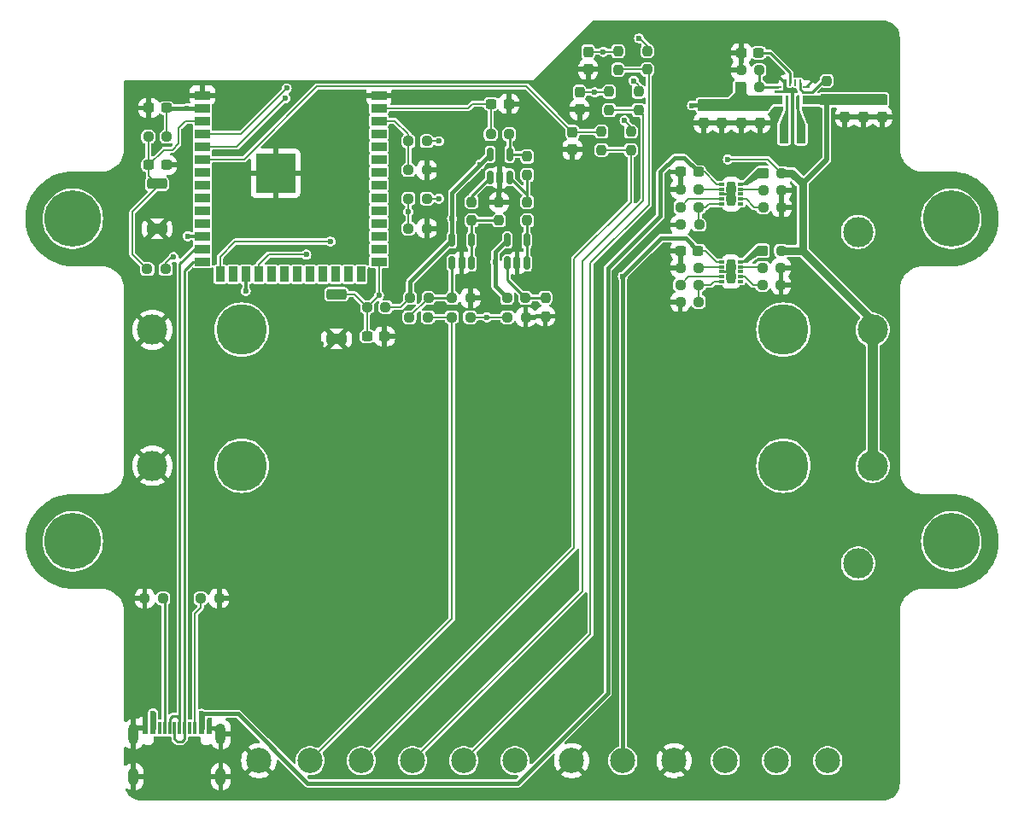
<source format=gbr>
%TF.GenerationSoftware,KiCad,Pcbnew,8.0.2*%
%TF.CreationDate,2025-08-03T00:44:16+02:00*%
%TF.ProjectId,MarinaWatch,4d617269-6e61-4576-9174-63682e6b6963,rev?*%
%TF.SameCoordinates,Original*%
%TF.FileFunction,Copper,L1,Top*%
%TF.FilePolarity,Positive*%
%FSLAX46Y46*%
G04 Gerber Fmt 4.6, Leading zero omitted, Abs format (unit mm)*
G04 Created by KiCad (PCBNEW 8.0.2) date 2025-08-03 00:44:16*
%MOMM*%
%LPD*%
G01*
G04 APERTURE LIST*
G04 Aperture macros list*
%AMRoundRect*
0 Rectangle with rounded corners*
0 $1 Rounding radius*
0 $2 $3 $4 $5 $6 $7 $8 $9 X,Y pos of 4 corners*
0 Add a 4 corners polygon primitive as box body*
4,1,4,$2,$3,$4,$5,$6,$7,$8,$9,$2,$3,0*
0 Add four circle primitives for the rounded corners*
1,1,$1+$1,$2,$3*
1,1,$1+$1,$4,$5*
1,1,$1+$1,$6,$7*
1,1,$1+$1,$8,$9*
0 Add four rect primitives between the rounded corners*
20,1,$1+$1,$2,$3,$4,$5,0*
20,1,$1+$1,$4,$5,$6,$7,0*
20,1,$1+$1,$6,$7,$8,$9,0*
20,1,$1+$1,$8,$9,$2,$3,0*%
G04 Aperture macros list end*
%TA.AperFunction,SMDPad,CuDef*%
%ADD10RoundRect,0.237500X-0.250000X-0.237500X0.250000X-0.237500X0.250000X0.237500X-0.250000X0.237500X0*%
%TD*%
%TA.AperFunction,SMDPad,CuDef*%
%ADD11RoundRect,0.237500X0.250000X0.237500X-0.250000X0.237500X-0.250000X-0.237500X0.250000X-0.237500X0*%
%TD*%
%TA.AperFunction,ComponentPad*%
%ADD12C,3.000000*%
%TD*%
%TA.AperFunction,WasherPad*%
%ADD13C,3.000000*%
%TD*%
%TA.AperFunction,WasherPad*%
%ADD14C,5.000000*%
%TD*%
%TA.AperFunction,HeatsinkPad*%
%ADD15C,0.600000*%
%TD*%
%TA.AperFunction,SMDPad,CuDef*%
%ADD16R,3.900000X3.900000*%
%TD*%
%TA.AperFunction,SMDPad,CuDef*%
%ADD17R,1.500000X0.900000*%
%TD*%
%TA.AperFunction,SMDPad,CuDef*%
%ADD18R,0.900000X1.500000*%
%TD*%
%TA.AperFunction,SMDPad,CuDef*%
%ADD19RoundRect,0.237500X0.300000X0.237500X-0.300000X0.237500X-0.300000X-0.237500X0.300000X-0.237500X0*%
%TD*%
%TA.AperFunction,SMDPad,CuDef*%
%ADD20RoundRect,0.262500X-0.737500X0.262500X-0.737500X-0.262500X0.737500X-0.262500X0.737500X0.262500X0*%
%TD*%
%TA.AperFunction,SMDPad,CuDef*%
%ADD21RoundRect,0.237500X-0.300000X-0.237500X0.300000X-0.237500X0.300000X0.237500X-0.300000X0.237500X0*%
%TD*%
%TA.AperFunction,SMDPad,CuDef*%
%ADD22RoundRect,0.037500X-0.212500X-0.087500X0.212500X-0.087500X0.212500X0.087500X-0.212500X0.087500X0*%
%TD*%
%TA.AperFunction,ComponentPad*%
%ADD23C,0.400000*%
%TD*%
%TA.AperFunction,SMDPad,CuDef*%
%ADD24RoundRect,0.126000X-0.294000X-1.074000X0.294000X-1.074000X0.294000X1.074000X-0.294000X1.074000X0*%
%TD*%
%TA.AperFunction,SMDPad,CuDef*%
%ADD25RoundRect,0.237500X-0.237500X0.250000X-0.237500X-0.250000X0.237500X-0.250000X0.237500X0.250000X0*%
%TD*%
%TA.AperFunction,SMDPad,CuDef*%
%ADD26RoundRect,0.237500X-0.237500X0.300000X-0.237500X-0.300000X0.237500X-0.300000X0.237500X0.300000X0*%
%TD*%
%TA.AperFunction,SMDPad,CuDef*%
%ADD27R,0.800000X1.700000*%
%TD*%
%TA.AperFunction,SMDPad,CuDef*%
%ADD28RoundRect,0.237500X0.237500X-0.250000X0.237500X0.250000X-0.237500X0.250000X-0.237500X-0.250000X0*%
%TD*%
%TA.AperFunction,ComponentPad*%
%ADD29C,2.500000*%
%TD*%
%TA.AperFunction,SMDPad,CuDef*%
%ADD30R,0.600000X1.240000*%
%TD*%
%TA.AperFunction,SMDPad,CuDef*%
%ADD31R,0.300000X1.240000*%
%TD*%
%TA.AperFunction,ComponentPad*%
%ADD32O,1.000000X2.100000*%
%TD*%
%TA.AperFunction,ComponentPad*%
%ADD33O,1.000000X1.800000*%
%TD*%
%TA.AperFunction,SMDPad,CuDef*%
%ADD34RoundRect,0.062500X-0.062500X0.237500X-0.062500X-0.237500X0.062500X-0.237500X0.062500X0.237500X0*%
%TD*%
%TA.AperFunction,SMDPad,CuDef*%
%ADD35RoundRect,0.062500X-0.237500X-0.062500X0.237500X-0.062500X0.237500X0.062500X-0.237500X0.062500X0*%
%TD*%
%TA.AperFunction,SMDPad,CuDef*%
%ADD36RoundRect,0.056250X0.056250X-0.318750X0.056250X0.318750X-0.056250X0.318750X-0.056250X-0.318750X0*%
%TD*%
%TA.AperFunction,SMDPad,CuDef*%
%ADD37RoundRect,0.062500X-0.062500X0.612500X-0.062500X-0.612500X0.062500X-0.612500X0.062500X0.612500X0*%
%TD*%
%TA.AperFunction,SMDPad,CuDef*%
%ADD38RoundRect,0.062500X-0.062500X0.787500X-0.062500X-0.787500X0.062500X-0.787500X0.062500X0.787500X0*%
%TD*%
%TA.AperFunction,SMDPad,CuDef*%
%ADD39RoundRect,0.150000X0.150000X-0.512500X0.150000X0.512500X-0.150000X0.512500X-0.150000X-0.512500X0*%
%TD*%
%TA.AperFunction,ComponentPad*%
%ADD40C,5.600000*%
%TD*%
%TA.AperFunction,ViaPad*%
%ADD41C,0.600000*%
%TD*%
%TA.AperFunction,Conductor*%
%ADD42C,0.200000*%
%TD*%
%TA.AperFunction,Conductor*%
%ADD43C,0.400000*%
%TD*%
%TA.AperFunction,Conductor*%
%ADD44C,0.300000*%
%TD*%
%TA.AperFunction,Conductor*%
%ADD45C,0.250000*%
%TD*%
%TA.AperFunction,Conductor*%
%ADD46C,0.500000*%
%TD*%
%TA.AperFunction,Conductor*%
%ADD47C,0.800000*%
%TD*%
%TA.AperFunction,Conductor*%
%ADD48C,1.000000*%
%TD*%
%TA.AperFunction,Conductor*%
%ADD49C,0.600000*%
%TD*%
G04 APERTURE END LIST*
D10*
%TO.P,R316,1*%
%TO.N,/RESET*%
X125787500Y-101000000D03*
%TO.P,R316,2*%
%TO.N,/BOOT*%
X127612500Y-101000000D03*
%TD*%
D11*
%TO.P,TH601,1*%
%TO.N,/POWER/SOLAR_TS*%
X180450000Y-104250000D03*
%TO.P,TH601,2*%
%TO.N,GND*%
X178625000Y-104250000D03*
%TD*%
%TO.P,TH501,1*%
%TO.N,/POWER/USB_TS*%
X180493750Y-96600000D03*
%TO.P,TH501,2*%
%TO.N,GND*%
X178668750Y-96600000D03*
%TD*%
D12*
%TO.P,BT402,2,-*%
%TO.N,GND*%
X126300000Y-107000000D03*
%TO.P,BT402,1,+*%
%TO.N,+BATT*%
X197700000Y-107000000D03*
D13*
%TO.P,BT402,*%
%TO.N,*%
X196250000Y-97300000D03*
D14*
X188850000Y-107000000D03*
X135150000Y-107000000D03*
%TD*%
D15*
%TO.P,U304,41,GND*%
%TO.N,GND*%
X139900000Y-92160000D03*
X139900000Y-90760000D03*
X139200000Y-92860000D03*
X139200000Y-91460000D03*
X139200000Y-90060000D03*
X138500000Y-92160000D03*
D16*
X138500000Y-91460000D03*
D15*
X138500000Y-90760000D03*
X137800000Y-92860000D03*
X137800000Y-91460000D03*
X137800000Y-90060000D03*
X137100000Y-92160000D03*
X137100000Y-90760000D03*
D17*
%TO.P,U304,40,GND*%
X148750000Y-83740000D03*
%TO.P,U304,39,IO1*%
%TO.N,/TEMP_SENS*%
X148750000Y-85010000D03*
%TO.P,U304,38,IO2*%
%TO.N,/BAT_SENSE*%
X148750000Y-86280000D03*
%TO.P,U304,37,TXD0*%
%TO.N,unconnected-(U304-TXD0-Pad37)*%
X148750000Y-87550000D03*
%TO.P,U304,36,RXD0*%
%TO.N,unconnected-(U304-RXD0-Pad36)*%
X148750000Y-88820000D03*
%TO.P,U304,35,IO42*%
%TO.N,unconnected-(U304-IO42-Pad35)*%
X148750000Y-90090000D03*
%TO.P,U304,34,IO41*%
%TO.N,unconnected-(U304-IO41-Pad34)*%
X148750000Y-91360000D03*
%TO.P,U304,33,IO40*%
%TO.N,unconnected-(U304-IO40-Pad33)*%
X148750000Y-92630000D03*
%TO.P,U304,32,IO39*%
%TO.N,unconnected-(U304-IO39-Pad32)*%
X148750000Y-93900000D03*
%TO.P,U304,31,IO38*%
%TO.N,unconnected-(U304-IO38-Pad31)*%
X148750000Y-95170000D03*
%TO.P,U304,30,IO37*%
%TO.N,unconnected-(U304-IO37-Pad30)*%
X148750000Y-96440000D03*
%TO.P,U304,29,IO36*%
%TO.N,unconnected-(U304-IO36-Pad29)*%
X148750000Y-97710000D03*
%TO.P,U304,28,IO35*%
%TO.N,unconnected-(U304-IO35-Pad28)*%
X148750000Y-98980000D03*
%TO.P,U304,27,IO0*%
%TO.N,/BOOT*%
X148750000Y-100250000D03*
D18*
%TO.P,U304,26,IO45*%
%TO.N,unconnected-(U304-IO45-Pad26)*%
X146985000Y-101500000D03*
%TO.P,U304,25,IO48*%
%TO.N,unconnected-(U304-IO48-Pad25)*%
X145715000Y-101500000D03*
%TO.P,U304,24,IO47*%
%TO.N,unconnected-(U304-IO47-Pad24)*%
X144445000Y-101500000D03*
%TO.P,U304,23,IO21*%
%TO.N,unconnected-(U304-IO21-Pad23)*%
X143175000Y-101500000D03*
%TO.P,U304,22,IO14*%
%TO.N,unconnected-(U304-IO14-Pad22)*%
X141905000Y-101500000D03*
%TO.P,U304,21,IO13*%
%TO.N,unconnected-(U304-IO13-Pad21)*%
X140635000Y-101500000D03*
%TO.P,U304,20,IO12*%
%TO.N,unconnected-(U304-IO12-Pad20)*%
X139365000Y-101500000D03*
%TO.P,U304,19,IO11*%
%TO.N,unconnected-(U304-IO11-Pad19)*%
X138095000Y-101500000D03*
%TO.P,U304,18,IO10*%
%TO.N,/ONE_WIRE*%
X136825000Y-101500000D03*
%TO.P,U304,17,IO9*%
%TO.N,/I2C_SCL*%
X135555000Y-101500000D03*
%TO.P,U304,16,IO46*%
%TO.N,unconnected-(U304-IO46-Pad16)*%
X134285000Y-101500000D03*
%TO.P,U304,15,IO3*%
%TO.N,/SOLAR_SENSE*%
X133015000Y-101500000D03*
D17*
%TO.P,U304,14,IO20*%
%TO.N,/D+*%
X131250000Y-100250000D03*
%TO.P,U304,13,IO19*%
%TO.N,/D-*%
X131250000Y-98980000D03*
%TO.P,U304,12,IO8*%
%TO.N,/I2C_SDA*%
X131250000Y-97710000D03*
%TO.P,U304,11,IO18*%
%TO.N,unconnected-(U304-IO18-Pad11)*%
X131250000Y-96440000D03*
%TO.P,U304,10,IO17*%
%TO.N,unconnected-(U304-IO17-Pad10)*%
X131250000Y-95170000D03*
%TO.P,U304,9,IO16*%
%TO.N,unconnected-(U304-IO16-Pad9)*%
X131250000Y-93900000D03*
%TO.P,U304,8,IO15*%
%TO.N,unconnected-(U304-IO15-Pad8)*%
X131250000Y-92630000D03*
%TO.P,U304,7,IO7*%
%TO.N,unconnected-(U304-IO7-Pad7)*%
X131250000Y-91360000D03*
%TO.P,U304,6,IO6*%
%TO.N,/A1*%
X131250000Y-90090000D03*
%TO.P,U304,5,IO5*%
%TO.N,/A2*%
X131250000Y-88820000D03*
%TO.P,U304,4,IO4*%
%TO.N,/A3*%
X131250000Y-87550000D03*
%TO.P,U304,3,EN*%
%TO.N,/RESET*%
X131250000Y-86280000D03*
%TO.P,U304,2,3V3*%
%TO.N,+3V3*%
X131250000Y-85010000D03*
%TO.P,U304,1,GND*%
%TO.N,GND*%
X131250000Y-83740000D03*
%TD*%
D19*
%TO.P,C103,2*%
%TO.N,GND*%
X125950000Y-85000000D03*
%TO.P,C103,1*%
%TO.N,+3V3*%
X127675000Y-85000000D03*
%TD*%
D20*
%TO.P,SW102,1,1*%
%TO.N,/BOOT*%
X144550000Y-103475000D03*
%TO.P,SW102,2,2*%
%TO.N,GND*%
X144550000Y-107925000D03*
%TD*%
%TO.P,SW101,2,2*%
%TO.N,GND*%
X126750000Y-96975000D03*
%TO.P,SW101,1,1*%
%TO.N,/RESET*%
X126750000Y-92525000D03*
%TD*%
D21*
%TO.P,C102,2*%
%TO.N,GND*%
X149312500Y-107650000D03*
%TO.P,C102,1*%
%TO.N,/BOOT*%
X147587500Y-107650000D03*
%TD*%
D22*
%TO.P,U501,1,VBUS*%
%TO.N,VBUS*%
X182725000Y-92550000D03*
%TO.P,U501,2,ISET*%
%TO.N,/POWER/USB_ISET*%
X182725000Y-93050000D03*
%TO.P,U501,3,VSS*%
%TO.N,GND*%
X182725000Y-93550000D03*
D23*
X183675000Y-92600000D03*
X183675000Y-93550000D03*
D24*
X183675000Y-93550000D03*
D23*
X183675000Y-94500000D03*
D22*
%TO.P,U501,4,VTSB*%
%TO.N,/POWER/USB_VTSB*%
X182725000Y-94050000D03*
%TO.P,U501,5,TS*%
%TO.N,/POWER/USB_TS*%
X182725000Y-94550000D03*
%TO.P,U501,6,~{PG}*%
%TO.N,unconnected-(U501-~{PG}-Pad6)*%
X184625000Y-94550000D03*
%TO.P,U501,7,~{EN}*%
%TO.N,/POWER/USB_EN*%
X184625000Y-94050000D03*
%TO.P,U501,8,~{CHG}*%
%TO.N,unconnected-(U501-~{CHG}-Pad8)*%
X184625000Y-93550000D03*
%TO.P,U501,9,VDPM*%
%TO.N,/POWER/USB_VDPM*%
X184625000Y-93050000D03*
%TO.P,U501,10,BAT*%
%TO.N,/POWER/USB_BAT*%
X184625000Y-92550000D03*
%TD*%
D25*
%TO.P,R310,1*%
%TO.N,+3V3*%
X173725000Y-87350000D03*
%TO.P,R310,2*%
%TO.N,/ANALOG_1*%
X173725000Y-89175000D03*
%TD*%
D26*
%TO.P,C304,1*%
%TO.N,/A3*%
X169500000Y-79425000D03*
%TO.P,C304,2*%
%TO.N,GND*%
X169500000Y-81150000D03*
%TD*%
D22*
%TO.P,U601,1,VBUS*%
%TO.N,SOLAR*%
X182700000Y-100250000D03*
%TO.P,U601,2,ISET*%
%TO.N,/POWER/SOLAR_ISET*%
X182700000Y-100750000D03*
%TO.P,U601,3,VSS*%
%TO.N,GND*%
X182700000Y-101250000D03*
D23*
X183650000Y-100300000D03*
X183650000Y-101250000D03*
D24*
X183650000Y-101250000D03*
D23*
X183650000Y-102200000D03*
D22*
%TO.P,U601,4,VTSB*%
%TO.N,/POWER/SOLAR_VTSB*%
X182700000Y-101750000D03*
%TO.P,U601,5,TS*%
%TO.N,/POWER/SOLAR_TS*%
X182700000Y-102250000D03*
%TO.P,U601,6,~{PG}*%
%TO.N,unconnected-(U601-~{PG}-Pad6)*%
X184600000Y-102250000D03*
%TO.P,U601,7,~{EN}*%
%TO.N,/POWER/SOLAR_EN*%
X184600000Y-101750000D03*
%TO.P,U601,8,~{CHG}*%
%TO.N,unconnected-(U601-~{CHG}-Pad8)*%
X184600000Y-101250000D03*
%TO.P,U601,9,VDPM*%
%TO.N,/POWER/SOLAR_VDPM*%
X184600000Y-100750000D03*
%TO.P,U601,10,BAT*%
%TO.N,/POWER/SOLAR_BAT*%
X184600000Y-100250000D03*
%TD*%
D11*
%TO.P,R202,1*%
%TO.N,/CC1*%
X127362500Y-133650000D03*
%TO.P,R202,2*%
%TO.N,GND*%
X125537500Y-133650000D03*
%TD*%
D27*
%TO.P,L701,1,1*%
%TO.N,/POWER/L1*%
X190550000Y-87637500D03*
%TO.P,L701,2,2*%
%TO.N,/POWER/L2*%
X188950000Y-87637500D03*
%TD*%
D19*
%TO.P,C601,1*%
%TO.N,SOLAR*%
X180400000Y-99150000D03*
%TO.P,C601,2*%
%TO.N,GND*%
X178675000Y-99150000D03*
%TD*%
D10*
%TO.P,R603,1*%
%TO.N,/POWER/SOLAR_EN*%
X186787500Y-102550000D03*
%TO.P,R603,2*%
%TO.N,GND*%
X188612500Y-102550000D03*
%TD*%
D25*
%TO.P,R312,1*%
%TO.N,+3V3*%
X174490000Y-83387500D03*
%TO.P,R312,2*%
%TO.N,/ANALOG_2*%
X174490000Y-85212500D03*
%TD*%
%TO.P,R314,1*%
%TO.N,+3V3*%
X175360000Y-79362500D03*
%TO.P,R314,2*%
%TO.N,/ANALOG_3*%
X175360000Y-81187500D03*
%TD*%
D10*
%TO.P,R303,1*%
%TO.N,/PT100*%
X156000000Y-103850000D03*
%TO.P,R303,2*%
%TO.N,GND*%
X157825000Y-103850000D03*
%TD*%
D25*
%TO.P,R308,1*%
%TO.N,/AMP-*%
X163450000Y-94325000D03*
%TO.P,R308,2*%
%TO.N,/TEMP_DIFF-*%
X163450000Y-96150000D03*
%TD*%
D10*
%TO.P,R201,1*%
%TO.N,/CC2*%
X131087500Y-133650000D03*
%TO.P,R201,2*%
%TO.N,GND*%
X132912500Y-133650000D03*
%TD*%
D19*
%TO.P,C501,1*%
%TO.N,VBUS*%
X180412500Y-91350000D03*
%TO.P,C501,2*%
%TO.N,GND*%
X178687500Y-91350000D03*
%TD*%
D26*
%TO.P,C706,1*%
%TO.N,+3V3*%
X182750000Y-84737500D03*
%TO.P,C706,2*%
%TO.N,GND*%
X182750000Y-86462500D03*
%TD*%
D14*
%TO.P,BT401,*%
%TO.N,*%
X135150000Y-120500000D03*
X188850000Y-120500000D03*
D13*
X196250000Y-130200000D03*
D12*
%TO.P,BT401,1,+*%
%TO.N,+BATT*%
X197700000Y-120500000D03*
%TO.P,BT401,2,-*%
%TO.N,GND*%
X126300000Y-120500000D03*
%TD*%
D11*
%TO.P,R504,1*%
%TO.N,/POWER/USB_ISET*%
X180462500Y-93050000D03*
%TO.P,R504,2*%
%TO.N,GND*%
X178637500Y-93050000D03*
%TD*%
%TO.P,R101,1*%
%TO.N,+3V3*%
X127712500Y-87850000D03*
%TO.P,R101,2*%
%TO.N,/RESET*%
X125887500Y-87850000D03*
%TD*%
D28*
%TO.P,R313,1*%
%TO.N,/ANALOG_2*%
X171590000Y-85212500D03*
%TO.P,R313,2*%
%TO.N,/A2*%
X171590000Y-83387500D03*
%TD*%
%TO.P,R315,1*%
%TO.N,/ANALOG_3*%
X172460000Y-81200000D03*
%TO.P,R315,2*%
%TO.N,/A3*%
X172460000Y-79375000D03*
%TD*%
D29*
%TO.P,J901,1,Pin_1*%
%TO.N,GND*%
X136850000Y-149750000D03*
%TO.P,J901,2,Pin_2*%
%TO.N,/SIG*%
X141930000Y-149750000D03*
%TO.P,J901,3,Pin_3*%
%TO.N,/ANALOG_1*%
X147010000Y-149750000D03*
%TO.P,J901,4,Pin_4*%
%TO.N,/ANALOG_2*%
X152090000Y-149750000D03*
%TO.P,J901,5,Pin_5*%
%TO.N,/ANALOG_3*%
X157170000Y-149750000D03*
%TO.P,J901,6,Pin_6*%
%TO.N,+3V3*%
X162250000Y-149750000D03*
%TD*%
D10*
%TO.P,R907,1*%
%TO.N,/ONE_WIRE*%
X161475000Y-105762500D03*
%TO.P,R907,2*%
%TO.N,GND*%
X163300000Y-105762500D03*
%TD*%
D26*
%TO.P,C703,1*%
%TO.N,+BATT*%
X194950000Y-84162500D03*
%TO.P,C703,2*%
%TO.N,GND*%
X194950000Y-85887500D03*
%TD*%
D10*
%TO.P,R305,1*%
%TO.N,/TEMP_SENS*%
X159837500Y-87600000D03*
%TO.P,R305,2*%
%TO.N,/AMP_OUT*%
X161662500Y-87600000D03*
%TD*%
D30*
%TO.P,J201,A1,GND*%
%TO.N,GND*%
X125550000Y-146525000D03*
%TO.P,J201,A4,VBUS*%
%TO.N,VBUS*%
X126350000Y-146525000D03*
D31*
%TO.P,J201,A5,CC1*%
%TO.N,/CC1*%
X127500000Y-146525000D03*
%TO.P,J201,A6,D+*%
%TO.N,/D+*%
X128500000Y-146525000D03*
%TO.P,J201,A7,D-*%
%TO.N,/D-*%
X129000000Y-146525000D03*
%TO.P,J201,A8,SBU1*%
%TO.N,unconnected-(J201-SBU1-PadA8)*%
X130000000Y-146525000D03*
D30*
%TO.P,J201,A9,VBUS*%
%TO.N,VBUS*%
X131150000Y-146525000D03*
%TO.P,J201,A12,GND*%
%TO.N,GND*%
X131950000Y-146525000D03*
%TO.P,J201,B1,GND*%
X131950000Y-146525000D03*
%TO.P,J201,B4,VBUS*%
%TO.N,VBUS*%
X131150000Y-146525000D03*
D31*
%TO.P,J201,B5,CC2*%
%TO.N,/CC2*%
X130500000Y-146525000D03*
%TO.P,J201,B6,D+*%
%TO.N,/D+*%
X129500000Y-146525000D03*
%TO.P,J201,B7,D-*%
%TO.N,/D-*%
X128000000Y-146525000D03*
%TO.P,J201,B8,SBU2*%
%TO.N,unconnected-(J201-SBU2-PadB8)*%
X127000000Y-146525000D03*
D30*
%TO.P,J201,B9,VBUS*%
%TO.N,VBUS*%
X126350000Y-146525000D03*
%TO.P,J201,B12,GND*%
%TO.N,GND*%
X125550000Y-146525000D03*
D32*
%TO.P,J201,S1,SHIELD*%
X124430000Y-147125000D03*
D33*
X124430000Y-151325000D03*
D32*
X133070000Y-147125000D03*
D33*
X133070000Y-151325000D03*
%TD*%
D11*
%TO.P,R102,1*%
%TO.N,+3V3*%
X149412500Y-104750000D03*
%TO.P,R102,2*%
%TO.N,/BOOT*%
X147587500Y-104750000D03*
%TD*%
D10*
%TO.P,R904,1*%
%TO.N,/SOLAR_SENSE*%
X151675000Y-96950000D03*
%TO.P,R904,2*%
%TO.N,GND*%
X153500000Y-96950000D03*
%TD*%
D28*
%TO.P,R311,1*%
%TO.N,/ANALOG_1*%
X170825000Y-89175000D03*
%TO.P,R311,2*%
%TO.N,/A1*%
X170825000Y-87350000D03*
%TD*%
D26*
%TO.P,C704,1*%
%TO.N,+3V3*%
X186550000Y-84737500D03*
%TO.P,C704,2*%
%TO.N,GND*%
X186550000Y-86462500D03*
%TD*%
%TO.P,C702,1*%
%TO.N,+BATT*%
X196750000Y-84162500D03*
%TO.P,C702,2*%
%TO.N,GND*%
X196750000Y-85887500D03*
%TD*%
D25*
%TO.P,R304,1*%
%TO.N,GND*%
X160650000Y-94337500D03*
%TO.P,R304,2*%
%TO.N,/TEMP_DIFF+*%
X160650000Y-96162500D03*
%TD*%
D26*
%TO.P,C707,1*%
%TO.N,+3V3*%
X180950000Y-84737500D03*
%TO.P,C707,2*%
%TO.N,GND*%
X180950000Y-86462500D03*
%TD*%
D19*
%TO.P,C708,1*%
%TO.N,/POWER/VAUX*%
X186412500Y-79537500D03*
%TO.P,C708,2*%
%TO.N,GND*%
X184687500Y-79537500D03*
%TD*%
D25*
%TO.P,R307,1*%
%TO.N,/AMP_OUT*%
X163450000Y-89825000D03*
%TO.P,R307,2*%
%TO.N,/AMP-*%
X163450000Y-91650000D03*
%TD*%
D11*
%TO.P,R901,1*%
%TO.N,+BATT*%
X153500000Y-88300000D03*
%TO.P,R901,2*%
%TO.N,/BAT_SENSE*%
X151675000Y-88300000D03*
%TD*%
D21*
%TO.P,C301,1*%
%TO.N,/TEMP_SENS*%
X159887500Y-84600000D03*
%TO.P,C301,2*%
%TO.N,GND*%
X161612500Y-84600000D03*
%TD*%
D26*
%TO.P,C705,1*%
%TO.N,+3V3*%
X184650000Y-84737500D03*
%TO.P,C705,2*%
%TO.N,GND*%
X184650000Y-86462500D03*
%TD*%
D25*
%TO.P,R309,1*%
%TO.N,/TEMP_REF*%
X165250000Y-103837500D03*
%TO.P,R309,2*%
%TO.N,GND*%
X165250000Y-105662500D03*
%TD*%
D11*
%TO.P,R905,1*%
%TO.N,/SIG*%
X153600000Y-105762500D03*
%TO.P,R905,2*%
%TO.N,/PT100*%
X151775000Y-105762500D03*
%TD*%
%TO.P,R604,1*%
%TO.N,/POWER/SOLAR_ISET*%
X180462500Y-100850000D03*
%TO.P,R604,2*%
%TO.N,GND*%
X178637500Y-100850000D03*
%TD*%
D10*
%TO.P,R601,1*%
%TO.N,/POWER/SOLAR_BAT*%
X186800000Y-99150000D03*
%TO.P,R601,2*%
%TO.N,+BATT*%
X188625000Y-99150000D03*
%TD*%
D34*
%TO.P,U701,1,PS/SYNC*%
%TO.N,/POWER/EN*%
X190500000Y-82487500D03*
%TO.P,U701,2,PG*%
%TO.N,unconnected-(U701-PG-Pad2)*%
X190000000Y-82487500D03*
%TO.P,U701,3,VAUX*%
%TO.N,/POWER/VAUX*%
X189500000Y-82487500D03*
%TO.P,U701,4,GND*%
%TO.N,GND*%
X189000000Y-82487500D03*
D35*
%TO.P,U701,5,FB*%
%TO.N,/POWER/FB*%
X188350000Y-82912500D03*
%TO.P,U701,6,FB2*%
%TO.N,GND*%
X188350000Y-83412500D03*
%TO.P,U701,7,VOUT*%
%TO.N,+3V3*%
X188350000Y-83912500D03*
D36*
%TO.P,U701,8,VOUT*%
X188537500Y-84162500D03*
D35*
X188350000Y-84412500D03*
D37*
%TO.P,U701,9,L2*%
%TO.N,/POWER/L2*%
X189250000Y-84412500D03*
D38*
%TO.P,U701,10,PGND*%
%TO.N,GND*%
X189750000Y-84237500D03*
D37*
%TO.P,U701,11,L1*%
%TO.N,/POWER/L1*%
X190250000Y-84412500D03*
D35*
%TO.P,U701,12,VIN*%
%TO.N,+BATT*%
X191150000Y-84412500D03*
%TO.P,U701,13,VIN*%
X191150000Y-83912500D03*
D36*
X190962500Y-84162500D03*
D35*
%TO.P,U701,14,EN*%
%TO.N,/POWER/EN*%
X191150000Y-83412500D03*
%TO.P,U701,15,VSEL*%
%TO.N,GND*%
X191150000Y-82912500D03*
%TD*%
D29*
%TO.P,J902,1,Pin_1*%
%TO.N,GND*%
X167850000Y-149750000D03*
%TO.P,J902,2,Pin_2*%
%TO.N,SOLAR*%
X172930000Y-149750000D03*
%TO.P,J902,3,Pin_3*%
%TO.N,GND*%
X178010000Y-149750000D03*
%TO.P,J902,4,Pin_4*%
%TO.N,/I2C_SCL*%
X183090000Y-149750000D03*
%TO.P,J902,5,Pin_5*%
%TO.N,/I2C_SDA*%
X188170000Y-149750000D03*
%TO.P,J902,6,Pin_6*%
%TO.N,+3V3*%
X193250000Y-149750000D03*
%TD*%
D26*
%TO.P,C701,1*%
%TO.N,+BATT*%
X198650000Y-84162500D03*
%TO.P,C701,2*%
%TO.N,GND*%
X198650000Y-85887500D03*
%TD*%
D39*
%TO.P,U303,1,+*%
%TO.N,/TEMP_REF*%
X161500000Y-100375000D03*
%TO.P,U303,2,V-*%
%TO.N,GND*%
X162450000Y-100375000D03*
%TO.P,U303,3,-*%
%TO.N,/TEMP_DIFF-*%
X163400000Y-100375000D03*
%TO.P,U303,4*%
X163400000Y-98100000D03*
%TO.P,U303,5,V+*%
%TO.N,+3V3*%
X161500000Y-98100000D03*
%TD*%
D10*
%TO.P,R503,1*%
%TO.N,/POWER/USB_EN*%
X186850000Y-94850000D03*
%TO.P,R503,2*%
%TO.N,GND*%
X188675000Y-94850000D03*
%TD*%
D11*
%TO.P,R703,1*%
%TO.N,/POWER/FB*%
X186462500Y-81237500D03*
%TO.P,R703,2*%
%TO.N,GND*%
X184637500Y-81237500D03*
%TD*%
D10*
%TO.P,R306,1*%
%TO.N,+3V3*%
X161450000Y-103850000D03*
%TO.P,R306,2*%
%TO.N,/TEMP_REF*%
X163275000Y-103850000D03*
%TD*%
D39*
%TO.P,U302,1,+*%
%TO.N,/AMP+*%
X159800000Y-91875000D03*
%TO.P,U302,2,V-*%
%TO.N,GND*%
X160750000Y-91875000D03*
%TO.P,U302,3,-*%
%TO.N,/AMP-*%
X161700000Y-91875000D03*
%TO.P,U302,4*%
%TO.N,/AMP_OUT*%
X161700000Y-89600000D03*
%TO.P,U302,5,V+*%
%TO.N,+3V3*%
X159800000Y-89600000D03*
%TD*%
%TO.P,U301,1,+*%
%TO.N,/PT100*%
X156000000Y-100375000D03*
%TO.P,U301,2,V-*%
%TO.N,GND*%
X156950000Y-100375000D03*
%TO.P,U301,3,-*%
%TO.N,/TEMP_DIFF+*%
X157900000Y-100375000D03*
%TO.P,U301,4*%
X157900000Y-98100000D03*
%TO.P,U301,5,V+*%
%TO.N,+3V3*%
X156000000Y-98100000D03*
%TD*%
D10*
%TO.P,R702,1*%
%TO.N,+3V3*%
X184637500Y-82937500D03*
%TO.P,R702,2*%
%TO.N,/POWER/FB*%
X186462500Y-82937500D03*
%TD*%
%TO.P,R903,1*%
%TO.N,/BAT_SENSE*%
X151675000Y-91150000D03*
%TO.P,R903,2*%
%TO.N,GND*%
X153500000Y-91150000D03*
%TD*%
D25*
%TO.P,R302,1*%
%TO.N,/AMP+*%
X157950000Y-94325000D03*
%TO.P,R302,2*%
%TO.N,/TEMP_DIFF+*%
X157950000Y-96150000D03*
%TD*%
D26*
%TO.P,C302,1*%
%TO.N,/A1*%
X167925000Y-87400000D03*
%TO.P,C302,2*%
%TO.N,GND*%
X167925000Y-89125000D03*
%TD*%
D10*
%TO.P,R505,1*%
%TO.N,/POWER/USB_VDPM*%
X186850000Y-93150000D03*
%TO.P,R505,2*%
%TO.N,GND*%
X188675000Y-93150000D03*
%TD*%
D40*
%TO.P,H3,1,1*%
%TO.N,unconnected-(H3-Pad1)*%
X118400000Y-128000000D03*
%TD*%
D10*
%TO.P,R906,1*%
%TO.N,/SIG*%
X155975000Y-105762500D03*
%TO.P,R906,2*%
%TO.N,/ONE_WIRE*%
X157800000Y-105762500D03*
%TD*%
D26*
%TO.P,C303,1*%
%TO.N,/A2*%
X168650000Y-83437500D03*
%TO.P,C303,2*%
%TO.N,GND*%
X168650000Y-85162500D03*
%TD*%
D40*
%TO.P,H2,1,1*%
%TO.N,unconnected-(H2-Pad1)*%
X205500000Y-96000000D03*
%TD*%
%TO.P,H1,1,1*%
%TO.N,unconnected-(H1-Pad1)*%
X118400000Y-96000000D03*
%TD*%
D21*
%TO.P,C101,1*%
%TO.N,/RESET*%
X125937500Y-90650000D03*
%TO.P,C101,2*%
%TO.N,GND*%
X127662500Y-90650000D03*
%TD*%
D28*
%TO.P,R701,1*%
%TO.N,+BATT*%
X193150000Y-84137500D03*
%TO.P,R701,2*%
%TO.N,/POWER/EN*%
X193150000Y-82312500D03*
%TD*%
D10*
%TO.P,R605,1*%
%TO.N,/POWER/SOLAR_VDPM*%
X186787500Y-100850000D03*
%TO.P,R605,2*%
%TO.N,GND*%
X188612500Y-100850000D03*
%TD*%
D40*
%TO.P,H4,1,1*%
%TO.N,unconnected-(H4-Pad1)*%
X205500000Y-128000000D03*
%TD*%
D10*
%TO.P,R301,1*%
%TO.N,+3V3*%
X151837500Y-103850000D03*
%TO.P,R301,2*%
%TO.N,/PT100*%
X153662500Y-103850000D03*
%TD*%
%TO.P,R502,1*%
%TO.N,/POWER/USB_VTSB*%
X178637500Y-94850000D03*
%TO.P,R502,2*%
%TO.N,/POWER/USB_TS*%
X180462500Y-94850000D03*
%TD*%
%TO.P,R501,1*%
%TO.N,/POWER/USB_BAT*%
X186850000Y-91450000D03*
%TO.P,R501,2*%
%TO.N,+BATT*%
X188675000Y-91450000D03*
%TD*%
%TO.P,R602,1*%
%TO.N,/POWER/SOLAR_VTSB*%
X178625000Y-102550000D03*
%TO.P,R602,2*%
%TO.N,/POWER/SOLAR_TS*%
X180450000Y-102550000D03*
%TD*%
D11*
%TO.P,R902,1*%
%TO.N,SOLAR*%
X153500000Y-94000000D03*
%TO.P,R902,2*%
%TO.N,/SOLAR_SENSE*%
X151675000Y-94000000D03*
%TD*%
D41*
%TO.N,/BOOT*%
X148750000Y-103587500D03*
X128400000Y-99800000D03*
%TO.N,GND*%
X209060000Y-128740000D03*
X209060000Y-126200000D03*
X209060000Y-95720000D03*
X206520000Y-131280000D03*
X203980000Y-131280000D03*
X201440000Y-131280000D03*
X201440000Y-128740000D03*
X201440000Y-126200000D03*
X201440000Y-123660000D03*
X201440000Y-98260000D03*
X201440000Y-95720000D03*
X201440000Y-93180000D03*
X198900000Y-151600000D03*
X198900000Y-149060000D03*
X198900000Y-146520000D03*
X198900000Y-143980000D03*
X198900000Y-141440000D03*
X198900000Y-138900000D03*
X198900000Y-136360000D03*
X198900000Y-133820000D03*
X198900000Y-131280000D03*
X198900000Y-128740000D03*
X198900000Y-126200000D03*
X198900000Y-123660000D03*
X198900000Y-118580000D03*
X198900000Y-116040000D03*
X198900000Y-113500000D03*
X198900000Y-110960000D03*
X198900000Y-103340000D03*
X198900000Y-100800000D03*
X198900000Y-98260000D03*
X198900000Y-95720000D03*
X198900000Y-93180000D03*
X198900000Y-90640000D03*
X198900000Y-88100000D03*
X198900000Y-83020000D03*
X198900000Y-80480000D03*
X198900000Y-77940000D03*
X196360000Y-151600000D03*
X196360000Y-149060000D03*
X196360000Y-146520000D03*
X196360000Y-143980000D03*
X196360000Y-141440000D03*
X196360000Y-138900000D03*
X196360000Y-136360000D03*
X196360000Y-133820000D03*
X196360000Y-126200000D03*
X196360000Y-123660000D03*
X196360000Y-118580000D03*
X196360000Y-116040000D03*
X196360000Y-113500000D03*
X196360000Y-110960000D03*
X196360000Y-100800000D03*
X196360000Y-93180000D03*
X196360000Y-90640000D03*
X196360000Y-88100000D03*
X196360000Y-83020000D03*
X196360000Y-80480000D03*
X196360000Y-77940000D03*
X193820000Y-151600000D03*
X193820000Y-95720000D03*
X193820000Y-93180000D03*
X193820000Y-80480000D03*
X193820000Y-77940000D03*
X191280000Y-149060000D03*
X191280000Y-146520000D03*
X191280000Y-143980000D03*
X191280000Y-141440000D03*
X191280000Y-138900000D03*
X191280000Y-136360000D03*
X191280000Y-133820000D03*
X191280000Y-131280000D03*
X191280000Y-128740000D03*
X191280000Y-126200000D03*
X191280000Y-123660000D03*
X191280000Y-116040000D03*
X191280000Y-113500000D03*
X191280000Y-110960000D03*
X191280000Y-103340000D03*
X191280000Y-85560000D03*
X191280000Y-80480000D03*
X191280000Y-77940000D03*
X188740000Y-151600000D03*
X188740000Y-146520000D03*
X188740000Y-143980000D03*
X188740000Y-141440000D03*
X188740000Y-138900000D03*
X188740000Y-136360000D03*
X188740000Y-133820000D03*
X188740000Y-131280000D03*
X188740000Y-128740000D03*
X188740000Y-126200000D03*
X188740000Y-123660000D03*
X188740000Y-116040000D03*
X188740000Y-113500000D03*
X188740000Y-110960000D03*
X188740000Y-77940000D03*
X186200000Y-151600000D03*
X186200000Y-143980000D03*
X186200000Y-141440000D03*
X186200000Y-138900000D03*
X186200000Y-136360000D03*
X186200000Y-133820000D03*
X186200000Y-131280000D03*
X186200000Y-128740000D03*
X186200000Y-126200000D03*
X186200000Y-123660000D03*
X186200000Y-118580000D03*
X186200000Y-116040000D03*
X186200000Y-113500000D03*
X186200000Y-110960000D03*
X186200000Y-88100000D03*
X186200000Y-77940000D03*
X183660000Y-151600000D03*
X183660000Y-141440000D03*
X183660000Y-138900000D03*
X183660000Y-136360000D03*
X183660000Y-133820000D03*
X183660000Y-131280000D03*
X183660000Y-128740000D03*
X183660000Y-126200000D03*
X183660000Y-123660000D03*
X183660000Y-121120000D03*
X183660000Y-118580000D03*
X183660000Y-116040000D03*
X183660000Y-113500000D03*
X183660000Y-110960000D03*
X183660000Y-108420000D03*
X183660000Y-105880000D03*
X183660000Y-103340000D03*
X183660000Y-98260000D03*
X183660000Y-95720000D03*
X183660000Y-77940000D03*
X181120000Y-151600000D03*
X181120000Y-146520000D03*
X181120000Y-138900000D03*
X181120000Y-136360000D03*
X181120000Y-133820000D03*
X181120000Y-131280000D03*
X181120000Y-128740000D03*
X181120000Y-126200000D03*
X181120000Y-123660000D03*
X181120000Y-121120000D03*
X181120000Y-118580000D03*
X181120000Y-116040000D03*
X181120000Y-113500000D03*
X181120000Y-110960000D03*
X181120000Y-108420000D03*
X181120000Y-105880000D03*
X181120000Y-88100000D03*
X181120000Y-83020000D03*
X181120000Y-80480000D03*
X181120000Y-77940000D03*
X178580000Y-151600000D03*
X178580000Y-143980000D03*
X178580000Y-136360000D03*
X178580000Y-133820000D03*
X178580000Y-131280000D03*
X178580000Y-128740000D03*
X178580000Y-126200000D03*
X178580000Y-123660000D03*
X178580000Y-121120000D03*
X178580000Y-118580000D03*
X178580000Y-116040000D03*
X178580000Y-113500000D03*
X178580000Y-110960000D03*
X178580000Y-108420000D03*
X178580000Y-105880000D03*
X178580000Y-88100000D03*
X178580000Y-83020000D03*
X178580000Y-80480000D03*
X178580000Y-77940000D03*
X176040000Y-151600000D03*
X176040000Y-149060000D03*
X176040000Y-146520000D03*
X176040000Y-141440000D03*
X176040000Y-133820000D03*
X176040000Y-131280000D03*
X176040000Y-128740000D03*
X176040000Y-126200000D03*
X176040000Y-123660000D03*
X176040000Y-121120000D03*
X176040000Y-118580000D03*
X176040000Y-116040000D03*
X176040000Y-113500000D03*
X176040000Y-110960000D03*
X176040000Y-108420000D03*
X176040000Y-105880000D03*
X176040000Y-103340000D03*
X176040000Y-100800000D03*
X176040000Y-77940000D03*
X173500000Y-151600000D03*
X170960000Y-151600000D03*
X170960000Y-95720000D03*
X170960000Y-93180000D03*
X170960000Y-90640000D03*
X170960000Y-77940000D03*
X168420000Y-143980000D03*
X168420000Y-141440000D03*
X168420000Y-95720000D03*
X168420000Y-93180000D03*
X168420000Y-90640000D03*
X168420000Y-80480000D03*
X165880000Y-146520000D03*
X165880000Y-143980000D03*
X165880000Y-138900000D03*
X165880000Y-123660000D03*
X165880000Y-121120000D03*
X165880000Y-118580000D03*
X165880000Y-116040000D03*
X165880000Y-113500000D03*
X165880000Y-110960000D03*
X165880000Y-108420000D03*
X165880000Y-100800000D03*
X165880000Y-98260000D03*
X165880000Y-93180000D03*
X165880000Y-90640000D03*
X165880000Y-88100000D03*
X163340000Y-146520000D03*
X163340000Y-141440000D03*
X163340000Y-136360000D03*
X163340000Y-128740000D03*
X163340000Y-121120000D03*
X163340000Y-118580000D03*
X163340000Y-116040000D03*
X163340000Y-113500000D03*
X163340000Y-110960000D03*
X163340000Y-108420000D03*
X163340000Y-88100000D03*
X160800000Y-143980000D03*
X160800000Y-138900000D03*
X160800000Y-133820000D03*
X160800000Y-131280000D03*
X160800000Y-126200000D03*
X160800000Y-118580000D03*
X160800000Y-116040000D03*
X160800000Y-113500000D03*
X160800000Y-110960000D03*
X160800000Y-108420000D03*
X160800000Y-93180000D03*
X160800000Y-90640000D03*
X158260000Y-146520000D03*
X158260000Y-141440000D03*
X158260000Y-136360000D03*
X158260000Y-133820000D03*
X158260000Y-131280000D03*
X158260000Y-128740000D03*
X158260000Y-123660000D03*
X158260000Y-116040000D03*
X158260000Y-113500000D03*
X158260000Y-110960000D03*
X158260000Y-108420000D03*
X158260000Y-88100000D03*
X155720000Y-143980000D03*
X155720000Y-138900000D03*
X155720000Y-90640000D03*
X153180000Y-146520000D03*
X153180000Y-141440000D03*
X153180000Y-136360000D03*
X153180000Y-133820000D03*
X153180000Y-131280000D03*
X153180000Y-128740000D03*
X153180000Y-126200000D03*
X153180000Y-123660000D03*
X153180000Y-118580000D03*
X153180000Y-110960000D03*
X153180000Y-108420000D03*
X153180000Y-98260000D03*
X153180000Y-95720000D03*
X150640000Y-143980000D03*
X150640000Y-138900000D03*
X150640000Y-136360000D03*
X150640000Y-133820000D03*
X150640000Y-131280000D03*
X150640000Y-128740000D03*
X150640000Y-126200000D03*
X150640000Y-123660000D03*
X150640000Y-121120000D03*
X150640000Y-116040000D03*
X150640000Y-108420000D03*
X150640000Y-105880000D03*
X150640000Y-103340000D03*
X150640000Y-100800000D03*
X150640000Y-98260000D03*
X150640000Y-93180000D03*
X150640000Y-90640000D03*
X150640000Y-88100000D03*
X148100000Y-146520000D03*
X148100000Y-141440000D03*
X148100000Y-138900000D03*
X148100000Y-136360000D03*
X148100000Y-133820000D03*
X148100000Y-131280000D03*
X148100000Y-128740000D03*
X148100000Y-126200000D03*
X148100000Y-123660000D03*
X148100000Y-121120000D03*
X148100000Y-118580000D03*
X148100000Y-113500000D03*
X145560000Y-143980000D03*
X145560000Y-141440000D03*
X145560000Y-138900000D03*
X145560000Y-136360000D03*
X145560000Y-133820000D03*
X145560000Y-131280000D03*
X145560000Y-128740000D03*
X145560000Y-126200000D03*
X145560000Y-123660000D03*
X145560000Y-121120000D03*
X145560000Y-118580000D03*
X145560000Y-116040000D03*
X145560000Y-110960000D03*
X145560000Y-95720000D03*
X145560000Y-93180000D03*
X145560000Y-90640000D03*
X145560000Y-88100000D03*
X143020000Y-146520000D03*
X143020000Y-143980000D03*
X143020000Y-141440000D03*
X143020000Y-138900000D03*
X143020000Y-136360000D03*
X143020000Y-133820000D03*
X143020000Y-131280000D03*
X143020000Y-128740000D03*
X143020000Y-126200000D03*
X143020000Y-123660000D03*
X143020000Y-121120000D03*
X143020000Y-118580000D03*
X143020000Y-116040000D03*
X143020000Y-113500000D03*
X143020000Y-108420000D03*
X143020000Y-95720000D03*
X143020000Y-93180000D03*
X143020000Y-90640000D03*
X143020000Y-88100000D03*
X140480000Y-146520000D03*
X140480000Y-143980000D03*
X140480000Y-141440000D03*
X140480000Y-138900000D03*
X140480000Y-136360000D03*
X140480000Y-133820000D03*
X140480000Y-131280000D03*
X140480000Y-128740000D03*
X140480000Y-126200000D03*
X140480000Y-123660000D03*
X140480000Y-121120000D03*
X140480000Y-118580000D03*
X140480000Y-116040000D03*
X140480000Y-113500000D03*
X140480000Y-110960000D03*
X140480000Y-105880000D03*
X140480000Y-95720000D03*
X140480000Y-88100000D03*
X137940000Y-151600000D03*
X137940000Y-146520000D03*
X137940000Y-143980000D03*
X137940000Y-141440000D03*
X137940000Y-138900000D03*
X137940000Y-136360000D03*
X137940000Y-133820000D03*
X137940000Y-131280000D03*
X137940000Y-128740000D03*
X137940000Y-126200000D03*
X137940000Y-123660000D03*
X137940000Y-118580000D03*
X137940000Y-116040000D03*
X137940000Y-113500000D03*
X137940000Y-110960000D03*
X137940000Y-103340000D03*
X137940000Y-95720000D03*
X137940000Y-83020000D03*
X135400000Y-151600000D03*
X135400000Y-143980000D03*
X135400000Y-141440000D03*
X135400000Y-138900000D03*
X135400000Y-136360000D03*
X135400000Y-133820000D03*
X135400000Y-131280000D03*
X135400000Y-128740000D03*
X135400000Y-126200000D03*
X135400000Y-123660000D03*
X135400000Y-116040000D03*
X135400000Y-113500000D03*
X135400000Y-110960000D03*
X135400000Y-95720000D03*
X135400000Y-93180000D03*
X135400000Y-83020000D03*
X132860000Y-149060000D03*
X132860000Y-143980000D03*
X132860000Y-141440000D03*
X132860000Y-138900000D03*
X132860000Y-136360000D03*
X132860000Y-131280000D03*
X132860000Y-128740000D03*
X132860000Y-126200000D03*
X132860000Y-123660000D03*
X132860000Y-116040000D03*
X132860000Y-113500000D03*
X132860000Y-110960000D03*
X132860000Y-103340000D03*
X132860000Y-95720000D03*
X132860000Y-93180000D03*
X132860000Y-83020000D03*
X130320000Y-151600000D03*
X130320000Y-149060000D03*
X130320000Y-131280000D03*
X130320000Y-128740000D03*
X130320000Y-126200000D03*
X130320000Y-123660000D03*
X130320000Y-121120000D03*
X130320000Y-118580000D03*
X130320000Y-116040000D03*
X130320000Y-113500000D03*
X130320000Y-110960000D03*
X130320000Y-108420000D03*
X130320000Y-105880000D03*
X130320000Y-103340000D03*
X127780000Y-151600000D03*
X127780000Y-149060000D03*
X127780000Y-131280000D03*
X127780000Y-128740000D03*
X127780000Y-126200000D03*
X127780000Y-123660000D03*
X127780000Y-118580000D03*
X127780000Y-116040000D03*
X127780000Y-113500000D03*
X127780000Y-110960000D03*
X127780000Y-103340000D03*
X127780000Y-98260000D03*
X127780000Y-95720000D03*
X127780000Y-83020000D03*
X125240000Y-149060000D03*
X125240000Y-143980000D03*
X125240000Y-141440000D03*
X125240000Y-138900000D03*
X125240000Y-136360000D03*
X125240000Y-131280000D03*
X125240000Y-128740000D03*
X125240000Y-126200000D03*
X125240000Y-123660000D03*
X125240000Y-118580000D03*
X125240000Y-116040000D03*
X125240000Y-113500000D03*
X125240000Y-110960000D03*
X125240000Y-103340000D03*
X125240000Y-98260000D03*
X125240000Y-95720000D03*
X125240000Y-93180000D03*
X125240000Y-83020000D03*
X122700000Y-131280000D03*
X122700000Y-128740000D03*
X122700000Y-126200000D03*
X122700000Y-123660000D03*
X122700000Y-98260000D03*
X122700000Y-95720000D03*
X122700000Y-93180000D03*
X120160000Y-131280000D03*
X115080000Y-128740000D03*
X115080000Y-126200000D03*
X115080000Y-98260000D03*
X115080000Y-95720000D03*
%TO.N,/ONE_WIRE*%
X159450000Y-105762500D03*
X141550000Y-99550000D03*
%TO.N,+BATT*%
X183350000Y-90100000D03*
X154700000Y-88300000D03*
%TO.N,SOLAR*%
X172930000Y-101720000D03*
X154700000Y-94000000D03*
%TO.N,/SOLAR_SENSE*%
X151675000Y-95300000D03*
X143950000Y-98250000D03*
%TO.N,/A2*%
X139450000Y-84050000D03*
X170150000Y-83437500D03*
%TO.N,/A3*%
X171000000Y-79425000D03*
X139600000Y-83050000D03*
%TO.N,/I2C_SDA*%
X129800000Y-97710000D03*
%TO.N,/I2C_SCL*%
X135550000Y-103150000D03*
%TO.N,+3V3*%
X158800000Y-90600000D03*
X173100000Y-86250000D03*
X174550000Y-78100000D03*
X174000000Y-82300000D03*
X129750000Y-85010000D03*
X179800000Y-84750000D03*
X160293750Y-100268750D03*
X156000000Y-95962500D03*
%TO.N,VBUS*%
X131150000Y-145100000D03*
X126350000Y-145050000D03*
%TD*%
D42*
%TO.N,/RESET*%
X126750000Y-92850000D02*
X126750000Y-92525000D01*
X125787500Y-101000000D02*
X124300000Y-99512500D01*
X124300000Y-99512500D02*
X124300000Y-95300000D01*
X124300000Y-95300000D02*
X126750000Y-92850000D01*
%TO.N,/BOOT*%
X127612500Y-100387500D02*
X127612500Y-101000000D01*
X128200000Y-99800000D02*
X127612500Y-100387500D01*
X128400000Y-99800000D02*
X128200000Y-99800000D01*
D43*
%TO.N,VBUS*%
X179012500Y-89950000D02*
X180412500Y-91350000D01*
X178050000Y-89950000D02*
X179012500Y-89950000D01*
X176650000Y-95700000D02*
X176650000Y-91350000D01*
X176650000Y-91350000D02*
X178050000Y-89950000D01*
X171450000Y-100900000D02*
X176650000Y-95700000D01*
X134800000Y-145100000D02*
X141700000Y-152000000D01*
X162500000Y-152000000D02*
X171450000Y-143050000D01*
X141700000Y-152000000D02*
X162500000Y-152000000D01*
X171450000Y-143050000D02*
X171450000Y-100900000D01*
X131150000Y-145100000D02*
X134800000Y-145100000D01*
%TO.N,GND*%
X132470000Y-146525000D02*
X133070000Y-147125000D01*
X131950000Y-146525000D02*
X132470000Y-146525000D01*
D42*
%TO.N,/ONE_WIRE*%
X159450000Y-105762500D02*
X161475000Y-105762500D01*
X137825000Y-99550000D02*
X141550000Y-99550000D01*
X136825000Y-100550000D02*
X137825000Y-99550000D01*
X136825000Y-101500000D02*
X136825000Y-100550000D01*
X157800000Y-105762500D02*
X159450000Y-105762500D01*
%TO.N,+BATT*%
X187325000Y-90100000D02*
X188675000Y-91450000D01*
X183350000Y-90100000D02*
X187325000Y-90100000D01*
X153500000Y-88300000D02*
X154700000Y-88300000D01*
%TO.N,SOLAR*%
X153500000Y-94000000D02*
X154700000Y-94000000D01*
%TO.N,/SOLAR_SENSE*%
X134500000Y-98250000D02*
X143950000Y-98250000D01*
X133015000Y-99735000D02*
X134500000Y-98250000D01*
X133015000Y-101500000D02*
X133015000Y-99735000D01*
X151675000Y-94000000D02*
X151675000Y-95300000D01*
X151675000Y-95300000D02*
X151675000Y-96950000D01*
%TO.N,/BAT_SENSE*%
X151675000Y-87625000D02*
X151675000Y-88300000D01*
X148750000Y-86280000D02*
X150330000Y-86280000D01*
X150330000Y-86280000D02*
X151675000Y-87625000D01*
X151675000Y-91150000D02*
X151675000Y-88300000D01*
%TO.N,/BOOT*%
X146312500Y-103475000D02*
X147587500Y-104750000D01*
X144550000Y-103475000D02*
X146312500Y-103475000D01*
X147587500Y-104750000D02*
X147587500Y-107650000D01*
X148750000Y-100250000D02*
X148750000Y-103587500D01*
X148750000Y-103587500D02*
X147587500Y-104750000D01*
%TO.N,+3V3*%
X150937500Y-104750000D02*
X151837500Y-103850000D01*
X149412500Y-104750000D02*
X150937500Y-104750000D01*
%TO.N,/A1*%
X142610000Y-82850000D02*
X163375000Y-82850000D01*
X163375000Y-82850000D02*
X167925000Y-87400000D01*
X135370000Y-90090000D02*
X142610000Y-82850000D01*
X131250000Y-90090000D02*
X135370000Y-90090000D01*
%TO.N,/A2*%
X134680000Y-88820000D02*
X131250000Y-88820000D01*
X139450000Y-84050000D02*
X134680000Y-88820000D01*
%TO.N,/A3*%
X135101471Y-87550000D02*
X131250000Y-87550000D01*
X139600000Y-83051471D02*
X135101471Y-87550000D01*
X139600000Y-83050000D02*
X139600000Y-83051471D01*
%TO.N,/RESET*%
X127437500Y-89150000D02*
X125937500Y-90650000D01*
X128850000Y-88550000D02*
X128250000Y-89150000D01*
X128850000Y-87000000D02*
X128850000Y-88550000D01*
X129570000Y-86280000D02*
X128850000Y-87000000D01*
X128250000Y-89150000D02*
X127437500Y-89150000D01*
X131250000Y-86280000D02*
X129570000Y-86280000D01*
%TO.N,+3V3*%
X127712500Y-85037500D02*
X127675000Y-85000000D01*
X127712500Y-87850000D02*
X127712500Y-85037500D01*
%TO.N,/RESET*%
X125937500Y-91712500D02*
X126750000Y-92525000D01*
X125937500Y-90650000D02*
X125937500Y-91712500D01*
X125887500Y-90600000D02*
X125937500Y-90650000D01*
X125887500Y-87850000D02*
X125887500Y-90600000D01*
D43*
%TO.N,+3V3*%
X129750000Y-85010000D02*
X127685000Y-85010000D01*
X127685000Y-85010000D02*
X127675000Y-85000000D01*
D44*
%TO.N,/I2C_SDA*%
X129800000Y-97710000D02*
X131250000Y-97710000D01*
%TO.N,/I2C_SCL*%
X135550000Y-101505000D02*
X135555000Y-101500000D01*
X135550000Y-103150000D02*
X135550000Y-101505000D01*
D42*
%TO.N,/CC2*%
X131087500Y-134562500D02*
X131087500Y-133650000D01*
X130500000Y-146525000D02*
X130500000Y-135150000D01*
X130500000Y-135150000D02*
X131087500Y-134562500D01*
D45*
%TO.N,/CC1*%
X127500000Y-133787500D02*
X127362500Y-133650000D01*
X127500000Y-146525000D02*
X127500000Y-133787500D01*
D43*
%TO.N,+3V3*%
X158800000Y-90600000D02*
X159800000Y-89600000D01*
X156000000Y-93400000D02*
X158800000Y-90600000D01*
D42*
X173725000Y-86875000D02*
X173100000Y-86250000D01*
X173725000Y-87350000D02*
X173725000Y-86875000D01*
X175360000Y-78835000D02*
X175360000Y-79362500D01*
X174625000Y-78100000D02*
X175360000Y-78835000D01*
X174550000Y-78100000D02*
X174625000Y-78100000D01*
X174490000Y-82790000D02*
X174000000Y-82300000D01*
X174490000Y-83387500D02*
X174490000Y-82790000D01*
%TO.N,/TEMP_SENS*%
X158000000Y-84600000D02*
X159887500Y-84600000D01*
X157590000Y-85010000D02*
X158000000Y-84600000D01*
X148750000Y-85010000D02*
X157590000Y-85010000D01*
X159837500Y-84650000D02*
X159887500Y-84600000D01*
X159837500Y-87600000D02*
X159837500Y-84650000D01*
D43*
%TO.N,+3V3*%
X129750000Y-85010000D02*
X131250000Y-85010000D01*
X179812500Y-84737500D02*
X179800000Y-84750000D01*
X180950000Y-84737500D02*
X179812500Y-84737500D01*
D42*
%TO.N,/ANALOG_1*%
X173725000Y-94325000D02*
X173725000Y-89175000D01*
X168100000Y-128660000D02*
X168100000Y-99950000D01*
X147010000Y-149750000D02*
X168100000Y-128660000D01*
X168100000Y-99950000D02*
X173725000Y-94325000D01*
%TO.N,/ANALOG_2*%
X174950000Y-85672500D02*
X174490000Y-85212500D01*
X168900000Y-100200000D02*
X174950000Y-94150000D01*
X168900000Y-132940000D02*
X168900000Y-100200000D01*
X152090000Y-149750000D02*
X168900000Y-132940000D01*
X174950000Y-94150000D02*
X174950000Y-85672500D01*
%TO.N,/ANALOG_3*%
X175500000Y-81327500D02*
X175360000Y-81187500D01*
X175500000Y-94600000D02*
X175500000Y-81327500D01*
X169700000Y-137220000D02*
X169700000Y-100400000D01*
X169700000Y-100400000D02*
X175500000Y-94600000D01*
X157170000Y-149750000D02*
X169700000Y-137220000D01*
%TO.N,/SIG*%
X155975000Y-135705000D02*
X155975000Y-105762500D01*
X141930000Y-149750000D02*
X155975000Y-135705000D01*
D46*
%TO.N,+BATT*%
X193150000Y-90100000D02*
X190750000Y-92500000D01*
X193150000Y-84137500D02*
X193150000Y-90100000D01*
D45*
%TO.N,/TEMP_REF*%
X165237500Y-103850000D02*
X163275000Y-103850000D01*
X165250000Y-103837500D02*
X165237500Y-103850000D01*
D43*
%TO.N,SOLAR*%
X179150000Y-97900000D02*
X180400000Y-99150000D01*
X176750000Y-97900000D02*
X179150000Y-97900000D01*
X172930000Y-101720000D02*
X176750000Y-97900000D01*
X172930000Y-149750000D02*
X172930000Y-101720000D01*
D47*
%TO.N,+BATT*%
X197700000Y-106100000D02*
X197700000Y-107000000D01*
X190750000Y-99150000D02*
X197700000Y-106100000D01*
X190750000Y-92500000D02*
X190750000Y-99150000D01*
X189700000Y-91450000D02*
X190750000Y-92500000D01*
X188675000Y-91450000D02*
X189700000Y-91450000D01*
X188625000Y-99150000D02*
X190750000Y-99150000D01*
D48*
X197700000Y-107000000D02*
X197700000Y-120500000D01*
D42*
%TO.N,/POWER/SOLAR_TS*%
X180450000Y-102550000D02*
X180450000Y-104250000D01*
%TO.N,/POWER/USB_TS*%
X180462500Y-96568750D02*
X180493750Y-96600000D01*
X180462500Y-94850000D02*
X180462500Y-96568750D01*
D45*
%TO.N,/D+*%
X129500000Y-101100000D02*
X130350000Y-100250000D01*
X130350000Y-100250000D02*
X131250000Y-100250000D01*
X129500000Y-146525000D02*
X129500000Y-101100000D01*
%TO.N,/D-*%
X130510000Y-98980000D02*
X131250000Y-98980000D01*
X129000000Y-100490000D02*
X130510000Y-98980000D01*
X129000000Y-145642500D02*
X129000000Y-100490000D01*
D43*
%TO.N,+3V3*%
X151837500Y-103850000D02*
X151837500Y-102262500D01*
X160293750Y-99306250D02*
X161500000Y-98100000D01*
X151837500Y-102262500D02*
X156000000Y-98100000D01*
X160293750Y-100268750D02*
X160293750Y-102693750D01*
X160293750Y-100268750D02*
X160293750Y-99306250D01*
X160293750Y-102693750D02*
X161450000Y-103850000D01*
X156000000Y-98100000D02*
X156000000Y-96356250D01*
X156000000Y-96356250D02*
X156000000Y-93400000D01*
D49*
%TO.N,VBUS*%
X126350000Y-145050000D02*
X126350000Y-146525000D01*
X131150000Y-145100000D02*
X131150000Y-146525000D01*
D42*
X182250000Y-92550000D02*
X182750000Y-92550000D01*
X180412500Y-91350000D02*
X181050000Y-91350000D01*
X181050000Y-91350000D02*
X182250000Y-92550000D01*
%TO.N,SOLAR*%
X180400000Y-99150000D02*
X181100000Y-99150000D01*
X181100000Y-99150000D02*
X182200000Y-100250000D01*
X182200000Y-100250000D02*
X182700000Y-100250000D01*
D45*
%TO.N,/D+*%
X128500000Y-147582500D02*
X128760000Y-147842500D01*
X128500000Y-146517500D02*
X128500000Y-147582500D01*
X129260000Y-147842500D02*
X129500000Y-147602500D01*
X129500000Y-147602500D02*
X129500000Y-146517500D01*
X128760000Y-147842500D02*
X129260000Y-147842500D01*
%TO.N,/D-*%
X129000000Y-145642500D02*
X129000000Y-146517500D01*
X128000000Y-145597500D02*
X128255000Y-145342500D01*
X128700000Y-145342500D02*
X129000000Y-145642500D01*
X128000000Y-146517500D02*
X128000000Y-145597500D01*
X128255000Y-145342500D02*
X128700000Y-145342500D01*
%TO.N,GND*%
X182700000Y-101250000D02*
X183650000Y-101250000D01*
X182750000Y-93550000D02*
X183700000Y-93550000D01*
%TO.N,/PT100*%
X153662500Y-103850000D02*
X156000000Y-103850000D01*
D42*
X151775000Y-105737500D02*
X153662500Y-103850000D01*
D45*
X156000000Y-103850000D02*
X156000000Y-100375000D01*
%TO.N,/AMP+*%
X157950000Y-93725000D02*
X159800000Y-91875000D01*
X157950000Y-94325000D02*
X157950000Y-93725000D01*
%TO.N,/TEMP_DIFF+*%
X157950000Y-96150000D02*
X160637500Y-96150000D01*
X157900000Y-96200000D02*
X157950000Y-96150000D01*
X160637500Y-96150000D02*
X160650000Y-96162500D01*
X157900000Y-100375000D02*
X157900000Y-98100000D01*
X157900000Y-98100000D02*
X157900000Y-96200000D01*
%TO.N,/AMP_OUT*%
X161700000Y-89600000D02*
X161700000Y-87637500D01*
X161700000Y-89600000D02*
X163225000Y-89600000D01*
X161700000Y-87637500D02*
X161662500Y-87600000D01*
X163225000Y-89600000D02*
X163450000Y-89825000D01*
%TO.N,/TEMP_REF*%
X161500000Y-102075000D02*
X161500000Y-100375000D01*
X163275000Y-103850000D02*
X161500000Y-102075000D01*
%TO.N,/AMP-*%
X163450000Y-91650000D02*
X163450000Y-94325000D01*
X163450000Y-94325000D02*
X163450000Y-93625000D01*
X163450000Y-93625000D02*
X161700000Y-91875000D01*
%TO.N,/TEMP_DIFF-*%
X163400000Y-98100000D02*
X163400000Y-96200000D01*
X163400000Y-96200000D02*
X163450000Y-96150000D01*
X163400000Y-100375000D02*
X163400000Y-98100000D01*
D42*
%TO.N,/POWER/USB_TS*%
X180462500Y-94850000D02*
X181150000Y-94850000D01*
X181150000Y-94850000D02*
X181450000Y-94550000D01*
X181450000Y-94550000D02*
X182750000Y-94550000D01*
%TO.N,/POWER/USB_VTSB*%
X179437500Y-94050000D02*
X178637500Y-94850000D01*
X182750000Y-94050000D02*
X179437500Y-94050000D01*
%TO.N,/POWER/USB_EN*%
X184650000Y-94050000D02*
X185150000Y-94050000D01*
X185950000Y-94850000D02*
X186850000Y-94850000D01*
X185150000Y-94050000D02*
X185950000Y-94850000D01*
%TO.N,/POWER/USB_ISET*%
X180462500Y-93050000D02*
X182750000Y-93050000D01*
%TO.N,/POWER/USB_VDPM*%
X184650000Y-93050000D02*
X186750000Y-93050000D01*
X186750000Y-93050000D02*
X186850000Y-93150000D01*
%TO.N,/POWER/SOLAR_TS*%
X181650000Y-102550000D02*
X181950000Y-102250000D01*
X181950000Y-102250000D02*
X182700000Y-102250000D01*
X180450000Y-102550000D02*
X181650000Y-102550000D01*
%TO.N,/POWER/SOLAR_VTSB*%
X179425000Y-101750000D02*
X182700000Y-101750000D01*
X178625000Y-102550000D02*
X179425000Y-101750000D01*
%TO.N,/POWER/SOLAR_EN*%
X185850000Y-102550000D02*
X186787500Y-102550000D01*
X184600000Y-101750000D02*
X185050000Y-101750000D01*
X185050000Y-101750000D02*
X185850000Y-102550000D01*
%TO.N,/POWER/SOLAR_ISET*%
X180562500Y-100750000D02*
X182700000Y-100750000D01*
X180462500Y-100850000D02*
X180562500Y-100750000D01*
%TO.N,/POWER/SOLAR_VDPM*%
X186687500Y-100750000D02*
X184600000Y-100750000D01*
X186787500Y-100850000D02*
X186687500Y-100750000D01*
D45*
%TO.N,/POWER/VAUX*%
X189500000Y-82487500D02*
X189500000Y-81487500D01*
X189500000Y-81487500D02*
X187550000Y-79537500D01*
X187550000Y-79537500D02*
X186412500Y-79537500D01*
%TO.N,/POWER/EN*%
X190500000Y-83112240D02*
X190500000Y-82487500D01*
X193150000Y-82312500D02*
X192775000Y-82312500D01*
X191675000Y-83412500D02*
X191150000Y-83412500D01*
X192775000Y-82312500D02*
X191675000Y-83412500D01*
X191150000Y-83412500D02*
X190800260Y-83412500D01*
X190800260Y-83412500D02*
X190500000Y-83112240D01*
%TO.N,/POWER/FB*%
X188350000Y-82912500D02*
X186487500Y-82912500D01*
X186487500Y-82912500D02*
X186462500Y-82937500D01*
X186462500Y-81237500D02*
X186462500Y-82937500D01*
D42*
%TO.N,/ANALOG_1*%
X172225000Y-89175000D02*
X170825000Y-89175000D01*
X173725000Y-89175000D02*
X172225000Y-89175000D01*
%TO.N,/ANALOG_2*%
X174490000Y-85212500D02*
X173050000Y-85212500D01*
X173050000Y-85212500D02*
X171590000Y-85212500D01*
%TO.N,/ANALOG_3*%
X175360000Y-81187500D02*
X173900000Y-81187500D01*
X173900000Y-81187500D02*
X172472500Y-81187500D01*
%TO.N,/SIG*%
X153600000Y-105762500D02*
X155975000Y-105762500D01*
%TO.N,/A1*%
X167925000Y-87400000D02*
X169325000Y-87400000D01*
X169325000Y-87400000D02*
X170775000Y-87400000D01*
%TO.N,/A2*%
X170150000Y-83437500D02*
X171540000Y-83437500D01*
X168650000Y-83437500D02*
X170150000Y-83437500D01*
%TO.N,/A3*%
X171000000Y-79425000D02*
X172410000Y-79425000D01*
X169500000Y-79425000D02*
X171000000Y-79425000D01*
%TD*%
%TA.AperFunction,Conductor*%
%TO.N,+3V3*%
G36*
X185093039Y-82457185D02*
G01*
X185138794Y-82509989D01*
X185150000Y-82561500D01*
X185150000Y-83537500D01*
X185350000Y-83737500D01*
X187911931Y-83737500D01*
X187939526Y-83740610D01*
X187949992Y-83742999D01*
X187950000Y-83743000D01*
X188626000Y-83743000D01*
X188693039Y-83762685D01*
X188738794Y-83815489D01*
X188750000Y-83867000D01*
X188750000Y-84513500D01*
X188730315Y-84580539D01*
X188677511Y-84626294D01*
X188626000Y-84637500D01*
X187850000Y-84637500D01*
X187356286Y-85213500D01*
X187287116Y-85294198D01*
X187228541Y-85332288D01*
X187192968Y-85337500D01*
X180474000Y-85337500D01*
X180406961Y-85317815D01*
X180361206Y-85265011D01*
X180350000Y-85213500D01*
X180350000Y-84261500D01*
X180369685Y-84194461D01*
X180422489Y-84148706D01*
X180474000Y-84137500D01*
X183450000Y-84137500D01*
X184050000Y-83537500D01*
X184050000Y-82561500D01*
X184069685Y-82494461D01*
X184122489Y-82448706D01*
X184174000Y-82437500D01*
X185026000Y-82437500D01*
X185093039Y-82457185D01*
G37*
%TD.AperFunction*%
%TD*%
%TA.AperFunction,Conductor*%
%TO.N,/POWER/SOLAR_BAT*%
G36*
X187243039Y-98669685D02*
G01*
X187288794Y-98722489D01*
X187300000Y-98774000D01*
X187300000Y-99526000D01*
X187280315Y-99593039D01*
X187227511Y-99638794D01*
X187176000Y-99650000D01*
X186300000Y-99650000D01*
X185458134Y-100224000D01*
X185231604Y-100378452D01*
X185165125Y-100399954D01*
X185161750Y-100400000D01*
X184424000Y-100400000D01*
X184356961Y-100380315D01*
X184311206Y-100327511D01*
X184300000Y-100276000D01*
X184300000Y-100224000D01*
X184319685Y-100156961D01*
X184372489Y-100111206D01*
X184424000Y-100100000D01*
X184850000Y-100100000D01*
X186263681Y-98686319D01*
X186325004Y-98652834D01*
X186351362Y-98650000D01*
X187176000Y-98650000D01*
X187243039Y-98669685D01*
G37*
%TD.AperFunction*%
%TD*%
%TA.AperFunction,Conductor*%
%TO.N,+BATT*%
G36*
X199093039Y-83657185D02*
G01*
X199138794Y-83709989D01*
X199150000Y-83761500D01*
X199150000Y-84613500D01*
X199130315Y-84680539D01*
X199077511Y-84726294D01*
X199026000Y-84737500D01*
X192601362Y-84737500D01*
X192534323Y-84717815D01*
X192513681Y-84701181D01*
X192450000Y-84637500D01*
X190874000Y-84637500D01*
X190806961Y-84617815D01*
X190761206Y-84565011D01*
X190750000Y-84513500D01*
X190750000Y-83862000D01*
X190769685Y-83794961D01*
X190822489Y-83749206D01*
X190874000Y-83738000D01*
X191722148Y-83738000D01*
X191729777Y-83737500D01*
X192450000Y-83737500D01*
X192513681Y-83673819D01*
X192575004Y-83640334D01*
X192601362Y-83637500D01*
X199026000Y-83637500D01*
X199093039Y-83657185D01*
G37*
%TD.AperFunction*%
%TD*%
%TA.AperFunction,Conductor*%
%TO.N,/POWER/USB_BAT*%
G36*
X187293039Y-90969685D02*
G01*
X187338794Y-91022489D01*
X187350000Y-91074000D01*
X187350000Y-91826000D01*
X187330315Y-91893039D01*
X187277511Y-91938794D01*
X187226000Y-91950000D01*
X186350000Y-91950000D01*
X185508134Y-92524000D01*
X185281604Y-92678452D01*
X185215125Y-92699954D01*
X185211750Y-92700000D01*
X184474000Y-92700000D01*
X184406961Y-92680315D01*
X184361206Y-92627511D01*
X184350000Y-92576000D01*
X184350000Y-92524000D01*
X184369685Y-92456961D01*
X184422489Y-92411206D01*
X184474000Y-92400000D01*
X184900000Y-92400000D01*
X186313681Y-90986319D01*
X186375004Y-90952834D01*
X186401362Y-90950000D01*
X187226000Y-90950000D01*
X187293039Y-90969685D01*
G37*
%TD.AperFunction*%
%TD*%
%TA.AperFunction,Conductor*%
%TO.N,GND*%
G36*
X189150000Y-82937500D02*
G01*
X189282142Y-82937500D01*
X189334883Y-82972740D01*
X189334886Y-82972740D01*
X189334887Y-82972741D01*
X189358375Y-82977413D01*
X189411599Y-82988000D01*
X189588400Y-82987999D01*
X189665117Y-82972740D01*
X189681107Y-82962055D01*
X189747783Y-82941176D01*
X189815164Y-82959659D01*
X189818871Y-82962041D01*
X189834880Y-82972738D01*
X189834883Y-82972740D01*
X189834887Y-82972741D01*
X189858375Y-82977413D01*
X189911599Y-82988000D01*
X190050499Y-82987999D01*
X190117539Y-83007683D01*
X190163294Y-83060487D01*
X190174500Y-83111999D01*
X190174500Y-83155092D01*
X190196682Y-83237880D01*
X190224962Y-83286861D01*
X190239535Y-83312102D01*
X190250000Y-83322566D01*
X190250000Y-83498082D01*
X190239384Y-83512265D01*
X190173920Y-83536684D01*
X190165084Y-83537000D01*
X190161603Y-83537000D01*
X190159089Y-83537500D01*
X189950000Y-83537500D01*
X189950000Y-83682057D01*
X189939760Y-83697383D01*
X189939758Y-83697387D01*
X189924500Y-83774094D01*
X189924500Y-85050897D01*
X189939760Y-85127618D01*
X189939761Y-85127620D01*
X189950000Y-85142943D01*
X189950000Y-86765233D01*
X189949500Y-86767747D01*
X189949500Y-88507252D01*
X189950000Y-88509765D01*
X189950000Y-88737500D01*
X189550000Y-88737500D01*
X189550000Y-88509760D01*
X189550499Y-88507252D01*
X189550500Y-88507250D01*
X189550500Y-86767749D01*
X189550499Y-86767747D01*
X189550000Y-86765238D01*
X189550000Y-85142942D01*
X189560240Y-85127617D01*
X189575500Y-85050901D01*
X189575499Y-83774100D01*
X189560240Y-83697383D01*
X189560239Y-83697381D01*
X189560238Y-83697379D01*
X189550000Y-83682057D01*
X189550000Y-83537500D01*
X189340918Y-83537500D01*
X189338404Y-83537000D01*
X189161601Y-83537000D01*
X189159087Y-83537500D01*
X187950000Y-83537500D01*
X187950000Y-83238000D01*
X188407287Y-83238000D01*
X188407295Y-83237999D01*
X188613398Y-83237999D01*
X188613400Y-83237999D01*
X188615909Y-83237500D01*
X188850000Y-83237500D01*
X188850000Y-83003414D01*
X188850500Y-83000901D01*
X188850499Y-82824100D01*
X188850000Y-82821591D01*
X188850000Y-82137500D01*
X189150000Y-82137500D01*
X189150000Y-82937500D01*
G37*
%TD.AperFunction*%
%TD*%
%TA.AperFunction,Conductor*%
%TO.N,/POWER/L1*%
G36*
X190413677Y-83743946D02*
G01*
X190447165Y-83805268D01*
X190450000Y-83831632D01*
X190450000Y-85237499D01*
X191039974Y-86614105D01*
X191050000Y-86662951D01*
X191050000Y-88413500D01*
X191030315Y-88480539D01*
X190977511Y-88526294D01*
X190926000Y-88537500D01*
X190279000Y-88537500D01*
X190211961Y-88517815D01*
X190166206Y-88465011D01*
X190155000Y-88413500D01*
X190155000Y-86776400D01*
X190155399Y-86768272D01*
X190155351Y-86768270D01*
X190155500Y-86765239D01*
X190155500Y-85142936D01*
X190153482Y-85114216D01*
X190153482Y-85114212D01*
X190142881Y-85086443D01*
X190137112Y-85066414D01*
X190132382Y-85042629D01*
X190130000Y-85018443D01*
X190130000Y-83854576D01*
X190149685Y-83787537D01*
X190202489Y-83741782D01*
X190229814Y-83732958D01*
X190240896Y-83730754D01*
X190242965Y-83730013D01*
X190245727Y-83729227D01*
X190245741Y-83729225D01*
X190282665Y-83715451D01*
X190352352Y-83710464D01*
X190413677Y-83743946D01*
G37*
%TD.AperFunction*%
%TD*%
%TA.AperFunction,Conductor*%
%TO.N,/POWER/L2*%
G36*
X189313038Y-83762185D02*
G01*
X189358793Y-83814989D01*
X189369999Y-83866500D01*
X189369999Y-85017268D01*
X189364996Y-85044452D01*
X189366882Y-85044883D01*
X189344500Y-85142940D01*
X189344500Y-86765244D01*
X189344649Y-86768275D01*
X189344600Y-86768277D01*
X189345000Y-86776405D01*
X189345000Y-88413500D01*
X189325315Y-88480539D01*
X189272511Y-88526294D01*
X189221000Y-88537500D01*
X188574000Y-88537500D01*
X188506961Y-88517815D01*
X188461206Y-88465011D01*
X188450000Y-88413500D01*
X188450000Y-86662951D01*
X188460026Y-86614105D01*
X189050000Y-85237499D01*
X189050000Y-83866500D01*
X189069685Y-83799461D01*
X189122489Y-83753706D01*
X189174000Y-83742500D01*
X189245999Y-83742500D01*
X189313038Y-83762185D01*
G37*
%TD.AperFunction*%
%TD*%
%TA.AperFunction,Conductor*%
%TO.N,GND*%
G36*
X198703564Y-76300845D02*
G01*
X198726039Y-76302525D01*
X198931870Y-76317911D01*
X198949274Y-76320465D01*
X199156391Y-76366078D01*
X199168770Y-76368805D01*
X199185659Y-76373805D01*
X199396084Y-76452753D01*
X199412084Y-76460091D01*
X199609212Y-76568059D01*
X199624017Y-76577595D01*
X199803843Y-76712392D01*
X199817150Y-76723930D01*
X199976069Y-76882849D01*
X199987607Y-76896156D01*
X200122404Y-77075982D01*
X200131941Y-77090789D01*
X200239906Y-77287910D01*
X200247248Y-77303919D01*
X200326194Y-77514341D01*
X200331194Y-77531229D01*
X200379532Y-77750713D01*
X200382089Y-77768139D01*
X200399155Y-77996433D01*
X200399500Y-78005677D01*
X200399500Y-89139157D01*
X200401158Y-89152809D01*
X200433046Y-89415435D01*
X200478414Y-89599500D01*
X200499651Y-89685662D01*
X200598341Y-89945884D01*
X200647795Y-90040109D01*
X200727677Y-90192311D01*
X200727680Y-90192315D01*
X200727681Y-90192317D01*
X200742574Y-90213893D01*
X200885774Y-90421355D01*
X201070327Y-90629673D01*
X201278645Y-90814226D01*
X201507689Y-90972323D01*
X201632163Y-91037652D01*
X201754115Y-91101658D01*
X201754119Y-91101659D01*
X201754120Y-91101660D01*
X201801648Y-91119685D01*
X202014337Y-91200348D01*
X202014339Y-91200348D01*
X202014343Y-91200350D01*
X202284565Y-91266954D01*
X202498222Y-91292896D01*
X202560842Y-91300500D01*
X202560845Y-91300500D01*
X202660438Y-91300500D01*
X205452405Y-91300500D01*
X205497220Y-91300500D01*
X205502783Y-91300625D01*
X205915712Y-91319169D01*
X205926753Y-91320163D01*
X206333625Y-91375277D01*
X206344546Y-91377259D01*
X206604712Y-91436641D01*
X206744811Y-91468618D01*
X206755536Y-91471578D01*
X206843673Y-91500215D01*
X207146004Y-91598447D01*
X207156400Y-91602350D01*
X207408260Y-91710000D01*
X207533908Y-91763705D01*
X207543933Y-91768532D01*
X207744382Y-91876398D01*
X207889616Y-91954552D01*
X207905470Y-91963083D01*
X207915019Y-91968789D01*
X207996729Y-92022725D01*
X208257646Y-92194955D01*
X208266648Y-92201495D01*
X208587625Y-92457466D01*
X208596004Y-92464786D01*
X208892753Y-92748507D01*
X208900438Y-92756545D01*
X209170566Y-93065731D01*
X209177488Y-93074413D01*
X209331270Y-93286075D01*
X209418798Y-93406547D01*
X209424928Y-93415832D01*
X209635505Y-93768278D01*
X209640777Y-93778076D01*
X209818906Y-94147964D01*
X209823279Y-94158196D01*
X209967533Y-94542561D01*
X209970971Y-94553142D01*
X210080192Y-94948894D01*
X210082668Y-94959742D01*
X210155972Y-95363686D01*
X210157466Y-95374711D01*
X210181998Y-95647273D01*
X210193948Y-95780052D01*
X210194269Y-95783612D01*
X210194768Y-95794728D01*
X210194768Y-96205271D01*
X210194269Y-96216387D01*
X210157466Y-96625288D01*
X210155972Y-96636313D01*
X210082668Y-97040257D01*
X210080192Y-97051105D01*
X209970971Y-97446857D01*
X209967533Y-97457438D01*
X209823279Y-97841803D01*
X209818906Y-97852035D01*
X209640777Y-98221923D01*
X209635505Y-98231721D01*
X209424928Y-98584167D01*
X209418798Y-98593452D01*
X209177491Y-98925583D01*
X209170557Y-98934278D01*
X209112702Y-99000500D01*
X208900442Y-99243450D01*
X208892753Y-99251492D01*
X208596004Y-99535213D01*
X208587625Y-99542533D01*
X208266648Y-99798504D01*
X208257646Y-99805044D01*
X207915021Y-100031209D01*
X207905470Y-100036916D01*
X207543933Y-100231467D01*
X207533908Y-100236294D01*
X207156411Y-100397645D01*
X207145994Y-100401555D01*
X206755536Y-100528421D01*
X206744811Y-100531381D01*
X206344559Y-100622737D01*
X206333611Y-100624724D01*
X205926774Y-100679834D01*
X205915692Y-100680831D01*
X205502783Y-100699375D01*
X205497220Y-100699500D01*
X202560842Y-100699500D01*
X202395077Y-100719627D01*
X202284565Y-100733046D01*
X202167196Y-100761975D01*
X202014337Y-100799651D01*
X201754115Y-100898341D01*
X201507691Y-101027676D01*
X201507682Y-101027681D01*
X201278650Y-101185770D01*
X201278647Y-101185772D01*
X201278645Y-101185774D01*
X201070327Y-101370327D01*
X200886751Y-101577543D01*
X200885770Y-101578650D01*
X200727681Y-101807682D01*
X200727676Y-101807691D01*
X200598341Y-102054115D01*
X200499651Y-102314337D01*
X200468957Y-102438867D01*
X200433046Y-102584565D01*
X200431757Y-102595185D01*
X200399500Y-102860842D01*
X200399500Y-121139157D01*
X200406776Y-121199076D01*
X200433046Y-121415435D01*
X200474603Y-121584038D01*
X200499651Y-121685662D01*
X200598341Y-121945884D01*
X200672610Y-122087389D01*
X200727677Y-122192311D01*
X200885774Y-122421355D01*
X201070327Y-122629673D01*
X201278645Y-122814226D01*
X201507689Y-122972323D01*
X201662221Y-123053428D01*
X201754115Y-123101658D01*
X202014337Y-123200348D01*
X202014339Y-123200348D01*
X202014343Y-123200350D01*
X202284565Y-123266954D01*
X202498222Y-123292896D01*
X202560842Y-123300500D01*
X202560845Y-123300500D01*
X202660438Y-123300500D01*
X205452405Y-123300500D01*
X205497220Y-123300500D01*
X205502783Y-123300625D01*
X205915712Y-123319169D01*
X205926753Y-123320163D01*
X206333625Y-123375277D01*
X206344546Y-123377259D01*
X206669168Y-123451352D01*
X206744811Y-123468618D01*
X206755536Y-123471578D01*
X206874776Y-123510321D01*
X207146004Y-123598447D01*
X207156400Y-123602350D01*
X207415678Y-123713171D01*
X207533908Y-123763705D01*
X207543933Y-123768532D01*
X207905470Y-123963083D01*
X207915019Y-123968789D01*
X208086333Y-124081872D01*
X208257646Y-124194955D01*
X208266648Y-124201495D01*
X208587625Y-124457466D01*
X208596004Y-124464786D01*
X208892753Y-124748507D01*
X208900438Y-124756545D01*
X209170566Y-125065731D01*
X209177491Y-125074416D01*
X209418798Y-125406547D01*
X209424928Y-125415832D01*
X209635505Y-125768278D01*
X209640777Y-125778076D01*
X209818906Y-126147964D01*
X209823279Y-126158196D01*
X209967533Y-126542561D01*
X209970971Y-126553142D01*
X210080192Y-126948894D01*
X210082668Y-126959742D01*
X210155972Y-127363686D01*
X210157466Y-127374711D01*
X210194269Y-127783612D01*
X210194768Y-127794728D01*
X210194768Y-128205271D01*
X210194269Y-128216387D01*
X210157466Y-128625288D01*
X210155972Y-128636313D01*
X210082668Y-129040257D01*
X210080192Y-129051105D01*
X209970971Y-129446857D01*
X209967533Y-129457438D01*
X209823279Y-129841803D01*
X209818906Y-129852035D01*
X209640777Y-130221923D01*
X209635505Y-130231721D01*
X209424928Y-130584167D01*
X209418798Y-130593452D01*
X209177491Y-130925583D01*
X209170557Y-130934278D01*
X209112702Y-131000500D01*
X208900442Y-131243450D01*
X208892753Y-131251492D01*
X208596004Y-131535213D01*
X208587625Y-131542533D01*
X208266648Y-131798504D01*
X208257646Y-131805044D01*
X207915021Y-132031209D01*
X207905470Y-132036916D01*
X207543933Y-132231467D01*
X207533908Y-132236294D01*
X207156411Y-132397645D01*
X207145994Y-132401555D01*
X206755536Y-132528421D01*
X206744811Y-132531381D01*
X206344559Y-132622737D01*
X206333611Y-132624724D01*
X205926774Y-132679834D01*
X205915692Y-132680831D01*
X205502783Y-132699375D01*
X205497220Y-132699500D01*
X202560842Y-132699500D01*
X202395077Y-132719627D01*
X202284565Y-132733046D01*
X202158307Y-132764166D01*
X202014337Y-132799651D01*
X201754115Y-132898341D01*
X201507691Y-133027676D01*
X201507682Y-133027681D01*
X201278650Y-133185770D01*
X201278647Y-133185772D01*
X201278645Y-133185774D01*
X201082278Y-133359739D01*
X201070327Y-133370327D01*
X200885770Y-133578650D01*
X200727681Y-133807682D01*
X200727676Y-133807691D01*
X200598341Y-134054115D01*
X200499651Y-134314337D01*
X200491346Y-134348034D01*
X200433046Y-134584565D01*
X200421642Y-134678489D01*
X200399500Y-134860842D01*
X200399500Y-151995572D01*
X200399184Y-152004418D01*
X200382834Y-152233017D01*
X200380316Y-152250529D01*
X200332543Y-152470137D01*
X200327559Y-152487112D01*
X200249019Y-152697688D01*
X200241669Y-152713782D01*
X200133959Y-152911036D01*
X200124394Y-152925919D01*
X199989710Y-153105836D01*
X199978124Y-153119207D01*
X199819207Y-153278124D01*
X199805836Y-153289710D01*
X199625919Y-153424394D01*
X199611036Y-153433959D01*
X199413782Y-153541669D01*
X199397688Y-153549019D01*
X199187112Y-153627559D01*
X199170137Y-153632543D01*
X198950529Y-153680316D01*
X198933017Y-153682834D01*
X198704418Y-153699184D01*
X198695572Y-153699500D01*
X125204428Y-153699500D01*
X125195582Y-153699184D01*
X124966982Y-153682834D01*
X124949470Y-153680316D01*
X124729862Y-153632543D01*
X124712887Y-153627559D01*
X124502311Y-153549019D01*
X124486217Y-153541669D01*
X124288963Y-153433959D01*
X124274080Y-153424394D01*
X124094163Y-153289710D01*
X124080792Y-153278124D01*
X123921875Y-153119207D01*
X123910289Y-153105836D01*
X123775605Y-152925919D01*
X123766040Y-152911036D01*
X123658330Y-152713782D01*
X123650985Y-152697700D01*
X123640832Y-152670480D01*
X123635849Y-152600792D01*
X123669334Y-152539469D01*
X123730657Y-152505984D01*
X123800348Y-152510968D01*
X123825906Y-152524048D01*
X123956315Y-152611185D01*
X123956328Y-152611192D01*
X124138308Y-152686569D01*
X124180000Y-152694862D01*
X124180000Y-151891988D01*
X124189940Y-151909205D01*
X124245795Y-151965060D01*
X124314204Y-152004556D01*
X124390504Y-152025000D01*
X124469496Y-152025000D01*
X124545796Y-152004556D01*
X124614205Y-151965060D01*
X124670060Y-151909205D01*
X124680000Y-151891988D01*
X124680000Y-152694862D01*
X124721690Y-152686569D01*
X124721692Y-152686569D01*
X124903671Y-152611192D01*
X124903684Y-152611185D01*
X125067462Y-152501751D01*
X125067466Y-152501748D01*
X125206748Y-152362466D01*
X125206751Y-152362462D01*
X125316185Y-152198684D01*
X125316192Y-152198671D01*
X125391569Y-152016693D01*
X125391572Y-152016681D01*
X125429999Y-151823495D01*
X125430000Y-151823492D01*
X125430000Y-151575000D01*
X124730000Y-151575000D01*
X124730000Y-151075000D01*
X125430000Y-151075000D01*
X125430000Y-150826508D01*
X125429999Y-150826504D01*
X132070000Y-150826504D01*
X132070000Y-151075000D01*
X132770000Y-151075000D01*
X132770000Y-151575000D01*
X132070000Y-151575000D01*
X132070000Y-151823495D01*
X132108427Y-152016681D01*
X132108430Y-152016693D01*
X132183807Y-152198671D01*
X132183814Y-152198684D01*
X132293248Y-152362462D01*
X132293251Y-152362466D01*
X132432533Y-152501748D01*
X132432537Y-152501751D01*
X132596315Y-152611185D01*
X132596328Y-152611192D01*
X132778308Y-152686569D01*
X132820000Y-152694862D01*
X132820000Y-151891988D01*
X132829940Y-151909205D01*
X132885795Y-151965060D01*
X132954204Y-152004556D01*
X133030504Y-152025000D01*
X133109496Y-152025000D01*
X133185796Y-152004556D01*
X133254205Y-151965060D01*
X133310060Y-151909205D01*
X133320000Y-151891988D01*
X133320000Y-152694862D01*
X133361690Y-152686569D01*
X133361692Y-152686569D01*
X133543671Y-152611192D01*
X133543684Y-152611185D01*
X133707462Y-152501751D01*
X133707466Y-152501748D01*
X133846748Y-152362466D01*
X133846751Y-152362462D01*
X133956185Y-152198684D01*
X133956192Y-152198671D01*
X134031569Y-152016693D01*
X134031572Y-152016681D01*
X134069999Y-151823495D01*
X134070000Y-151823492D01*
X134070000Y-151575000D01*
X133370000Y-151575000D01*
X133370000Y-151075000D01*
X134070000Y-151075000D01*
X134070000Y-150826508D01*
X134069999Y-150826504D01*
X134031572Y-150633318D01*
X134031569Y-150633306D01*
X133956192Y-150451328D01*
X133956185Y-150451315D01*
X133846751Y-150287537D01*
X133846748Y-150287533D01*
X133707466Y-150148251D01*
X133707462Y-150148248D01*
X133543684Y-150038814D01*
X133543671Y-150038807D01*
X133361691Y-149963429D01*
X133361683Y-149963427D01*
X133320000Y-149955135D01*
X133320000Y-150758011D01*
X133310060Y-150740795D01*
X133254205Y-150684940D01*
X133185796Y-150645444D01*
X133109496Y-150625000D01*
X133030504Y-150625000D01*
X132954204Y-150645444D01*
X132885795Y-150684940D01*
X132829940Y-150740795D01*
X132820000Y-150758011D01*
X132820000Y-149955136D01*
X132819999Y-149955135D01*
X132778316Y-149963427D01*
X132778308Y-149963429D01*
X132596328Y-150038807D01*
X132596315Y-150038814D01*
X132432537Y-150148248D01*
X132432533Y-150148251D01*
X132293251Y-150287533D01*
X132293248Y-150287537D01*
X132183814Y-150451315D01*
X132183807Y-150451328D01*
X132108430Y-150633306D01*
X132108427Y-150633318D01*
X132070000Y-150826504D01*
X125429999Y-150826504D01*
X125391572Y-150633318D01*
X125391569Y-150633306D01*
X125316192Y-150451328D01*
X125316185Y-150451315D01*
X125206751Y-150287537D01*
X125206748Y-150287533D01*
X125067466Y-150148251D01*
X125067462Y-150148248D01*
X124903684Y-150038814D01*
X124903671Y-150038807D01*
X124721691Y-149963429D01*
X124721683Y-149963427D01*
X124680000Y-149955135D01*
X124680000Y-150758011D01*
X124670060Y-150740795D01*
X124614205Y-150684940D01*
X124545796Y-150645444D01*
X124469496Y-150625000D01*
X124390504Y-150625000D01*
X124314204Y-150645444D01*
X124245795Y-150684940D01*
X124189940Y-150740795D01*
X124180000Y-150758011D01*
X124180000Y-149955136D01*
X124179999Y-149955135D01*
X124138316Y-149963427D01*
X124138308Y-149963429D01*
X123956328Y-150038807D01*
X123956315Y-150038814D01*
X123792537Y-150148248D01*
X123792533Y-150148251D01*
X123712181Y-150228604D01*
X123650858Y-150262089D01*
X123581166Y-150257105D01*
X123525233Y-150215233D01*
X123500816Y-150149769D01*
X123500500Y-150140923D01*
X123500500Y-148459077D01*
X123520185Y-148392038D01*
X123572989Y-148346283D01*
X123642147Y-148336339D01*
X123705703Y-148365364D01*
X123712181Y-148371396D01*
X123792533Y-148451748D01*
X123792537Y-148451751D01*
X123956315Y-148561185D01*
X123956328Y-148561192D01*
X124138308Y-148636569D01*
X124180000Y-148644862D01*
X124180000Y-147841988D01*
X124189940Y-147859205D01*
X124245795Y-147915060D01*
X124314204Y-147954556D01*
X124390504Y-147975000D01*
X124469496Y-147975000D01*
X124545796Y-147954556D01*
X124614205Y-147915060D01*
X124670060Y-147859205D01*
X124680000Y-147841988D01*
X124680000Y-148644862D01*
X124721690Y-148636569D01*
X124721692Y-148636569D01*
X124903671Y-148561192D01*
X124903684Y-148561185D01*
X125067462Y-148451751D01*
X125067466Y-148451748D01*
X125206748Y-148312466D01*
X125206751Y-148312462D01*
X125316181Y-148148690D01*
X125319037Y-148143346D01*
X125367993Y-148093495D01*
X125436128Y-148078025D01*
X125501811Y-148101847D01*
X125503895Y-148103412D01*
X125506632Y-148105512D01*
X125506635Y-148105515D01*
X125637865Y-148181281D01*
X125784234Y-148220500D01*
X125784236Y-148220500D01*
X125935764Y-148220500D01*
X125935766Y-148220500D01*
X126082135Y-148181281D01*
X126213365Y-148105515D01*
X126320515Y-147998365D01*
X126396281Y-147867135D01*
X126435500Y-147720766D01*
X126435500Y-147569234D01*
X126417375Y-147501590D01*
X126419038Y-147431744D01*
X126458200Y-147373881D01*
X126522428Y-147346377D01*
X126537150Y-147345500D01*
X126669750Y-147345500D01*
X126725808Y-147334349D01*
X126774192Y-147334349D01*
X126830249Y-147345500D01*
X126830252Y-147345500D01*
X127169750Y-147345500D01*
X127225808Y-147334349D01*
X127274192Y-147334349D01*
X127330249Y-147345500D01*
X127330252Y-147345500D01*
X127669750Y-147345500D01*
X127725808Y-147334349D01*
X127774192Y-147334349D01*
X127830249Y-147345500D01*
X128050500Y-147345500D01*
X128117539Y-147365185D01*
X128163294Y-147417989D01*
X128174500Y-147469500D01*
X128174500Y-147625352D01*
X128196682Y-147708140D01*
X128218108Y-147745250D01*
X128239535Y-147782362D01*
X128499533Y-148042360D01*
X128499535Y-148042362D01*
X128560138Y-148102965D01*
X128560140Y-148102966D01*
X128560144Y-148102969D01*
X128626128Y-148141064D01*
X128634362Y-148145818D01*
X128717148Y-148168001D01*
X128717150Y-148168001D01*
X128810449Y-148168001D01*
X128810465Y-148168000D01*
X129302851Y-148168000D01*
X129302853Y-148168000D01*
X129385639Y-148145818D01*
X129459862Y-148102965D01*
X129760465Y-147802362D01*
X129803318Y-147728139D01*
X129825500Y-147645353D01*
X129825500Y-147559647D01*
X129825500Y-147469500D01*
X129845185Y-147402461D01*
X129897989Y-147356706D01*
X129949500Y-147345500D01*
X130169750Y-147345500D01*
X130225808Y-147334349D01*
X130274192Y-147334349D01*
X130330249Y-147345500D01*
X130330252Y-147345500D01*
X130669750Y-147345500D01*
X130725808Y-147334349D01*
X130774192Y-147334349D01*
X130830249Y-147345500D01*
X130830252Y-147345500D01*
X130962850Y-147345500D01*
X131029889Y-147365185D01*
X131075644Y-147417989D01*
X131085588Y-147487147D01*
X131082628Y-147501576D01*
X131064500Y-147569234D01*
X131064500Y-147569236D01*
X131064500Y-147720765D01*
X131103719Y-147867136D01*
X131131950Y-147916032D01*
X131179485Y-147998365D01*
X131286635Y-148105515D01*
X131417865Y-148181281D01*
X131564234Y-148220500D01*
X131564236Y-148220500D01*
X131715764Y-148220500D01*
X131715766Y-148220500D01*
X131862135Y-148181281D01*
X131993365Y-148105515D01*
X131993373Y-148105506D01*
X131996105Y-148103412D01*
X131998834Y-148102356D01*
X132000403Y-148101451D01*
X132000544Y-148101695D01*
X132061274Y-148078215D01*
X132129719Y-148092251D01*
X132179710Y-148141064D01*
X132180955Y-148143335D01*
X132183812Y-148148680D01*
X132293248Y-148312462D01*
X132293251Y-148312466D01*
X132432533Y-148451748D01*
X132432537Y-148451751D01*
X132596315Y-148561185D01*
X132596328Y-148561192D01*
X132778308Y-148636569D01*
X132820000Y-148644862D01*
X132820000Y-147841988D01*
X132829940Y-147859205D01*
X132885795Y-147915060D01*
X132954204Y-147954556D01*
X133030504Y-147975000D01*
X133109496Y-147975000D01*
X133185796Y-147954556D01*
X133254205Y-147915060D01*
X133310060Y-147859205D01*
X133320000Y-147841988D01*
X133320000Y-148644862D01*
X133361690Y-148636569D01*
X133361692Y-148636569D01*
X133543671Y-148561192D01*
X133543684Y-148561185D01*
X133707462Y-148451751D01*
X133707466Y-148451748D01*
X133846748Y-148312466D01*
X133846751Y-148312462D01*
X133956185Y-148148684D01*
X133956192Y-148148671D01*
X134031569Y-147966693D01*
X134031572Y-147966681D01*
X134069999Y-147773495D01*
X134070000Y-147773492D01*
X134070000Y-147375000D01*
X133370000Y-147375000D01*
X133370000Y-146875000D01*
X134070000Y-146875000D01*
X134070000Y-146476508D01*
X134069999Y-146476504D01*
X134031572Y-146283318D01*
X134031569Y-146283306D01*
X133956192Y-146101328D01*
X133956185Y-146101315D01*
X133846751Y-145937537D01*
X133846748Y-145937533D01*
X133707466Y-145798251D01*
X133707462Y-145798248D01*
X133601733Y-145727602D01*
X133556928Y-145673990D01*
X133548221Y-145604665D01*
X133578375Y-145541637D01*
X133637818Y-145504918D01*
X133670624Y-145500500D01*
X134582745Y-145500500D01*
X134649784Y-145520185D01*
X134670426Y-145536819D01*
X136921926Y-147788319D01*
X136955411Y-147849642D01*
X136950427Y-147919334D01*
X136908555Y-147975267D01*
X136843091Y-147999684D01*
X136834245Y-148000000D01*
X136718848Y-148000000D01*
X136459500Y-148039090D01*
X136459494Y-148039092D01*
X136208858Y-148116404D01*
X136208854Y-148116405D01*
X135972547Y-148230205D01*
X135972539Y-148230210D01*
X135800830Y-148347277D01*
X136602511Y-149148958D01*
X136542110Y-149173978D01*
X136435649Y-149245112D01*
X136345112Y-149335649D01*
X136273978Y-149442110D01*
X136248958Y-149502510D01*
X135447874Y-148701427D01*
X135400028Y-148761425D01*
X135268883Y-148988573D01*
X135173058Y-149232729D01*
X135114693Y-149488449D01*
X135114692Y-149488454D01*
X135095093Y-149749995D01*
X135095093Y-149750004D01*
X135114692Y-150011545D01*
X135114693Y-150011550D01*
X135173058Y-150267270D01*
X135268883Y-150511426D01*
X135268882Y-150511426D01*
X135400027Y-150738573D01*
X135447874Y-150798571D01*
X136248958Y-149997488D01*
X136273978Y-150057890D01*
X136345112Y-150164351D01*
X136435649Y-150254888D01*
X136542110Y-150326022D01*
X136602510Y-150351041D01*
X135800830Y-151152720D01*
X135972546Y-151269793D01*
X135972550Y-151269795D01*
X136208854Y-151383594D01*
X136208858Y-151383595D01*
X136459494Y-151460907D01*
X136459500Y-151460909D01*
X136718848Y-151499999D01*
X136718857Y-151500000D01*
X136981143Y-151500000D01*
X136981151Y-151499999D01*
X137240499Y-151460909D01*
X137240505Y-151460907D01*
X137491143Y-151383595D01*
X137727445Y-151269798D01*
X137727447Y-151269797D01*
X137899168Y-151152720D01*
X137097488Y-150351041D01*
X137157890Y-150326022D01*
X137264351Y-150254888D01*
X137354888Y-150164351D01*
X137426022Y-150057890D01*
X137451041Y-149997488D01*
X138252125Y-150798572D01*
X138299971Y-150738573D01*
X138431116Y-150511426D01*
X138526941Y-150267270D01*
X138585306Y-150011550D01*
X138585307Y-150011545D01*
X138604137Y-149760278D01*
X138628776Y-149694897D01*
X138684852Y-149653216D01*
X138754560Y-149648468D01*
X138815471Y-149681863D01*
X141375179Y-152241571D01*
X141375189Y-152241582D01*
X141379519Y-152245912D01*
X141379520Y-152245913D01*
X141454087Y-152320480D01*
X141545413Y-152373207D01*
X141647273Y-152400501D01*
X141647275Y-152400501D01*
X141760323Y-152400501D01*
X141760339Y-152400500D01*
X162552725Y-152400500D01*
X162552727Y-152400500D01*
X162654588Y-152373207D01*
X162745913Y-152320480D01*
X165972086Y-149094306D01*
X166033407Y-149060823D01*
X166103099Y-149065807D01*
X166159032Y-149107679D01*
X166183449Y-149173143D01*
X166175195Y-149227286D01*
X166173059Y-149232728D01*
X166114693Y-149488449D01*
X166114692Y-149488454D01*
X166095093Y-149749995D01*
X166095093Y-149750004D01*
X166114692Y-150011545D01*
X166114693Y-150011550D01*
X166173058Y-150267270D01*
X166268883Y-150511426D01*
X166268882Y-150511426D01*
X166400027Y-150738573D01*
X166447874Y-150798571D01*
X167248958Y-149997487D01*
X167273978Y-150057890D01*
X167345112Y-150164351D01*
X167435649Y-150254888D01*
X167542110Y-150326022D01*
X167602510Y-150351041D01*
X166800830Y-151152720D01*
X166972546Y-151269793D01*
X166972550Y-151269795D01*
X167208854Y-151383594D01*
X167208858Y-151383595D01*
X167459494Y-151460907D01*
X167459500Y-151460909D01*
X167718848Y-151499999D01*
X167718857Y-151500000D01*
X167981143Y-151500000D01*
X167981151Y-151499999D01*
X168240499Y-151460909D01*
X168240505Y-151460907D01*
X168491143Y-151383595D01*
X168727445Y-151269798D01*
X168727447Y-151269797D01*
X168899168Y-151152720D01*
X168097488Y-150351041D01*
X168157890Y-150326022D01*
X168264351Y-150254888D01*
X168354888Y-150164351D01*
X168426022Y-150057890D01*
X168451041Y-149997488D01*
X169252125Y-150798572D01*
X169299971Y-150738573D01*
X169431116Y-150511426D01*
X169526941Y-150267270D01*
X169585306Y-150011550D01*
X169585307Y-150011545D01*
X169604907Y-149750004D01*
X169604907Y-149749995D01*
X169585307Y-149488454D01*
X169585306Y-149488449D01*
X169526941Y-149232729D01*
X169431116Y-148988573D01*
X169431117Y-148988573D01*
X169299972Y-148761426D01*
X169252124Y-148701427D01*
X168451041Y-149502510D01*
X168426022Y-149442110D01*
X168354888Y-149335649D01*
X168264351Y-149245112D01*
X168157890Y-149173978D01*
X168097488Y-149148958D01*
X168899168Y-148347278D01*
X168727454Y-148230206D01*
X168727445Y-148230201D01*
X168491142Y-148116404D01*
X168491144Y-148116404D01*
X168240505Y-148039092D01*
X168240499Y-148039090D01*
X167981151Y-148000000D01*
X167718848Y-148000000D01*
X167459500Y-148039090D01*
X167459494Y-148039092D01*
X167312299Y-148084496D01*
X167242435Y-148085446D01*
X167183149Y-148048475D01*
X167153262Y-147985320D01*
X167162265Y-147916032D01*
X167188065Y-147878327D01*
X171770480Y-143295913D01*
X171823206Y-143204588D01*
X171823207Y-143204587D01*
X171850500Y-143102727D01*
X171850500Y-101117253D01*
X171870185Y-101050214D01*
X171886814Y-101029577D01*
X176885703Y-96030687D01*
X176885708Y-96030684D01*
X176895911Y-96020480D01*
X176895913Y-96020480D01*
X176970480Y-95945913D01*
X177023207Y-95854587D01*
X177031269Y-95824499D01*
X177050501Y-95752726D01*
X177050501Y-95647273D01*
X177050501Y-95639678D01*
X177050500Y-95639660D01*
X177050500Y-92763345D01*
X177650000Y-92763345D01*
X177650000Y-92800000D01*
X178387500Y-92800000D01*
X178387500Y-92133362D01*
X178407185Y-92066323D01*
X178423819Y-92045681D01*
X178437500Y-92032000D01*
X178437500Y-91600000D01*
X177650001Y-91600000D01*
X177650001Y-91636654D01*
X177660319Y-91737652D01*
X177714546Y-91901300D01*
X177714551Y-91901311D01*
X177805052Y-92048034D01*
X177869336Y-92112319D01*
X177902820Y-92173643D01*
X177897835Y-92243334D01*
X177869336Y-92287681D01*
X177805052Y-92351965D01*
X177714551Y-92498688D01*
X177714546Y-92498699D01*
X177660319Y-92662347D01*
X177650000Y-92763345D01*
X177050500Y-92763345D01*
X177050500Y-91567254D01*
X177070185Y-91500215D01*
X177086814Y-91479578D01*
X177470517Y-91095875D01*
X177531838Y-91062392D01*
X177601530Y-91067376D01*
X177645877Y-91095877D01*
X177650000Y-91100000D01*
X178813500Y-91100000D01*
X178880539Y-91119685D01*
X178926294Y-91172489D01*
X178937500Y-91224000D01*
X178937500Y-92266638D01*
X178917815Y-92333677D01*
X178901181Y-92354319D01*
X178887500Y-92368000D01*
X178887500Y-93176000D01*
X178867815Y-93243039D01*
X178815011Y-93288794D01*
X178763500Y-93300000D01*
X177650001Y-93300000D01*
X177650001Y-93336654D01*
X177660319Y-93437652D01*
X177714546Y-93601300D01*
X177714551Y-93601311D01*
X177805052Y-93748034D01*
X177805055Y-93748038D01*
X177926961Y-93869944D01*
X177926965Y-93869947D01*
X178073688Y-93960448D01*
X178073701Y-93960454D01*
X178166205Y-93991106D01*
X178223650Y-94030878D01*
X178250474Y-94095393D01*
X178238160Y-94164169D01*
X178190617Y-94215370D01*
X178185150Y-94218439D01*
X178180523Y-94220884D01*
X178074289Y-94299288D01*
X178074288Y-94299289D01*
X177995884Y-94405523D01*
X177952274Y-94530150D01*
X177949500Y-94559739D01*
X177949500Y-95140260D01*
X177952274Y-95169849D01*
X177995884Y-95294476D01*
X178051012Y-95369171D01*
X178074289Y-95400711D01*
X178161249Y-95464890D01*
X178203499Y-95520536D01*
X178208958Y-95590192D01*
X178175891Y-95651741D01*
X178126623Y-95682364D01*
X178104949Y-95689546D01*
X178104938Y-95689551D01*
X177958215Y-95780052D01*
X177958211Y-95780055D01*
X177836305Y-95901961D01*
X177836302Y-95901965D01*
X177745801Y-96048688D01*
X177745796Y-96048699D01*
X177691569Y-96212347D01*
X177681250Y-96313345D01*
X177681250Y-96350000D01*
X178794750Y-96350000D01*
X178861789Y-96369685D01*
X178907544Y-96422489D01*
X178918750Y-96474000D01*
X178918750Y-96726000D01*
X178899065Y-96793039D01*
X178846261Y-96838794D01*
X178794750Y-96850000D01*
X177681251Y-96850000D01*
X177681251Y-96886654D01*
X177691569Y-96987652D01*
X177745796Y-97151300D01*
X177745801Y-97151311D01*
X177836302Y-97298035D01*
X177836739Y-97298587D01*
X177836920Y-97299036D01*
X177840096Y-97304185D01*
X177839216Y-97304727D01*
X177862881Y-97363381D01*
X177849843Y-97432024D01*
X177801763Y-97482720D01*
X177739475Y-97499500D01*
X176697273Y-97499500D01*
X176595410Y-97526793D01*
X176504087Y-97579520D01*
X176504084Y-97579522D01*
X172889009Y-101194597D01*
X172836263Y-101225893D01*
X172719949Y-101260045D01*
X172598873Y-101337856D01*
X172504623Y-101446626D01*
X172504622Y-101446628D01*
X172444834Y-101577543D01*
X172424353Y-101720000D01*
X172444834Y-101862456D01*
X172461080Y-101898029D01*
X172504623Y-101993373D01*
X172504627Y-101993378D01*
X172509418Y-102000833D01*
X172506364Y-102002795D01*
X172528235Y-102050663D01*
X172529500Y-102068332D01*
X172529500Y-148265362D01*
X172509815Y-148332401D01*
X172457011Y-148378156D01*
X172445763Y-148382643D01*
X172345351Y-148417114D01*
X172345342Y-148417118D01*
X172133930Y-148531529D01*
X172133924Y-148531533D01*
X171944242Y-148679169D01*
X171944239Y-148679172D01*
X171781430Y-148856029D01*
X171781427Y-148856033D01*
X171649951Y-149057270D01*
X171553389Y-149277410D01*
X171494379Y-149510440D01*
X171474529Y-149749994D01*
X171474529Y-149750005D01*
X171494379Y-149989559D01*
X171553389Y-150222589D01*
X171649951Y-150442729D01*
X171769036Y-150625000D01*
X171781429Y-150643969D01*
X171944236Y-150820825D01*
X171944239Y-150820827D01*
X171944242Y-150820830D01*
X172133924Y-150968466D01*
X172133930Y-150968470D01*
X172133933Y-150968472D01*
X172345344Y-151082882D01*
X172345347Y-151082883D01*
X172572699Y-151160933D01*
X172572701Y-151160933D01*
X172572703Y-151160934D01*
X172809808Y-151200500D01*
X172809809Y-151200500D01*
X173050191Y-151200500D01*
X173050192Y-151200500D01*
X173287297Y-151160934D01*
X173514656Y-151082882D01*
X173726067Y-150968472D01*
X173915764Y-150820825D01*
X174078571Y-150643969D01*
X174210049Y-150442728D01*
X174306610Y-150222591D01*
X174365620Y-149989563D01*
X174380166Y-149814019D01*
X174385471Y-149750005D01*
X174385471Y-149749995D01*
X176255093Y-149749995D01*
X176255093Y-149750004D01*
X176274692Y-150011545D01*
X176274693Y-150011550D01*
X176333058Y-150267270D01*
X176428883Y-150511426D01*
X176428882Y-150511426D01*
X176560027Y-150738573D01*
X176607874Y-150798571D01*
X177408958Y-149997488D01*
X177433978Y-150057890D01*
X177505112Y-150164351D01*
X177595649Y-150254888D01*
X177702110Y-150326022D01*
X177762510Y-150351041D01*
X176960830Y-151152720D01*
X177132546Y-151269793D01*
X177132550Y-151269795D01*
X177368854Y-151383594D01*
X177368858Y-151383595D01*
X177619494Y-151460907D01*
X177619500Y-151460909D01*
X177878848Y-151499999D01*
X177878857Y-151500000D01*
X178141143Y-151500000D01*
X178141151Y-151499999D01*
X178400499Y-151460909D01*
X178400505Y-151460907D01*
X178651143Y-151383595D01*
X178887445Y-151269798D01*
X178887447Y-151269797D01*
X179059168Y-151152720D01*
X178257488Y-150351041D01*
X178317890Y-150326022D01*
X178424351Y-150254888D01*
X178514888Y-150164351D01*
X178586022Y-150057890D01*
X178611041Y-149997488D01*
X179412125Y-150798572D01*
X179459971Y-150738573D01*
X179591116Y-150511426D01*
X179686941Y-150267270D01*
X179745306Y-150011550D01*
X179745307Y-150011545D01*
X179764907Y-149750004D01*
X179764907Y-149749995D01*
X179764907Y-149749994D01*
X181634529Y-149749994D01*
X181634529Y-149750005D01*
X181654379Y-149989559D01*
X181713389Y-150222589D01*
X181809951Y-150442729D01*
X181929036Y-150625000D01*
X181941429Y-150643969D01*
X182104236Y-150820825D01*
X182104239Y-150820827D01*
X182104242Y-150820830D01*
X182293924Y-150968466D01*
X182293930Y-150968470D01*
X182293933Y-150968472D01*
X182505344Y-151082882D01*
X182505347Y-151082883D01*
X182732699Y-151160933D01*
X182732701Y-151160933D01*
X182732703Y-151160934D01*
X182969808Y-151200500D01*
X182969809Y-151200500D01*
X183210191Y-151200500D01*
X183210192Y-151200500D01*
X183447297Y-151160934D01*
X183674656Y-151082882D01*
X183886067Y-150968472D01*
X184075764Y-150820825D01*
X184238571Y-150643969D01*
X184370049Y-150442728D01*
X184466610Y-150222591D01*
X184525620Y-149989563D01*
X184540166Y-149814019D01*
X184545471Y-149750005D01*
X184545471Y-149749994D01*
X186714529Y-149749994D01*
X186714529Y-149750005D01*
X186734379Y-149989559D01*
X186793389Y-150222589D01*
X186889951Y-150442729D01*
X187009036Y-150625000D01*
X187021429Y-150643969D01*
X187184236Y-150820825D01*
X187184239Y-150820827D01*
X187184242Y-150820830D01*
X187373924Y-150968466D01*
X187373930Y-150968470D01*
X187373933Y-150968472D01*
X187585344Y-151082882D01*
X187585347Y-151082883D01*
X187812699Y-151160933D01*
X187812701Y-151160933D01*
X187812703Y-151160934D01*
X188049808Y-151200500D01*
X188049809Y-151200500D01*
X188290191Y-151200500D01*
X188290192Y-151200500D01*
X188527297Y-151160934D01*
X188754656Y-151082882D01*
X188966067Y-150968472D01*
X189155764Y-150820825D01*
X189318571Y-150643969D01*
X189450049Y-150442728D01*
X189546610Y-150222591D01*
X189605620Y-149989563D01*
X189620166Y-149814019D01*
X189625471Y-149750005D01*
X189625471Y-149749994D01*
X191794529Y-149749994D01*
X191794529Y-149750005D01*
X191814379Y-149989559D01*
X191873389Y-150222589D01*
X191969951Y-150442729D01*
X192089036Y-150625000D01*
X192101429Y-150643969D01*
X192264236Y-150820825D01*
X192264239Y-150820827D01*
X192264242Y-150820830D01*
X192453924Y-150968466D01*
X192453930Y-150968470D01*
X192453933Y-150968472D01*
X192665344Y-151082882D01*
X192665347Y-151082883D01*
X192892699Y-151160933D01*
X192892701Y-151160933D01*
X192892703Y-151160934D01*
X193129808Y-151200500D01*
X193129809Y-151200500D01*
X193370191Y-151200500D01*
X193370192Y-151200500D01*
X193607297Y-151160934D01*
X193834656Y-151082882D01*
X194046067Y-150968472D01*
X194235764Y-150820825D01*
X194398571Y-150643969D01*
X194530049Y-150442728D01*
X194626610Y-150222591D01*
X194685620Y-149989563D01*
X194700166Y-149814019D01*
X194705471Y-149750005D01*
X194705471Y-149749994D01*
X194685620Y-149510440D01*
X194685620Y-149510437D01*
X194626610Y-149277409D01*
X194530049Y-149057272D01*
X194485165Y-148988573D01*
X194464310Y-148956651D01*
X194398571Y-148856031D01*
X194235764Y-148679175D01*
X194235759Y-148679171D01*
X194235757Y-148679169D01*
X194046075Y-148531533D01*
X194046069Y-148531529D01*
X193834657Y-148417118D01*
X193834652Y-148417116D01*
X193607300Y-148339066D01*
X193429468Y-148309391D01*
X193370192Y-148299500D01*
X193129808Y-148299500D01*
X193082387Y-148307413D01*
X192892699Y-148339066D01*
X192665347Y-148417116D01*
X192665342Y-148417118D01*
X192453930Y-148531529D01*
X192453924Y-148531533D01*
X192264242Y-148679169D01*
X192264239Y-148679172D01*
X192101430Y-148856029D01*
X192101427Y-148856033D01*
X191969951Y-149057270D01*
X191873389Y-149277410D01*
X191814379Y-149510440D01*
X191794529Y-149749994D01*
X189625471Y-149749994D01*
X189605620Y-149510440D01*
X189605620Y-149510437D01*
X189546610Y-149277409D01*
X189450049Y-149057272D01*
X189405165Y-148988573D01*
X189384310Y-148956651D01*
X189318571Y-148856031D01*
X189155764Y-148679175D01*
X189155759Y-148679171D01*
X189155757Y-148679169D01*
X188966075Y-148531533D01*
X188966069Y-148531529D01*
X188754657Y-148417118D01*
X188754652Y-148417116D01*
X188527300Y-148339066D01*
X188349468Y-148309391D01*
X188290192Y-148299500D01*
X188049808Y-148299500D01*
X188002387Y-148307413D01*
X187812699Y-148339066D01*
X187585347Y-148417116D01*
X187585342Y-148417118D01*
X187373930Y-148531529D01*
X187373924Y-148531533D01*
X187184242Y-148679169D01*
X187184239Y-148679172D01*
X187021430Y-148856029D01*
X187021427Y-148856033D01*
X186889951Y-149057270D01*
X186793389Y-149277410D01*
X186734379Y-149510440D01*
X186714529Y-149749994D01*
X184545471Y-149749994D01*
X184525620Y-149510440D01*
X184525620Y-149510437D01*
X184466610Y-149277409D01*
X184370049Y-149057272D01*
X184325165Y-148988573D01*
X184304310Y-148956651D01*
X184238571Y-148856031D01*
X184075764Y-148679175D01*
X184075759Y-148679171D01*
X184075757Y-148679169D01*
X183886075Y-148531533D01*
X183886069Y-148531529D01*
X183674657Y-148417118D01*
X183674652Y-148417116D01*
X183447300Y-148339066D01*
X183269468Y-148309391D01*
X183210192Y-148299500D01*
X182969808Y-148299500D01*
X182922387Y-148307413D01*
X182732699Y-148339066D01*
X182505347Y-148417116D01*
X182505342Y-148417118D01*
X182293930Y-148531529D01*
X182293924Y-148531533D01*
X182104242Y-148679169D01*
X182104239Y-148679172D01*
X181941430Y-148856029D01*
X181941427Y-148856033D01*
X181809951Y-149057270D01*
X181713389Y-149277410D01*
X181654379Y-149510440D01*
X181634529Y-149749994D01*
X179764907Y-149749994D01*
X179745307Y-149488454D01*
X179745306Y-149488449D01*
X179686941Y-149232729D01*
X179591116Y-148988573D01*
X179591117Y-148988573D01*
X179459972Y-148761426D01*
X179412124Y-148701427D01*
X178611041Y-149502510D01*
X178586022Y-149442110D01*
X178514888Y-149335649D01*
X178424351Y-149245112D01*
X178317890Y-149173978D01*
X178257488Y-149148958D01*
X179059168Y-148347278D01*
X178887454Y-148230206D01*
X178887445Y-148230201D01*
X178651142Y-148116404D01*
X178651144Y-148116404D01*
X178400505Y-148039092D01*
X178400499Y-148039090D01*
X178141151Y-148000000D01*
X177878848Y-148000000D01*
X177619500Y-148039090D01*
X177619494Y-148039092D01*
X177368858Y-148116404D01*
X177368854Y-148116405D01*
X177132547Y-148230205D01*
X177132539Y-148230210D01*
X176960830Y-148347277D01*
X177762511Y-149148958D01*
X177702110Y-149173978D01*
X177595649Y-149245112D01*
X177505112Y-149335649D01*
X177433978Y-149442110D01*
X177408958Y-149502510D01*
X176607875Y-148701427D01*
X176607874Y-148701427D01*
X176560028Y-148761425D01*
X176428883Y-148988573D01*
X176333058Y-149232729D01*
X176274693Y-149488449D01*
X176274692Y-149488454D01*
X176255093Y-149749995D01*
X174385471Y-149749995D01*
X174385471Y-149749994D01*
X174365620Y-149510440D01*
X174365620Y-149510437D01*
X174306610Y-149277409D01*
X174210049Y-149057272D01*
X174165165Y-148988573D01*
X174144310Y-148956651D01*
X174078571Y-148856031D01*
X173915764Y-148679175D01*
X173915759Y-148679171D01*
X173915757Y-148679169D01*
X173726075Y-148531533D01*
X173726069Y-148531529D01*
X173514657Y-148417118D01*
X173514648Y-148417114D01*
X173414237Y-148382643D01*
X173357221Y-148342257D01*
X173331091Y-148277457D01*
X173330500Y-148265362D01*
X173330500Y-130199995D01*
X194544732Y-130199995D01*
X194544732Y-130200004D01*
X194563777Y-130454154D01*
X194620490Y-130702630D01*
X194620492Y-130702637D01*
X194713608Y-130939890D01*
X194725174Y-130959923D01*
X194841041Y-131160612D01*
X194999950Y-131359877D01*
X195186783Y-131533232D01*
X195397366Y-131676805D01*
X195397371Y-131676807D01*
X195397372Y-131676808D01*
X195397373Y-131676809D01*
X195519328Y-131735538D01*
X195626992Y-131787387D01*
X195626993Y-131787387D01*
X195626996Y-131787389D01*
X195870542Y-131862513D01*
X196122565Y-131900500D01*
X196377435Y-131900500D01*
X196629458Y-131862513D01*
X196873004Y-131787389D01*
X197102634Y-131676805D01*
X197313217Y-131533232D01*
X197500050Y-131359877D01*
X197658959Y-131160612D01*
X197786393Y-130939888D01*
X197879508Y-130702637D01*
X197936222Y-130454157D01*
X197955268Y-130200000D01*
X197954232Y-130186180D01*
X197936222Y-129945845D01*
X197933051Y-129931953D01*
X197879508Y-129697363D01*
X197786393Y-129460112D01*
X197658959Y-129239388D01*
X197500050Y-129040123D01*
X197313217Y-128866768D01*
X197102634Y-128723195D01*
X197102630Y-128723193D01*
X197102627Y-128723191D01*
X197102626Y-128723190D01*
X196873006Y-128612612D01*
X196873008Y-128612612D01*
X196629466Y-128537489D01*
X196629462Y-128537488D01*
X196629458Y-128537487D01*
X196508231Y-128519214D01*
X196377440Y-128499500D01*
X196377435Y-128499500D01*
X196122565Y-128499500D01*
X196122559Y-128499500D01*
X195965609Y-128523157D01*
X195870542Y-128537487D01*
X195870539Y-128537488D01*
X195870533Y-128537489D01*
X195626992Y-128612612D01*
X195397373Y-128723190D01*
X195397372Y-128723191D01*
X195186782Y-128866768D01*
X194999952Y-129040121D01*
X194999950Y-129040123D01*
X194841041Y-129239388D01*
X194713608Y-129460109D01*
X194620492Y-129697362D01*
X194620490Y-129697369D01*
X194563777Y-129945845D01*
X194544732Y-130199995D01*
X173330500Y-130199995D01*
X173330500Y-127999996D01*
X202494415Y-127999996D01*
X202494415Y-128000003D01*
X202514738Y-128348927D01*
X202514739Y-128348938D01*
X202575428Y-128693127D01*
X202575430Y-128693134D01*
X202675674Y-129027972D01*
X202814107Y-129348895D01*
X202814113Y-129348908D01*
X202988870Y-129651597D01*
X203197584Y-129931949D01*
X203197585Y-129931950D01*
X203210694Y-129945845D01*
X203437442Y-130186183D01*
X203613903Y-130334251D01*
X203705186Y-130410847D01*
X203705194Y-130410853D01*
X203997203Y-130602911D01*
X203997207Y-130602913D01*
X204309549Y-130759777D01*
X204637989Y-130879319D01*
X204978086Y-130959923D01*
X205325241Y-131000500D01*
X205325248Y-131000500D01*
X205674752Y-131000500D01*
X205674759Y-131000500D01*
X206021914Y-130959923D01*
X206362011Y-130879319D01*
X206690451Y-130759777D01*
X207002793Y-130602913D01*
X207294811Y-130410849D01*
X207562558Y-130186183D01*
X207789306Y-129945845D01*
X207802415Y-129931950D01*
X207802415Y-129931949D01*
X207861909Y-129852035D01*
X208011130Y-129651596D01*
X208185889Y-129348904D01*
X208324326Y-129027971D01*
X208424569Y-128693136D01*
X208434589Y-128636313D01*
X208485260Y-128348938D01*
X208485259Y-128348938D01*
X208485262Y-128348927D01*
X208505585Y-128000000D01*
X208485262Y-127651073D01*
X208485260Y-127651061D01*
X208424571Y-127306872D01*
X208424569Y-127306865D01*
X208424569Y-127306864D01*
X208324326Y-126972029D01*
X208185889Y-126651096D01*
X208011130Y-126348404D01*
X208011129Y-126348402D01*
X207802415Y-126068050D01*
X207802410Y-126068044D01*
X207686433Y-125945117D01*
X207562558Y-125813817D01*
X207414488Y-125689572D01*
X207294813Y-125589152D01*
X207294805Y-125589146D01*
X207002796Y-125397088D01*
X206690458Y-125240226D01*
X206690452Y-125240223D01*
X206362012Y-125120681D01*
X206362009Y-125120680D01*
X206021915Y-125040077D01*
X205978519Y-125035004D01*
X205674759Y-124999500D01*
X205325241Y-124999500D01*
X205021480Y-125035004D01*
X204978085Y-125040077D01*
X204978083Y-125040077D01*
X204637990Y-125120680D01*
X204637987Y-125120681D01*
X204309547Y-125240223D01*
X204309541Y-125240226D01*
X203997203Y-125397088D01*
X203705194Y-125589146D01*
X203705186Y-125589152D01*
X203437442Y-125813817D01*
X203437440Y-125813819D01*
X203197589Y-126068044D01*
X203197584Y-126068050D01*
X202988870Y-126348402D01*
X202814113Y-126651091D01*
X202814107Y-126651104D01*
X202675674Y-126972027D01*
X202575430Y-127306865D01*
X202575428Y-127306872D01*
X202514739Y-127651061D01*
X202514738Y-127651072D01*
X202494415Y-127999996D01*
X173330500Y-127999996D01*
X173330500Y-120500000D01*
X186144564Y-120500000D01*
X186164289Y-120826099D01*
X186223178Y-121147452D01*
X186320366Y-121459342D01*
X186320370Y-121459354D01*
X186320373Y-121459361D01*
X186454455Y-121757279D01*
X186587166Y-121976809D01*
X186623473Y-122036868D01*
X186824954Y-122294039D01*
X187055960Y-122525045D01*
X187313131Y-122726526D01*
X187313134Y-122726528D01*
X187313137Y-122726530D01*
X187592721Y-122895545D01*
X187890639Y-123029627D01*
X187890652Y-123029631D01*
X187890657Y-123029633D01*
X188121802Y-123101660D01*
X188202547Y-123126821D01*
X188523896Y-123185710D01*
X188850000Y-123205436D01*
X189176104Y-123185710D01*
X189497453Y-123126821D01*
X189809361Y-123029627D01*
X190107279Y-122895545D01*
X190386863Y-122726530D01*
X190644036Y-122525048D01*
X190875048Y-122294036D01*
X191076530Y-122036863D01*
X191245545Y-121757279D01*
X191379627Y-121459361D01*
X191476821Y-121147453D01*
X191535710Y-120826104D01*
X191555436Y-120500000D01*
X191535710Y-120173896D01*
X191476821Y-119852547D01*
X191430043Y-119702430D01*
X191379633Y-119540657D01*
X191379631Y-119540652D01*
X191379627Y-119540639D01*
X191245545Y-119242721D01*
X191076530Y-118963137D01*
X191076528Y-118963134D01*
X191076526Y-118963131D01*
X190875045Y-118705960D01*
X190644039Y-118474954D01*
X190386868Y-118273473D01*
X190379306Y-118268901D01*
X190107279Y-118104455D01*
X189809361Y-117970373D01*
X189809354Y-117970370D01*
X189809342Y-117970366D01*
X189497452Y-117873178D01*
X189176099Y-117814289D01*
X188850000Y-117794564D01*
X188523900Y-117814289D01*
X188202547Y-117873178D01*
X187890657Y-117970366D01*
X187890641Y-117970372D01*
X187890639Y-117970373D01*
X187700933Y-118055752D01*
X187592725Y-118104453D01*
X187592723Y-118104454D01*
X187313131Y-118273473D01*
X187055960Y-118474954D01*
X186824954Y-118705960D01*
X186623473Y-118963131D01*
X186500370Y-119166768D01*
X186454455Y-119242721D01*
X186376487Y-119415960D01*
X186320372Y-119540642D01*
X186320366Y-119540657D01*
X186223178Y-119852547D01*
X186164289Y-120173900D01*
X186144564Y-120500000D01*
X173330500Y-120500000D01*
X173330500Y-107000000D01*
X186144564Y-107000000D01*
X186164289Y-107326099D01*
X186223178Y-107647452D01*
X186320366Y-107959342D01*
X186320370Y-107959354D01*
X186320373Y-107959361D01*
X186454455Y-108257279D01*
X186509321Y-108348038D01*
X186623473Y-108536868D01*
X186824954Y-108794039D01*
X187055960Y-109025045D01*
X187313131Y-109226526D01*
X187313134Y-109226528D01*
X187313137Y-109226530D01*
X187592721Y-109395545D01*
X187890639Y-109529627D01*
X187890652Y-109529631D01*
X187890657Y-109529633D01*
X188202547Y-109626821D01*
X188523896Y-109685710D01*
X188850000Y-109705436D01*
X189176104Y-109685710D01*
X189497453Y-109626821D01*
X189809361Y-109529627D01*
X190107279Y-109395545D01*
X190386863Y-109226530D01*
X190644036Y-109025048D01*
X190875048Y-108794036D01*
X191076530Y-108536863D01*
X191245545Y-108257279D01*
X191379627Y-107959361D01*
X191476821Y-107647453D01*
X191535710Y-107326104D01*
X191555436Y-107000000D01*
X191535710Y-106673896D01*
X191476821Y-106352547D01*
X191464747Y-106313800D01*
X191379633Y-106040657D01*
X191379631Y-106040652D01*
X191379627Y-106040639D01*
X191245545Y-105742721D01*
X191076530Y-105463137D01*
X191076528Y-105463134D01*
X191076526Y-105463131D01*
X190875045Y-105205960D01*
X190644039Y-104974954D01*
X190386868Y-104773473D01*
X190330746Y-104739546D01*
X190107279Y-104604455D01*
X189809361Y-104470373D01*
X189809354Y-104470370D01*
X189809342Y-104470366D01*
X189497452Y-104373178D01*
X189176099Y-104314289D01*
X188850000Y-104294564D01*
X188523900Y-104314289D01*
X188202547Y-104373178D01*
X187890657Y-104470366D01*
X187890641Y-104470372D01*
X187890639Y-104470373D01*
X187700933Y-104555752D01*
X187592725Y-104604453D01*
X187592723Y-104604454D01*
X187313131Y-104773473D01*
X187055960Y-104974954D01*
X186824954Y-105205960D01*
X186623473Y-105463131D01*
X186454454Y-105742723D01*
X186454453Y-105742725D01*
X186410619Y-105840121D01*
X186333038Y-106012500D01*
X186320372Y-106040642D01*
X186320366Y-106040657D01*
X186223178Y-106352547D01*
X186164289Y-106673900D01*
X186144564Y-107000000D01*
X173330500Y-107000000D01*
X173330500Y-104536654D01*
X177637501Y-104536654D01*
X177647819Y-104637652D01*
X177702046Y-104801300D01*
X177702051Y-104801311D01*
X177792552Y-104948034D01*
X177792555Y-104948038D01*
X177914461Y-105069944D01*
X177914465Y-105069947D01*
X178061188Y-105160448D01*
X178061199Y-105160453D01*
X178224847Y-105214680D01*
X178325851Y-105224999D01*
X178374999Y-105224998D01*
X178375000Y-105224998D01*
X178375000Y-104500000D01*
X177637501Y-104500000D01*
X177637501Y-104536654D01*
X173330500Y-104536654D01*
X173330500Y-102068332D01*
X173350185Y-102001293D01*
X173350901Y-102000336D01*
X173355372Y-101993378D01*
X173355377Y-101993373D01*
X173415165Y-101862457D01*
X173419573Y-101831795D01*
X173448594Y-101768244D01*
X173454615Y-101761776D01*
X175779738Y-99436654D01*
X177637501Y-99436654D01*
X177647819Y-99537652D01*
X177702046Y-99701300D01*
X177702051Y-99701311D01*
X177792552Y-99848034D01*
X177792555Y-99848038D01*
X177863085Y-99918568D01*
X177896570Y-99979891D01*
X177891586Y-100049583D01*
X177863087Y-100093929D01*
X177805052Y-100151965D01*
X177714551Y-100298688D01*
X177714546Y-100298699D01*
X177660319Y-100462347D01*
X177650000Y-100563345D01*
X177650000Y-100600000D01*
X178387500Y-100600000D01*
X178387500Y-99920862D01*
X178407185Y-99853823D01*
X178423819Y-99833181D01*
X178425000Y-99832000D01*
X178425000Y-99400000D01*
X177637501Y-99400000D01*
X177637501Y-99436654D01*
X175779738Y-99436654D01*
X176879574Y-98336819D01*
X176940897Y-98303334D01*
X176967255Y-98300500D01*
X177663803Y-98300500D01*
X177730842Y-98320185D01*
X177776597Y-98372989D01*
X177786541Y-98442147D01*
X177769341Y-98489597D01*
X177702051Y-98598688D01*
X177702046Y-98598699D01*
X177647819Y-98762347D01*
X177637500Y-98863345D01*
X177637500Y-98900000D01*
X178801000Y-98900000D01*
X178868039Y-98919685D01*
X178913794Y-98972489D01*
X178925000Y-99024000D01*
X178925000Y-100079138D01*
X178905315Y-100146177D01*
X178888681Y-100166819D01*
X178887500Y-100168000D01*
X178887500Y-100976000D01*
X178867815Y-101043039D01*
X178815011Y-101088794D01*
X178763500Y-101100000D01*
X177650001Y-101100000D01*
X177650001Y-101136654D01*
X177660319Y-101237652D01*
X177714546Y-101401300D01*
X177714551Y-101401311D01*
X177805052Y-101548034D01*
X177805055Y-101548038D01*
X177926961Y-101669944D01*
X177926965Y-101669947D01*
X178073688Y-101760448D01*
X178075539Y-101761311D01*
X178076596Y-101762241D01*
X178079844Y-101764245D01*
X178079501Y-101764799D01*
X178127982Y-101807481D01*
X178147138Y-101874673D01*
X178126927Y-101941555D01*
X178096777Y-101973466D01*
X178061788Y-101999289D01*
X177983384Y-102105523D01*
X177939774Y-102230150D01*
X177937000Y-102259739D01*
X177937000Y-102840260D01*
X177939774Y-102869849D01*
X177983384Y-102994476D01*
X178061787Y-103100709D01*
X178061788Y-103100709D01*
X178061789Y-103100711D01*
X178092310Y-103123236D01*
X178134560Y-103178883D01*
X178140019Y-103248539D01*
X178106952Y-103310089D01*
X178067005Y-103334922D01*
X178067740Y-103336497D01*
X178061188Y-103339551D01*
X177914465Y-103430052D01*
X177914461Y-103430055D01*
X177792555Y-103551961D01*
X177792552Y-103551965D01*
X177702051Y-103698688D01*
X177702046Y-103698699D01*
X177647819Y-103862347D01*
X177637500Y-103963345D01*
X177637500Y-104000000D01*
X178751000Y-104000000D01*
X178818039Y-104019685D01*
X178863794Y-104072489D01*
X178875000Y-104124000D01*
X178875000Y-105224999D01*
X178924140Y-105224999D01*
X178924154Y-105224998D01*
X179025152Y-105214680D01*
X179188800Y-105160453D01*
X179188811Y-105160448D01*
X179335534Y-105069947D01*
X179335538Y-105069944D01*
X179457444Y-104948038D01*
X179457447Y-104948034D01*
X179547948Y-104801311D01*
X179547954Y-104801298D01*
X179578606Y-104708794D01*
X179618377Y-104651349D01*
X179682893Y-104624525D01*
X179751669Y-104636839D01*
X179802869Y-104684382D01*
X179805941Y-104689852D01*
X179808382Y-104694470D01*
X179808384Y-104694475D01*
X179808385Y-104694476D01*
X179808387Y-104694479D01*
X179886788Y-104800710D01*
X179886789Y-104800711D01*
X179993023Y-104879115D01*
X179993024Y-104879115D01*
X179993025Y-104879116D01*
X180117651Y-104922725D01*
X180117650Y-104922725D01*
X180147240Y-104925500D01*
X180147244Y-104925500D01*
X180752760Y-104925500D01*
X180782349Y-104922725D01*
X180906975Y-104879116D01*
X181013211Y-104800711D01*
X181091616Y-104694475D01*
X181135225Y-104569849D01*
X181135978Y-104561819D01*
X181138000Y-104540260D01*
X181138000Y-103959739D01*
X181135225Y-103930150D01*
X181110169Y-103858545D01*
X181091616Y-103805525D01*
X181085401Y-103797104D01*
X181013211Y-103699289D01*
X181013210Y-103699288D01*
X180906977Y-103620885D01*
X180906975Y-103620884D01*
X180886009Y-103613547D01*
X180833543Y-103595188D01*
X180776768Y-103554465D01*
X180751022Y-103489512D01*
X180750500Y-103478147D01*
X180750500Y-103321852D01*
X180770185Y-103254813D01*
X180822989Y-103209058D01*
X180833545Y-103204811D01*
X180859055Y-103195884D01*
X180906975Y-103179116D01*
X181013211Y-103100711D01*
X181091616Y-102994475D01*
X181107179Y-102949999D01*
X181112937Y-102933545D01*
X181153659Y-102876769D01*
X181218612Y-102851022D01*
X181229978Y-102850500D01*
X181689560Y-102850500D01*
X181689562Y-102850500D01*
X181765989Y-102830021D01*
X181834511Y-102790460D01*
X181890460Y-102734511D01*
X182038152Y-102586819D01*
X182099475Y-102553334D01*
X182125833Y-102550500D01*
X182342954Y-102550500D01*
X182390406Y-102559939D01*
X182394636Y-102561691D01*
X182464055Y-102575500D01*
X182706730Y-102575500D01*
X182773769Y-102595185D01*
X182813462Y-102636380D01*
X182857427Y-102710722D01*
X182857436Y-102710734D01*
X182969265Y-102822563D01*
X182969273Y-102822569D01*
X183105411Y-102903080D01*
X183105414Y-102903081D01*
X183257289Y-102947206D01*
X183257295Y-102947207D01*
X183292776Y-102949999D01*
X183292792Y-102950000D01*
X184007208Y-102950000D01*
X184007223Y-102949999D01*
X184042704Y-102947207D01*
X184042710Y-102947206D01*
X184194585Y-102903081D01*
X184194588Y-102903080D01*
X184330726Y-102822569D01*
X184330734Y-102822563D01*
X184442563Y-102710734D01*
X184442572Y-102710722D01*
X184486538Y-102636380D01*
X184537606Y-102588696D01*
X184593270Y-102575500D01*
X184835944Y-102575500D01*
X184905359Y-102561692D01*
X184905360Y-102561691D01*
X184905363Y-102561691D01*
X184984089Y-102509089D01*
X185036691Y-102430363D01*
X185036691Y-102430361D01*
X185041365Y-102419079D01*
X185043284Y-102419874D01*
X185068391Y-102371868D01*
X185129104Y-102337289D01*
X185198874Y-102341023D01*
X185245311Y-102370282D01*
X185609540Y-102734511D01*
X185665489Y-102790460D01*
X185665491Y-102790461D01*
X185665495Y-102790464D01*
X185725598Y-102825164D01*
X185734011Y-102830021D01*
X185810438Y-102850500D01*
X185889562Y-102850500D01*
X186007522Y-102850500D01*
X186074561Y-102870185D01*
X186120316Y-102922989D01*
X186124563Y-102933545D01*
X186145883Y-102994475D01*
X186145884Y-102994476D01*
X186224288Y-103100710D01*
X186224289Y-103100711D01*
X186330523Y-103179115D01*
X186330524Y-103179115D01*
X186330525Y-103179116D01*
X186455151Y-103222725D01*
X186455150Y-103222725D01*
X186484740Y-103225500D01*
X186484744Y-103225500D01*
X187090260Y-103225500D01*
X187119849Y-103222725D01*
X187137996Y-103216375D01*
X187244475Y-103179116D01*
X187350711Y-103100711D01*
X187429116Y-102994475D01*
X187429117Y-102994470D01*
X187431555Y-102989859D01*
X187480282Y-102939785D01*
X187548346Y-102924004D01*
X187614138Y-102947526D01*
X187656767Y-103002884D01*
X187658893Y-103008793D01*
X187689546Y-103101300D01*
X187689551Y-103101311D01*
X187780052Y-103248034D01*
X187780055Y-103248038D01*
X187901961Y-103369944D01*
X187901965Y-103369947D01*
X188048688Y-103460448D01*
X188048699Y-103460453D01*
X188212347Y-103514680D01*
X188313351Y-103524999D01*
X188862500Y-103524999D01*
X188911640Y-103524999D01*
X188911654Y-103524998D01*
X189012652Y-103514680D01*
X189176300Y-103460453D01*
X189176311Y-103460448D01*
X189323034Y-103369947D01*
X189323038Y-103369944D01*
X189444944Y-103248038D01*
X189444947Y-103248034D01*
X189535448Y-103101311D01*
X189535453Y-103101300D01*
X189589680Y-102937652D01*
X189599999Y-102836654D01*
X189600000Y-102836641D01*
X189600000Y-102800000D01*
X188862500Y-102800000D01*
X188862500Y-103524999D01*
X188313351Y-103524999D01*
X188362499Y-103524998D01*
X188362500Y-103524998D01*
X188362500Y-102300000D01*
X188862500Y-102300000D01*
X189599999Y-102300000D01*
X189599999Y-102263360D01*
X189599998Y-102263345D01*
X189589680Y-102162347D01*
X189535453Y-101998699D01*
X189535448Y-101998688D01*
X189444947Y-101851965D01*
X189444944Y-101851961D01*
X189380664Y-101787681D01*
X189347179Y-101726358D01*
X189352163Y-101656666D01*
X189380664Y-101612319D01*
X189444944Y-101548038D01*
X189444947Y-101548034D01*
X189535448Y-101401311D01*
X189535453Y-101401300D01*
X189589680Y-101237652D01*
X189599999Y-101136654D01*
X189600000Y-101136641D01*
X189600000Y-101100000D01*
X188862500Y-101100000D01*
X188862500Y-102300000D01*
X188362500Y-102300000D01*
X188362500Y-100724000D01*
X188382185Y-100656961D01*
X188434989Y-100611206D01*
X188486500Y-100600000D01*
X189599999Y-100600000D01*
X189599999Y-100563360D01*
X189599998Y-100563345D01*
X189589680Y-100462347D01*
X189535453Y-100298699D01*
X189535448Y-100298688D01*
X189444947Y-100151965D01*
X189444944Y-100151961D01*
X189323038Y-100030055D01*
X189323034Y-100030052D01*
X189241949Y-99980038D01*
X189195224Y-99928090D01*
X189184003Y-99859128D01*
X189211846Y-99795046D01*
X189269915Y-99756190D01*
X189307046Y-99750500D01*
X190449903Y-99750500D01*
X190516942Y-99770185D01*
X190537584Y-99786819D01*
X196434122Y-105683357D01*
X196467607Y-105744680D01*
X196462623Y-105814372D01*
X196443388Y-105848351D01*
X196291041Y-106039388D01*
X196163608Y-106260109D01*
X196070492Y-106497362D01*
X196070490Y-106497369D01*
X196013777Y-106745845D01*
X195994732Y-106999995D01*
X195994732Y-107000004D01*
X196013777Y-107254154D01*
X196053070Y-107426310D01*
X196070492Y-107502637D01*
X196163607Y-107739888D01*
X196291041Y-107960612D01*
X196449950Y-108159877D01*
X196636783Y-108333232D01*
X196847366Y-108476805D01*
X196929304Y-108516263D01*
X196981161Y-108563084D01*
X196999500Y-108627982D01*
X196999500Y-118872016D01*
X196979815Y-118939055D01*
X196929302Y-118983736D01*
X196847370Y-119023192D01*
X196636782Y-119166768D01*
X196449952Y-119340121D01*
X196449950Y-119340123D01*
X196291041Y-119539388D01*
X196163608Y-119760109D01*
X196070492Y-119997362D01*
X196070490Y-119997369D01*
X196013777Y-120245845D01*
X195994732Y-120499995D01*
X195994732Y-120500004D01*
X196013777Y-120754154D01*
X196059026Y-120952405D01*
X196070492Y-121002637D01*
X196163607Y-121239888D01*
X196291041Y-121460612D01*
X196449950Y-121659877D01*
X196636783Y-121833232D01*
X196847366Y-121976805D01*
X196847371Y-121976807D01*
X196847372Y-121976808D01*
X196847373Y-121976809D01*
X196969328Y-122035538D01*
X197076992Y-122087387D01*
X197076993Y-122087387D01*
X197076996Y-122087389D01*
X197320542Y-122162513D01*
X197572565Y-122200500D01*
X197827435Y-122200500D01*
X198079458Y-122162513D01*
X198323004Y-122087389D01*
X198552634Y-121976805D01*
X198763217Y-121833232D01*
X198950050Y-121659877D01*
X199108959Y-121460612D01*
X199236393Y-121239888D01*
X199329508Y-121002637D01*
X199386222Y-120754157D01*
X199405268Y-120500000D01*
X199398625Y-120411358D01*
X199386222Y-120245845D01*
X199369800Y-120173896D01*
X199329508Y-119997363D01*
X199236393Y-119760112D01*
X199108959Y-119539388D01*
X198950050Y-119340123D01*
X198763217Y-119166768D01*
X198552634Y-119023195D01*
X198552631Y-119023194D01*
X198552629Y-119023192D01*
X198470698Y-118983736D01*
X198418838Y-118936913D01*
X198400500Y-118872016D01*
X198400500Y-108627982D01*
X198420185Y-108560943D01*
X198470695Y-108516263D01*
X198552634Y-108476805D01*
X198763217Y-108333232D01*
X198950050Y-108159877D01*
X199108959Y-107960612D01*
X199236393Y-107739888D01*
X199329508Y-107502637D01*
X199386222Y-107254157D01*
X199396818Y-107112766D01*
X199405268Y-107000004D01*
X199405268Y-106999995D01*
X199386222Y-106745845D01*
X199384785Y-106739551D01*
X199329508Y-106497363D01*
X199236393Y-106260112D01*
X199108959Y-106039388D01*
X198950050Y-105840123D01*
X198763217Y-105666768D01*
X198552634Y-105523195D01*
X198552630Y-105523193D01*
X198552627Y-105523191D01*
X198552626Y-105523190D01*
X198323006Y-105412612D01*
X198323008Y-105412612D01*
X198079466Y-105337489D01*
X198079462Y-105337488D01*
X198079458Y-105337487D01*
X197958231Y-105319214D01*
X197827440Y-105299500D01*
X197827435Y-105299500D01*
X197800097Y-105299500D01*
X197733058Y-105279815D01*
X197712416Y-105263181D01*
X191386819Y-98937584D01*
X191353334Y-98876261D01*
X191350500Y-98849903D01*
X191350500Y-97299995D01*
X194544732Y-97299995D01*
X194544732Y-97300004D01*
X194563777Y-97554154D01*
X194613030Y-97769947D01*
X194620492Y-97802637D01*
X194713607Y-98039888D01*
X194841041Y-98260612D01*
X194999950Y-98459877D01*
X195186783Y-98633232D01*
X195397366Y-98776805D01*
X195397371Y-98776807D01*
X195397372Y-98776808D01*
X195397373Y-98776809D01*
X195508138Y-98830150D01*
X195626992Y-98887387D01*
X195626993Y-98887387D01*
X195626996Y-98887389D01*
X195870542Y-98962513D01*
X196122565Y-99000500D01*
X196377435Y-99000500D01*
X196629458Y-98962513D01*
X196873004Y-98887389D01*
X197102634Y-98776805D01*
X197313217Y-98633232D01*
X197500050Y-98459877D01*
X197658959Y-98260612D01*
X197786393Y-98039888D01*
X197879508Y-97802637D01*
X197936222Y-97554157D01*
X197949836Y-97372486D01*
X197955268Y-97300004D01*
X197955268Y-97299995D01*
X197938241Y-97072787D01*
X197936222Y-97045843D01*
X197879508Y-96797363D01*
X197786393Y-96560112D01*
X197658959Y-96339388D01*
X197500050Y-96140123D01*
X197349028Y-95999996D01*
X202494415Y-95999996D01*
X202494415Y-96000003D01*
X202514738Y-96348927D01*
X202514739Y-96348938D01*
X202575428Y-96693127D01*
X202575430Y-96693134D01*
X202675674Y-97027972D01*
X202814107Y-97348895D01*
X202814113Y-97348908D01*
X202988870Y-97651597D01*
X203197584Y-97931949D01*
X203197589Y-97931955D01*
X203299421Y-98039890D01*
X203437442Y-98186183D01*
X203578509Y-98304552D01*
X203705186Y-98410847D01*
X203705194Y-98410853D01*
X203997203Y-98602911D01*
X203997207Y-98602913D01*
X204309549Y-98759777D01*
X204637989Y-98879319D01*
X204978086Y-98959923D01*
X205325241Y-99000500D01*
X205325248Y-99000500D01*
X205674752Y-99000500D01*
X205674759Y-99000500D01*
X206021914Y-98959923D01*
X206362011Y-98879319D01*
X206690451Y-98759777D01*
X207002793Y-98602913D01*
X207294811Y-98410849D01*
X207562558Y-98186183D01*
X207802412Y-97931953D01*
X208011130Y-97651596D01*
X208185889Y-97348904D01*
X208324326Y-97027971D01*
X208424569Y-96693136D01*
X208429820Y-96663360D01*
X208485260Y-96348938D01*
X208485259Y-96348938D01*
X208485262Y-96348927D01*
X208505585Y-96000000D01*
X208503649Y-95966768D01*
X208497416Y-95859744D01*
X208485262Y-95651073D01*
X208483266Y-95639752D01*
X208424571Y-95306872D01*
X208424569Y-95306865D01*
X208420861Y-95294479D01*
X208324326Y-94972029D01*
X208185889Y-94651096D01*
X208081238Y-94469835D01*
X208011129Y-94348402D01*
X207802415Y-94068050D01*
X207802410Y-94068044D01*
X207647260Y-93903596D01*
X207562558Y-93813817D01*
X207399519Y-93677011D01*
X207294813Y-93589152D01*
X207294805Y-93589146D01*
X207002796Y-93397088D01*
X206690458Y-93240226D01*
X206690452Y-93240223D01*
X206362012Y-93120681D01*
X206362009Y-93120680D01*
X206021915Y-93040077D01*
X205975056Y-93034600D01*
X205674759Y-92999500D01*
X205325241Y-92999500D01*
X205024944Y-93034600D01*
X204978085Y-93040077D01*
X204978083Y-93040077D01*
X204637990Y-93120680D01*
X204637987Y-93120681D01*
X204309547Y-93240223D01*
X204309541Y-93240226D01*
X203997203Y-93397088D01*
X203705194Y-93589146D01*
X203705186Y-93589152D01*
X203437442Y-93813817D01*
X203437440Y-93813819D01*
X203197589Y-94068044D01*
X203197584Y-94068050D01*
X202988870Y-94348402D01*
X202814113Y-94651091D01*
X202814107Y-94651104D01*
X202675674Y-94972027D01*
X202575430Y-95306865D01*
X202575428Y-95306872D01*
X202514739Y-95651061D01*
X202514738Y-95651072D01*
X202494415Y-95999996D01*
X197349028Y-95999996D01*
X197313217Y-95966768D01*
X197102634Y-95823195D01*
X197102630Y-95823193D01*
X197102627Y-95823191D01*
X197102626Y-95823190D01*
X196873006Y-95712612D01*
X196873008Y-95712612D01*
X196629466Y-95637489D01*
X196629462Y-95637488D01*
X196629458Y-95637487D01*
X196508231Y-95619214D01*
X196377440Y-95599500D01*
X196377435Y-95599500D01*
X196122565Y-95599500D01*
X196122559Y-95599500D01*
X195965609Y-95623157D01*
X195870542Y-95637487D01*
X195870539Y-95637488D01*
X195870533Y-95637489D01*
X195626992Y-95712612D01*
X195397373Y-95823190D01*
X195397372Y-95823191D01*
X195397366Y-95823194D01*
X195397366Y-95823195D01*
X195394720Y-95824999D01*
X195186782Y-95966768D01*
X194999952Y-96140121D01*
X194999950Y-96140123D01*
X194841041Y-96339388D01*
X194713608Y-96560109D01*
X194620492Y-96797362D01*
X194620490Y-96797369D01*
X194563777Y-97045845D01*
X194544732Y-97299995D01*
X191350500Y-97299995D01*
X191350500Y-92587965D01*
X191370185Y-92520926D01*
X191386819Y-92500284D01*
X192447755Y-91439348D01*
X193510490Y-90376613D01*
X193543761Y-90318985D01*
X193569798Y-90273888D01*
X193569798Y-90273887D01*
X193569799Y-90273886D01*
X193578220Y-90242457D01*
X193600500Y-90159309D01*
X193600500Y-86236654D01*
X193975001Y-86236654D01*
X193985319Y-86337652D01*
X194039546Y-86501300D01*
X194039551Y-86501311D01*
X194130052Y-86648034D01*
X194130055Y-86648038D01*
X194251961Y-86769944D01*
X194251965Y-86769947D01*
X194398688Y-86860448D01*
X194398699Y-86860453D01*
X194562347Y-86914680D01*
X194663352Y-86924999D01*
X194700000Y-86924999D01*
X195200000Y-86924999D01*
X195236640Y-86924999D01*
X195236654Y-86924998D01*
X195337652Y-86914680D01*
X195501300Y-86860453D01*
X195501311Y-86860448D01*
X195648034Y-86769947D01*
X195648038Y-86769944D01*
X195762319Y-86655664D01*
X195823642Y-86622179D01*
X195893334Y-86627163D01*
X195937681Y-86655664D01*
X196051961Y-86769944D01*
X196051965Y-86769947D01*
X196198688Y-86860448D01*
X196198699Y-86860453D01*
X196362347Y-86914680D01*
X196463352Y-86924999D01*
X196500000Y-86924999D01*
X197000000Y-86924999D01*
X197036640Y-86924999D01*
X197036654Y-86924998D01*
X197137652Y-86914680D01*
X197301300Y-86860453D01*
X197301311Y-86860448D01*
X197448034Y-86769947D01*
X197448038Y-86769944D01*
X197569945Y-86648037D01*
X197594461Y-86608291D01*
X197646409Y-86561566D01*
X197715371Y-86550343D01*
X197779454Y-86578186D01*
X197805539Y-86608291D01*
X197830054Y-86648037D01*
X197951961Y-86769944D01*
X197951965Y-86769947D01*
X198098688Y-86860448D01*
X198098699Y-86860453D01*
X198262347Y-86914680D01*
X198363352Y-86924999D01*
X198400000Y-86924999D01*
X198900000Y-86924999D01*
X198936640Y-86924999D01*
X198936654Y-86924998D01*
X199037652Y-86914680D01*
X199201300Y-86860453D01*
X199201311Y-86860448D01*
X199348034Y-86769947D01*
X199348038Y-86769944D01*
X199469944Y-86648038D01*
X199469947Y-86648034D01*
X199560448Y-86501311D01*
X199560453Y-86501300D01*
X199614680Y-86337652D01*
X199624999Y-86236654D01*
X199625000Y-86236641D01*
X199625000Y-86137500D01*
X198900000Y-86137500D01*
X198900000Y-86924999D01*
X198400000Y-86924999D01*
X198400000Y-86137500D01*
X197000000Y-86137500D01*
X197000000Y-86924999D01*
X196500000Y-86924999D01*
X196500000Y-86137500D01*
X195200000Y-86137500D01*
X195200000Y-86924999D01*
X194700000Y-86924999D01*
X194700000Y-86137500D01*
X193975001Y-86137500D01*
X193975001Y-86236654D01*
X193600500Y-86236654D01*
X193600500Y-85067000D01*
X193620185Y-84999961D01*
X193672989Y-84954206D01*
X193724500Y-84943000D01*
X194021349Y-84943000D01*
X194088388Y-84962685D01*
X194134143Y-85015489D01*
X194144087Y-85084647D01*
X194126887Y-85132097D01*
X194039551Y-85273688D01*
X194039546Y-85273699D01*
X193985319Y-85437347D01*
X193975000Y-85538345D01*
X193975000Y-85637500D01*
X199624999Y-85637500D01*
X199624999Y-85538360D01*
X199624998Y-85538345D01*
X199614680Y-85437347D01*
X199560453Y-85273699D01*
X199560448Y-85273688D01*
X199469947Y-85126965D01*
X199469944Y-85126961D01*
X199348038Y-85005055D01*
X199348034Y-85005052D01*
X199323007Y-84989615D01*
X199276282Y-84937667D01*
X199265061Y-84868705D01*
X199279884Y-84823542D01*
X199282840Y-84818256D01*
X199282843Y-84818254D01*
X199327490Y-84738437D01*
X199347175Y-84671398D01*
X199355500Y-84613500D01*
X199355500Y-83761500D01*
X199350803Y-83717816D01*
X199344808Y-83690260D01*
X199339602Y-83666325D01*
X199338483Y-83661746D01*
X199337110Y-83656127D01*
X199294100Y-83575415D01*
X199248345Y-83522611D01*
X199248339Y-83522604D01*
X199230757Y-83504660D01*
X199230756Y-83504659D01*
X199230754Y-83504657D01*
X199230752Y-83504656D01*
X199230750Y-83504654D01*
X199150940Y-83460011D01*
X199150935Y-83460009D01*
X199083903Y-83440326D01*
X199083899Y-83440325D01*
X199083898Y-83440325D01*
X199026000Y-83432000D01*
X199025996Y-83432000D01*
X199004419Y-83432000D01*
X198977532Y-83427430D01*
X198977215Y-83428885D01*
X198969850Y-83427275D01*
X198969849Y-83427275D01*
X198969847Y-83427274D01*
X198969839Y-83427273D01*
X198940260Y-83424500D01*
X198940256Y-83424500D01*
X198359744Y-83424500D01*
X198359740Y-83424500D01*
X198330160Y-83427273D01*
X198322785Y-83428885D01*
X198322467Y-83427430D01*
X198295581Y-83432000D01*
X197104419Y-83432000D01*
X197077532Y-83427430D01*
X197077215Y-83428885D01*
X197069850Y-83427275D01*
X197069849Y-83427275D01*
X197069847Y-83427274D01*
X197069839Y-83427273D01*
X197040260Y-83424500D01*
X197040256Y-83424500D01*
X196459744Y-83424500D01*
X196459740Y-83424500D01*
X196430160Y-83427273D01*
X196422785Y-83428885D01*
X196422467Y-83427430D01*
X196395581Y-83432000D01*
X195304419Y-83432000D01*
X195277532Y-83427430D01*
X195277215Y-83428885D01*
X195269850Y-83427275D01*
X195269849Y-83427275D01*
X195269847Y-83427274D01*
X195269839Y-83427273D01*
X195240260Y-83424500D01*
X195240256Y-83424500D01*
X194659744Y-83424500D01*
X194659740Y-83424500D01*
X194630160Y-83427273D01*
X194622785Y-83428885D01*
X194622467Y-83427430D01*
X194595581Y-83432000D01*
X192601361Y-83432000D01*
X192579381Y-83433178D01*
X192553034Y-83436011D01*
X192553032Y-83436012D01*
X192476521Y-83459970D01*
X192476516Y-83459971D01*
X192415193Y-83493457D01*
X192409858Y-83497451D01*
X192396745Y-83507267D01*
X192331283Y-83531684D01*
X192322436Y-83532000D01*
X192315189Y-83532000D01*
X192248150Y-83512315D01*
X192202395Y-83459511D01*
X192192451Y-83390353D01*
X192221476Y-83326797D01*
X192227508Y-83320319D01*
X192309948Y-83237879D01*
X192567662Y-82980163D01*
X192628983Y-82946680D01*
X192696591Y-82951515D01*
X192696755Y-82951047D01*
X192698478Y-82951649D01*
X192698674Y-82951664D01*
X192699227Y-82951912D01*
X192705524Y-82954115D01*
X192705525Y-82954116D01*
X192830151Y-82997725D01*
X192830150Y-82997725D01*
X192859740Y-83000500D01*
X192859744Y-83000500D01*
X193440260Y-83000500D01*
X193469849Y-82997725D01*
X193497644Y-82987999D01*
X193594475Y-82954116D01*
X193700711Y-82875711D01*
X193779116Y-82769475D01*
X193822725Y-82644849D01*
X193825500Y-82615260D01*
X193825500Y-82009739D01*
X193822725Y-81980150D01*
X193792994Y-81895185D01*
X193779116Y-81855525D01*
X193767691Y-81840045D01*
X193700711Y-81749289D01*
X193700710Y-81749288D01*
X193594476Y-81670884D01*
X193469848Y-81627274D01*
X193469849Y-81627274D01*
X193440260Y-81624500D01*
X193440256Y-81624500D01*
X192859744Y-81624500D01*
X192859740Y-81624500D01*
X192830150Y-81627274D01*
X192705523Y-81670884D01*
X192599289Y-81749288D01*
X192599288Y-81749289D01*
X192520884Y-81855523D01*
X192477274Y-81980150D01*
X192474500Y-82009739D01*
X192474500Y-82101310D01*
X192454815Y-82168349D01*
X192438181Y-82188991D01*
X192057846Y-82569325D01*
X191996523Y-82602810D01*
X191926831Y-82597826D01*
X191871789Y-82557130D01*
X191789450Y-82449825D01*
X191237680Y-83001595D01*
X191176357Y-83035080D01*
X191106665Y-83030096D01*
X191062318Y-83001595D01*
X191060903Y-83000180D01*
X191027418Y-82938857D01*
X191032402Y-82869165D01*
X191060903Y-82824818D01*
X191569275Y-82316446D01*
X191534343Y-82301978D01*
X191534345Y-82301978D01*
X191424377Y-82287500D01*
X190939875Y-82287500D01*
X190872836Y-82267815D01*
X190827081Y-82215011D01*
X190818258Y-82187691D01*
X190810240Y-82147385D01*
X190810240Y-82147383D01*
X190810238Y-82147381D01*
X190810238Y-82147379D01*
X190771188Y-82088938D01*
X190752112Y-82060388D01*
X190665117Y-82002260D01*
X190665115Y-82002259D01*
X190665112Y-82002258D01*
X190588404Y-81987000D01*
X190411601Y-81987000D01*
X190334880Y-82002260D01*
X190318889Y-82012946D01*
X190252212Y-82033823D01*
X190184832Y-82015337D01*
X190181111Y-82012946D01*
X190165117Y-82002259D01*
X190088403Y-81987000D01*
X189949500Y-81987000D01*
X189882461Y-81967315D01*
X189836706Y-81914511D01*
X189825500Y-81863000D01*
X189825500Y-81444649D01*
X189825500Y-81444647D01*
X189803318Y-81361862D01*
X189803314Y-81361855D01*
X189760469Y-81287644D01*
X189760463Y-81287636D01*
X187749864Y-79277037D01*
X187749862Y-79277035D01*
X187698263Y-79247244D01*
X187675640Y-79234182D01*
X187613943Y-79217651D01*
X187592853Y-79212000D01*
X187592852Y-79212000D01*
X187233730Y-79212000D01*
X187166691Y-79192315D01*
X187120936Y-79139511D01*
X187116689Y-79128956D01*
X187113372Y-79119477D01*
X187104116Y-79093025D01*
X187088775Y-79072239D01*
X187025711Y-78986789D01*
X187025710Y-78986788D01*
X186919476Y-78908384D01*
X186794848Y-78864774D01*
X186794849Y-78864774D01*
X186765260Y-78862000D01*
X186765256Y-78862000D01*
X186059744Y-78862000D01*
X186059740Y-78862000D01*
X186030150Y-78864774D01*
X185905525Y-78908383D01*
X185812560Y-78976994D01*
X185746930Y-79000964D01*
X185678760Y-78985648D01*
X185633388Y-78942320D01*
X185569943Y-78839460D01*
X185448038Y-78717555D01*
X185448034Y-78717552D01*
X185301311Y-78627051D01*
X185301300Y-78627046D01*
X185137652Y-78572819D01*
X185036654Y-78562500D01*
X184937500Y-78562500D01*
X184937500Y-80454138D01*
X184917815Y-80521177D01*
X184901181Y-80541819D01*
X184887500Y-80555500D01*
X184887500Y-81363500D01*
X184867815Y-81430539D01*
X184815011Y-81476294D01*
X184763500Y-81487500D01*
X183650001Y-81487500D01*
X183650001Y-81524154D01*
X183660319Y-81625152D01*
X183714546Y-81788800D01*
X183714551Y-81788811D01*
X183805052Y-81935534D01*
X183805055Y-81935538D01*
X183926961Y-82057444D01*
X183926965Y-82057447D01*
X183978019Y-82088938D01*
X184024744Y-82140886D01*
X184035965Y-82209848D01*
X184008122Y-82273930D01*
X183992549Y-82288114D01*
X183993178Y-82288840D01*
X183987915Y-82293399D01*
X183987915Y-82293400D01*
X183976680Y-82303134D01*
X183935104Y-82339160D01*
X183917160Y-82356742D01*
X183917154Y-82356749D01*
X183872511Y-82436559D01*
X183872509Y-82436564D01*
X183852826Y-82503596D01*
X183852825Y-82503601D01*
X183852825Y-82503602D01*
X183844502Y-82561492D01*
X183844500Y-82561503D01*
X183844500Y-83401018D01*
X183824815Y-83468057D01*
X183808181Y-83488699D01*
X183401199Y-83895681D01*
X183339876Y-83929166D01*
X183313518Y-83932000D01*
X180473992Y-83932000D01*
X180430313Y-83936697D01*
X180378825Y-83947897D01*
X180368627Y-83950390D01*
X180368624Y-83950391D01*
X180287916Y-83993399D01*
X180287913Y-83993401D01*
X180235104Y-84039160D01*
X180217160Y-84056742D01*
X180217154Y-84056749D01*
X180172511Y-84136559D01*
X180172506Y-84136572D01*
X180153058Y-84202804D01*
X180115283Y-84261581D01*
X180051727Y-84290605D01*
X179999148Y-84286844D01*
X179871963Y-84249500D01*
X179871961Y-84249500D01*
X179728039Y-84249500D01*
X179728036Y-84249500D01*
X179589949Y-84290045D01*
X179468873Y-84367856D01*
X179374623Y-84476626D01*
X179374622Y-84476628D01*
X179314834Y-84607543D01*
X179294353Y-84750000D01*
X179314834Y-84892456D01*
X179372380Y-85018462D01*
X179374623Y-85023373D01*
X179468872Y-85132143D01*
X179589947Y-85209953D01*
X179589950Y-85209954D01*
X179589949Y-85209954D01*
X179697107Y-85241417D01*
X179727916Y-85250464D01*
X179728036Y-85250499D01*
X179728038Y-85250500D01*
X179728039Y-85250500D01*
X179871961Y-85250500D01*
X180003395Y-85211908D01*
X180073264Y-85211908D01*
X180132042Y-85249682D01*
X180159492Y-85304514D01*
X180160394Y-85308661D01*
X180160844Y-85310500D01*
X180162890Y-85318873D01*
X180205900Y-85399585D01*
X180230466Y-85427936D01*
X180235462Y-85433701D01*
X180264487Y-85497257D01*
X180254543Y-85566416D01*
X180229431Y-85602584D01*
X180130055Y-85701961D01*
X180130052Y-85701965D01*
X180039551Y-85848688D01*
X180039546Y-85848699D01*
X179985319Y-86012347D01*
X179975000Y-86113345D01*
X179975000Y-86212500D01*
X187524999Y-86212500D01*
X187524999Y-86113360D01*
X187524998Y-86113345D01*
X187514680Y-86012347D01*
X187460453Y-85848699D01*
X187460448Y-85848688D01*
X187369947Y-85701965D01*
X187369944Y-85701961D01*
X187346965Y-85678982D01*
X187313480Y-85617659D01*
X187318464Y-85547967D01*
X187360336Y-85492034D01*
X187367015Y-85487369D01*
X187399145Y-85466476D01*
X187443143Y-85427936D01*
X187512313Y-85347238D01*
X187526261Y-85330966D01*
X187907401Y-84886302D01*
X187965976Y-84848212D01*
X188001549Y-84843000D01*
X188625991Y-84843000D01*
X188626000Y-84843000D01*
X188669684Y-84838303D01*
X188694139Y-84832983D01*
X188763830Y-84837965D01*
X188819765Y-84879835D01*
X188844184Y-84945299D01*
X188844500Y-84954148D01*
X188844500Y-85169867D01*
X188834474Y-85218713D01*
X188271137Y-86533166D01*
X188258723Y-86572783D01*
X188248697Y-86621627D01*
X188248696Y-86621639D01*
X188244500Y-86662944D01*
X188244500Y-88413507D01*
X188249197Y-88457186D01*
X188260397Y-88508674D01*
X188262890Y-88518872D01*
X188262891Y-88518875D01*
X188305899Y-88599583D01*
X188305901Y-88599586D01*
X188351660Y-88652395D01*
X188357545Y-88658401D01*
X188369246Y-88670343D01*
X188369247Y-88670344D01*
X188369249Y-88670345D01*
X188449059Y-88714988D01*
X188449063Y-88714990D01*
X188516102Y-88734675D01*
X188574000Y-88743000D01*
X188574004Y-88743000D01*
X189220991Y-88743000D01*
X189221000Y-88743000D01*
X189264684Y-88738303D01*
X189293875Y-88731952D01*
X189316174Y-88727102D01*
X189316190Y-88727098D01*
X189316195Y-88727097D01*
X189326373Y-88724610D01*
X189393999Y-88688573D01*
X189428125Y-88676388D01*
X189428231Y-88676367D01*
X189494552Y-88632052D01*
X189538867Y-88565731D01*
X189538867Y-88565729D01*
X189538868Y-88565729D01*
X189548627Y-88516666D01*
X189550000Y-88509762D01*
X189550000Y-88737500D01*
X189950000Y-88737500D01*
X189950000Y-88509765D01*
X189961131Y-88565729D01*
X189961132Y-88565730D01*
X190005446Y-88632051D01*
X190025686Y-88645575D01*
X190071769Y-88676367D01*
X190073092Y-88676630D01*
X190109441Y-88690029D01*
X190154063Y-88714990D01*
X190196104Y-88727334D01*
X190221094Y-88734673D01*
X190221096Y-88734673D01*
X190221102Y-88734675D01*
X190279000Y-88743000D01*
X190279004Y-88743000D01*
X190925991Y-88743000D01*
X190926000Y-88743000D01*
X190969684Y-88738303D01*
X190998875Y-88731952D01*
X191021174Y-88727102D01*
X191021190Y-88727098D01*
X191021195Y-88727097D01*
X191031373Y-88724610D01*
X191112085Y-88681600D01*
X191164889Y-88635845D01*
X191182843Y-88618254D01*
X191227490Y-88538437D01*
X191247175Y-88471398D01*
X191255500Y-88413500D01*
X191255500Y-86662951D01*
X191251303Y-86621632D01*
X191241277Y-86572786D01*
X191234244Y-86550343D01*
X191228862Y-86533166D01*
X191228859Y-86533159D01*
X191228858Y-86533155D01*
X190665526Y-85218713D01*
X190655500Y-85169867D01*
X190655500Y-84953163D01*
X190675185Y-84886124D01*
X190727989Y-84840369D01*
X190797147Y-84830425D01*
X190814439Y-84834187D01*
X190816094Y-84834673D01*
X190816096Y-84834673D01*
X190816102Y-84834675D01*
X190874000Y-84843000D01*
X192318417Y-84843000D01*
X192385456Y-84862685D01*
X192396223Y-84870448D01*
X192405380Y-84877827D01*
X192476424Y-84914990D01*
X192494117Y-84920185D01*
X192543464Y-84934675D01*
X192593149Y-84941819D01*
X192656703Y-84970843D01*
X192694477Y-85029622D01*
X192699500Y-85064556D01*
X192699500Y-89862035D01*
X192679815Y-89929074D01*
X192663181Y-89949716D01*
X190943747Y-91669150D01*
X190882424Y-91702635D01*
X190812732Y-91697651D01*
X190768385Y-91669150D01*
X190187590Y-91088355D01*
X190187588Y-91088352D01*
X190068717Y-90969481D01*
X190068709Y-90969475D01*
X189957943Y-90905525D01*
X189957942Y-90905524D01*
X189957942Y-90905525D01*
X189931785Y-90890423D01*
X189922425Y-90887915D01*
X189779057Y-90849499D01*
X189620943Y-90849499D01*
X189613347Y-90849499D01*
X189613331Y-90849500D01*
X189211552Y-90849500D01*
X189144513Y-90829815D01*
X189137919Y-90825271D01*
X189131976Y-90820885D01*
X189131975Y-90820884D01*
X189131973Y-90820883D01*
X189007348Y-90777274D01*
X189007349Y-90777274D01*
X188977760Y-90774500D01*
X188977756Y-90774500D01*
X188475833Y-90774500D01*
X188408794Y-90754815D01*
X188388152Y-90738181D01*
X187509512Y-89859541D01*
X187509511Y-89859540D01*
X187485906Y-89845912D01*
X187485906Y-89845910D01*
X187485903Y-89845910D01*
X187440994Y-89819981D01*
X187440991Y-89819979D01*
X187402775Y-89809739D01*
X187364562Y-89799500D01*
X187364560Y-89799500D01*
X183808501Y-89799500D01*
X183741462Y-89779815D01*
X183714788Y-89756703D01*
X183711736Y-89753181D01*
X183681128Y-89717857D01*
X183560053Y-89640047D01*
X183560051Y-89640046D01*
X183560049Y-89640045D01*
X183560050Y-89640045D01*
X183421963Y-89599500D01*
X183421961Y-89599500D01*
X183278039Y-89599500D01*
X183278036Y-89599500D01*
X183139949Y-89640045D01*
X183018873Y-89717856D01*
X182924623Y-89826626D01*
X182924622Y-89826628D01*
X182864834Y-89957543D01*
X182844353Y-90100000D01*
X182864834Y-90242456D01*
X182903275Y-90326628D01*
X182924623Y-90373373D01*
X183018872Y-90482143D01*
X183139947Y-90559953D01*
X183139950Y-90559954D01*
X183139949Y-90559954D01*
X183247107Y-90591417D01*
X183273911Y-90599288D01*
X183278036Y-90600499D01*
X183278038Y-90600500D01*
X183278039Y-90600500D01*
X183421962Y-90600500D01*
X183421962Y-90600499D01*
X183560053Y-90559953D01*
X183681128Y-90482143D01*
X183714788Y-90443296D01*
X183773567Y-90405523D01*
X183808501Y-90400500D01*
X187149167Y-90400500D01*
X187216206Y-90420185D01*
X187236848Y-90436819D01*
X187334577Y-90534548D01*
X187368062Y-90595871D01*
X187363078Y-90665563D01*
X187321206Y-90721496D01*
X187255742Y-90745913D01*
X187229255Y-90744968D01*
X187226000Y-90744500D01*
X186401362Y-90744500D01*
X186401361Y-90744500D01*
X186379381Y-90745678D01*
X186353034Y-90748511D01*
X186353032Y-90748512D01*
X186276521Y-90772470D01*
X186276516Y-90772471D01*
X186227406Y-90799288D01*
X186220001Y-90803332D01*
X186215188Y-90805960D01*
X186168384Y-90840998D01*
X186168363Y-90841016D01*
X184851199Y-92158181D01*
X184789876Y-92191666D01*
X184763518Y-92194500D01*
X184600529Y-92194500D01*
X184533490Y-92174815D01*
X184493797Y-92133622D01*
X184467567Y-92089271D01*
X184467563Y-92089265D01*
X184355734Y-91977436D01*
X184355726Y-91977430D01*
X184219588Y-91896919D01*
X184219585Y-91896918D01*
X184067710Y-91852793D01*
X184067704Y-91852792D01*
X184032223Y-91850000D01*
X183317776Y-91850000D01*
X183282295Y-91852792D01*
X183282289Y-91852793D01*
X183130414Y-91896918D01*
X183130411Y-91896919D01*
X182994273Y-91977430D01*
X182994265Y-91977436D01*
X182882436Y-92089265D01*
X182882427Y-92089277D01*
X182838462Y-92163620D01*
X182787394Y-92211304D01*
X182731730Y-92224500D01*
X182489055Y-92224500D01*
X182437635Y-92234728D01*
X182368044Y-92228501D01*
X182325763Y-92200792D01*
X181234512Y-91109541D01*
X181234507Y-91109537D01*
X181218852Y-91100499D01*
X181218852Y-91100498D01*
X181218848Y-91100497D01*
X181200408Y-91089850D01*
X181152194Y-91039282D01*
X181145370Y-91023420D01*
X181126493Y-90969475D01*
X181104116Y-90905525D01*
X181100038Y-90900000D01*
X181025711Y-90799289D01*
X181025710Y-90799288D01*
X180919476Y-90720884D01*
X180794848Y-90677274D01*
X180794849Y-90677274D01*
X180765260Y-90674500D01*
X180765256Y-90674500D01*
X180354755Y-90674500D01*
X180287716Y-90654815D01*
X180267074Y-90638181D01*
X179258415Y-89629522D01*
X179258413Y-89629520D01*
X179186357Y-89587918D01*
X179167089Y-89576793D01*
X179098984Y-89558545D01*
X179065227Y-89549500D01*
X178102727Y-89549500D01*
X177997273Y-89549500D01*
X177895410Y-89576793D01*
X177804087Y-89629520D01*
X177804084Y-89629522D01*
X176329522Y-91104084D01*
X176329520Y-91104087D01*
X176276791Y-91195414D01*
X176258743Y-91262776D01*
X176249500Y-91297271D01*
X176249500Y-95482745D01*
X176229815Y-95549784D01*
X176213181Y-95570426D01*
X171129522Y-100654084D01*
X171129518Y-100654090D01*
X171076792Y-100745413D01*
X171076791Y-100745413D01*
X171066222Y-100784864D01*
X171066222Y-100784865D01*
X171049500Y-100847273D01*
X171049500Y-142832744D01*
X171029815Y-142899783D01*
X171013181Y-142920425D01*
X163901463Y-150032142D01*
X163840140Y-150065627D01*
X163770448Y-150060643D01*
X163714515Y-150018771D01*
X163690098Y-149953307D01*
X163690206Y-149934221D01*
X163705471Y-149750005D01*
X163705471Y-149749994D01*
X163685620Y-149510440D01*
X163685620Y-149510437D01*
X163626610Y-149277409D01*
X163530049Y-149057272D01*
X163485165Y-148988573D01*
X163464310Y-148956651D01*
X163398571Y-148856031D01*
X163235764Y-148679175D01*
X163235759Y-148679171D01*
X163235757Y-148679169D01*
X163046075Y-148531533D01*
X163046069Y-148531529D01*
X162834657Y-148417118D01*
X162834652Y-148417116D01*
X162607300Y-148339066D01*
X162429468Y-148309391D01*
X162370192Y-148299500D01*
X162129808Y-148299500D01*
X162082387Y-148307413D01*
X161892699Y-148339066D01*
X161665347Y-148417116D01*
X161665342Y-148417118D01*
X161453930Y-148531529D01*
X161453924Y-148531533D01*
X161264242Y-148679169D01*
X161264239Y-148679172D01*
X161101430Y-148856029D01*
X161101427Y-148856033D01*
X160969951Y-149057270D01*
X160873389Y-149277410D01*
X160814379Y-149510440D01*
X160794529Y-149749994D01*
X160794529Y-149750005D01*
X160814379Y-149989559D01*
X160873389Y-150222589D01*
X160969951Y-150442729D01*
X161089036Y-150625000D01*
X161101429Y-150643969D01*
X161264236Y-150820825D01*
X161264239Y-150820827D01*
X161264242Y-150820830D01*
X161453924Y-150968466D01*
X161453930Y-150968470D01*
X161453933Y-150968472D01*
X161665344Y-151082882D01*
X161665347Y-151082883D01*
X161892699Y-151160933D01*
X161892701Y-151160933D01*
X161892703Y-151160934D01*
X162129808Y-151200500D01*
X162129809Y-151200500D01*
X162370194Y-151200500D01*
X162400005Y-151195525D01*
X162424004Y-151191520D01*
X162493368Y-151199900D01*
X162547191Y-151244452D01*
X162568383Y-151311030D01*
X162550216Y-151378497D01*
X162532097Y-151401509D01*
X162472700Y-151460907D01*
X162370424Y-151563182D01*
X162309104Y-151596666D01*
X162282745Y-151599500D01*
X141917254Y-151599500D01*
X141850215Y-151579815D01*
X141829573Y-151563181D01*
X141671907Y-151405515D01*
X141638422Y-151344192D01*
X141643406Y-151274500D01*
X141685278Y-151218567D01*
X141750742Y-151194150D01*
X141779992Y-151195524D01*
X141809808Y-151200500D01*
X141809811Y-151200500D01*
X142050191Y-151200500D01*
X142050192Y-151200500D01*
X142287297Y-151160934D01*
X142514656Y-151082882D01*
X142726067Y-150968472D01*
X142915764Y-150820825D01*
X143078571Y-150643969D01*
X143210049Y-150442728D01*
X143306610Y-150222591D01*
X143365620Y-149989563D01*
X143380166Y-149814019D01*
X143385471Y-149750005D01*
X143385471Y-149749994D01*
X145554529Y-149749994D01*
X145554529Y-149750005D01*
X145574379Y-149989559D01*
X145633389Y-150222589D01*
X145729951Y-150442729D01*
X145849036Y-150625000D01*
X145861429Y-150643969D01*
X146024236Y-150820825D01*
X146024239Y-150820827D01*
X146024242Y-150820830D01*
X146213924Y-150968466D01*
X146213930Y-150968470D01*
X146213933Y-150968472D01*
X146425344Y-151082882D01*
X146425347Y-151082883D01*
X146652699Y-151160933D01*
X146652701Y-151160933D01*
X146652703Y-151160934D01*
X146889808Y-151200500D01*
X146889809Y-151200500D01*
X147130191Y-151200500D01*
X147130192Y-151200500D01*
X147367297Y-151160934D01*
X147594656Y-151082882D01*
X147806067Y-150968472D01*
X147995764Y-150820825D01*
X148158571Y-150643969D01*
X148290049Y-150442728D01*
X148386610Y-150222591D01*
X148445620Y-149989563D01*
X148460166Y-149814019D01*
X148465471Y-149750005D01*
X148465471Y-149749994D01*
X148445620Y-149510440D01*
X148445620Y-149510437D01*
X148386610Y-149277409D01*
X148290049Y-149057272D01*
X148280970Y-149043375D01*
X148260782Y-148976486D01*
X148279961Y-148909300D01*
X148297092Y-148887877D01*
X168340460Y-128844511D01*
X168354489Y-128820212D01*
X168368113Y-128796613D01*
X168418679Y-128748399D01*
X168487286Y-128735175D01*
X168552151Y-128761143D01*
X168592680Y-128818056D01*
X168599500Y-128858614D01*
X168599500Y-132764166D01*
X168579815Y-132831205D01*
X168563181Y-132851847D01*
X152949782Y-148465245D01*
X152888459Y-148498730D01*
X152818767Y-148493746D01*
X152803084Y-148486619D01*
X152674662Y-148417121D01*
X152674652Y-148417116D01*
X152447300Y-148339066D01*
X152269468Y-148309391D01*
X152210192Y-148299500D01*
X151969808Y-148299500D01*
X151922387Y-148307413D01*
X151732699Y-148339066D01*
X151505347Y-148417116D01*
X151505342Y-148417118D01*
X151293930Y-148531529D01*
X151293924Y-148531533D01*
X151104242Y-148679169D01*
X151104239Y-148679172D01*
X150941430Y-148856029D01*
X150941427Y-148856033D01*
X150809951Y-149057270D01*
X150713389Y-149277410D01*
X150654379Y-149510440D01*
X150634529Y-149749994D01*
X150634529Y-149750005D01*
X150654379Y-149989559D01*
X150713389Y-150222589D01*
X150809951Y-150442729D01*
X150929036Y-150625000D01*
X150941429Y-150643969D01*
X151104236Y-150820825D01*
X151104239Y-150820827D01*
X151104242Y-150820830D01*
X151293924Y-150968466D01*
X151293930Y-150968470D01*
X151293933Y-150968472D01*
X151505344Y-151082882D01*
X151505347Y-151082883D01*
X151732699Y-151160933D01*
X151732701Y-151160933D01*
X151732703Y-151160934D01*
X151969808Y-151200500D01*
X151969809Y-151200500D01*
X152210191Y-151200500D01*
X152210192Y-151200500D01*
X152447297Y-151160934D01*
X152674656Y-151082882D01*
X152886067Y-150968472D01*
X153075764Y-150820825D01*
X153238571Y-150643969D01*
X153370049Y-150442728D01*
X153466610Y-150222591D01*
X153525620Y-149989563D01*
X153540166Y-149814019D01*
X153545471Y-149750005D01*
X153545471Y-149749994D01*
X153525620Y-149510440D01*
X153525620Y-149510437D01*
X153466610Y-149277409D01*
X153370049Y-149057272D01*
X153360970Y-149043375D01*
X153340782Y-148976486D01*
X153359961Y-148909300D01*
X153377092Y-148887877D01*
X169140460Y-133124511D01*
X169168112Y-133076614D01*
X169218679Y-133028399D01*
X169287286Y-133015175D01*
X169352151Y-133041143D01*
X169392680Y-133098056D01*
X169399500Y-133138614D01*
X169399500Y-137044166D01*
X169379815Y-137111205D01*
X169363181Y-137131847D01*
X158029782Y-148465245D01*
X157968459Y-148498730D01*
X157898767Y-148493746D01*
X157883084Y-148486619D01*
X157754662Y-148417121D01*
X157754652Y-148417116D01*
X157527300Y-148339066D01*
X157349468Y-148309391D01*
X157290192Y-148299500D01*
X157049808Y-148299500D01*
X157002387Y-148307413D01*
X156812699Y-148339066D01*
X156585347Y-148417116D01*
X156585342Y-148417118D01*
X156373930Y-148531529D01*
X156373924Y-148531533D01*
X156184242Y-148679169D01*
X156184239Y-148679172D01*
X156021430Y-148856029D01*
X156021427Y-148856033D01*
X155889951Y-149057270D01*
X155793389Y-149277410D01*
X155734379Y-149510440D01*
X155714529Y-149749994D01*
X155714529Y-149750005D01*
X155734379Y-149989559D01*
X155793389Y-150222589D01*
X155889951Y-150442729D01*
X156009036Y-150625000D01*
X156021429Y-150643969D01*
X156184236Y-150820825D01*
X156184239Y-150820827D01*
X156184242Y-150820830D01*
X156373924Y-150968466D01*
X156373930Y-150968470D01*
X156373933Y-150968472D01*
X156585344Y-151082882D01*
X156585347Y-151082883D01*
X156812699Y-151160933D01*
X156812701Y-151160933D01*
X156812703Y-151160934D01*
X157049808Y-151200500D01*
X157049809Y-151200500D01*
X157290191Y-151200500D01*
X157290192Y-151200500D01*
X157527297Y-151160934D01*
X157754656Y-151082882D01*
X157966067Y-150968472D01*
X158155764Y-150820825D01*
X158318571Y-150643969D01*
X158450049Y-150442728D01*
X158546610Y-150222591D01*
X158605620Y-149989563D01*
X158620166Y-149814019D01*
X158625471Y-149750005D01*
X158625471Y-149749994D01*
X158605620Y-149510440D01*
X158605620Y-149510437D01*
X158546610Y-149277409D01*
X158450049Y-149057272D01*
X158440970Y-149043375D01*
X158420782Y-148976486D01*
X158439961Y-148909300D01*
X158457092Y-148887877D01*
X169940460Y-137404511D01*
X169980021Y-137335989D01*
X170000500Y-137259562D01*
X170000500Y-100575833D01*
X170020185Y-100508794D01*
X170036819Y-100488152D01*
X172876937Y-97648034D01*
X175740460Y-94784511D01*
X175780022Y-94715988D01*
X175800500Y-94639562D01*
X175800500Y-94560438D01*
X175800500Y-86811654D01*
X179975001Y-86811654D01*
X179985319Y-86912652D01*
X180039546Y-87076300D01*
X180039551Y-87076311D01*
X180130052Y-87223034D01*
X180130055Y-87223038D01*
X180251961Y-87344944D01*
X180251965Y-87344947D01*
X180398688Y-87435448D01*
X180398699Y-87435453D01*
X180562347Y-87489680D01*
X180663352Y-87499999D01*
X180700000Y-87499999D01*
X181200000Y-87499999D01*
X181236640Y-87499999D01*
X181236654Y-87499998D01*
X181337652Y-87489680D01*
X181501300Y-87435453D01*
X181501311Y-87435448D01*
X181648034Y-87344947D01*
X181648038Y-87344944D01*
X181762319Y-87230664D01*
X181823642Y-87197179D01*
X181893334Y-87202163D01*
X181937681Y-87230664D01*
X182051961Y-87344944D01*
X182051965Y-87344947D01*
X182198688Y-87435448D01*
X182198699Y-87435453D01*
X182362347Y-87489680D01*
X182463352Y-87499999D01*
X182500000Y-87499999D01*
X183000000Y-87499999D01*
X183036640Y-87499999D01*
X183036654Y-87499998D01*
X183137652Y-87489680D01*
X183301300Y-87435453D01*
X183301311Y-87435448D01*
X183448034Y-87344947D01*
X183448038Y-87344944D01*
X183569945Y-87223037D01*
X183594461Y-87183291D01*
X183646409Y-87136566D01*
X183715371Y-87125343D01*
X183779454Y-87153186D01*
X183805539Y-87183291D01*
X183830054Y-87223037D01*
X183951961Y-87344944D01*
X183951965Y-87344947D01*
X184098688Y-87435448D01*
X184098699Y-87435453D01*
X184262347Y-87489680D01*
X184363352Y-87499999D01*
X184400000Y-87499999D01*
X184900000Y-87499999D01*
X184936640Y-87499999D01*
X184936654Y-87499998D01*
X185037652Y-87489680D01*
X185201300Y-87435453D01*
X185201311Y-87435448D01*
X185348034Y-87344947D01*
X185348038Y-87344944D01*
X185469945Y-87223037D01*
X185494461Y-87183291D01*
X185546409Y-87136566D01*
X185615371Y-87125343D01*
X185679454Y-87153186D01*
X185705539Y-87183291D01*
X185730054Y-87223037D01*
X185851961Y-87344944D01*
X185851965Y-87344947D01*
X185998688Y-87435448D01*
X185998699Y-87435453D01*
X186162347Y-87489680D01*
X186263352Y-87499999D01*
X186300000Y-87499999D01*
X186800000Y-87499999D01*
X186836640Y-87499999D01*
X186836654Y-87499998D01*
X186937652Y-87489680D01*
X187101300Y-87435453D01*
X187101311Y-87435448D01*
X187248034Y-87344947D01*
X187248038Y-87344944D01*
X187369944Y-87223038D01*
X187369947Y-87223034D01*
X187460448Y-87076311D01*
X187460453Y-87076300D01*
X187514680Y-86912652D01*
X187524999Y-86811654D01*
X187525000Y-86811641D01*
X187525000Y-86712500D01*
X186800000Y-86712500D01*
X186800000Y-87499999D01*
X186300000Y-87499999D01*
X186300000Y-86712500D01*
X184900000Y-86712500D01*
X184900000Y-87499999D01*
X184400000Y-87499999D01*
X184400000Y-86712500D01*
X183000000Y-86712500D01*
X183000000Y-87499999D01*
X182500000Y-87499999D01*
X182500000Y-86712500D01*
X181200000Y-86712500D01*
X181200000Y-87499999D01*
X180700000Y-87499999D01*
X180700000Y-86712500D01*
X179975001Y-86712500D01*
X179975001Y-86811654D01*
X175800500Y-86811654D01*
X175800500Y-81894647D01*
X175820185Y-81827608D01*
X175850862Y-81794880D01*
X175910711Y-81750711D01*
X175989116Y-81644475D01*
X176032725Y-81519849D01*
X176033866Y-81507685D01*
X176035500Y-81490260D01*
X176035500Y-80950845D01*
X183650000Y-80950845D01*
X183650000Y-80987500D01*
X184387500Y-80987500D01*
X184387500Y-80320862D01*
X184407185Y-80253823D01*
X184423819Y-80233181D01*
X184437500Y-80219500D01*
X184437500Y-79787500D01*
X183650001Y-79787500D01*
X183650001Y-79824154D01*
X183660319Y-79925152D01*
X183714546Y-80088800D01*
X183714551Y-80088811D01*
X183805052Y-80235534D01*
X183869336Y-80299819D01*
X183902820Y-80361143D01*
X183897835Y-80430834D01*
X183869336Y-80475181D01*
X183805052Y-80539465D01*
X183714551Y-80686188D01*
X183714546Y-80686199D01*
X183660319Y-80849847D01*
X183650000Y-80950845D01*
X176035500Y-80950845D01*
X176035500Y-80884739D01*
X176032725Y-80855150D01*
X175993490Y-80743025D01*
X175989116Y-80730525D01*
X175956402Y-80686199D01*
X175910711Y-80624289D01*
X175910710Y-80624288D01*
X175804476Y-80545884D01*
X175679848Y-80502274D01*
X175679849Y-80502274D01*
X175650260Y-80499500D01*
X175650256Y-80499500D01*
X175069744Y-80499500D01*
X175069740Y-80499500D01*
X175040150Y-80502274D01*
X174915523Y-80545884D01*
X174809289Y-80624288D01*
X174809288Y-80624289D01*
X174730884Y-80730523D01*
X174730884Y-80730524D01*
X174705189Y-80803955D01*
X174664467Y-80860731D01*
X174599514Y-80886478D01*
X174588148Y-80887000D01*
X173227478Y-80887000D01*
X173160439Y-80867315D01*
X173114684Y-80814511D01*
X173110437Y-80803955D01*
X173089116Y-80743024D01*
X173089115Y-80743023D01*
X173010711Y-80636789D01*
X173010710Y-80636788D01*
X172904476Y-80558384D01*
X172779848Y-80514774D01*
X172779849Y-80514774D01*
X172750260Y-80512000D01*
X172750256Y-80512000D01*
X172169744Y-80512000D01*
X172169740Y-80512000D01*
X172140150Y-80514774D01*
X172015523Y-80558384D01*
X171909289Y-80636788D01*
X171909288Y-80636789D01*
X171830884Y-80743023D01*
X171787274Y-80867650D01*
X171784500Y-80897239D01*
X171784500Y-81502760D01*
X171787274Y-81532349D01*
X171830884Y-81656976D01*
X171909288Y-81763210D01*
X171909289Y-81763211D01*
X172015523Y-81841615D01*
X172015524Y-81841615D01*
X172015525Y-81841616D01*
X172140151Y-81885225D01*
X172140150Y-81885225D01*
X172169740Y-81888000D01*
X172169744Y-81888000D01*
X172750260Y-81888000D01*
X172779849Y-81885225D01*
X172807641Y-81875500D01*
X172904475Y-81841616D01*
X173010711Y-81763211D01*
X173089116Y-81656975D01*
X173119185Y-81571045D01*
X173159907Y-81514269D01*
X173224860Y-81488522D01*
X173236226Y-81488000D01*
X173860438Y-81488000D01*
X174588148Y-81488000D01*
X174655187Y-81507685D01*
X174700942Y-81560489D01*
X174705189Y-81571045D01*
X174730884Y-81644475D01*
X174730884Y-81644476D01*
X174809288Y-81750710D01*
X174809289Y-81750711D01*
X174915523Y-81829115D01*
X174915524Y-81829115D01*
X174915525Y-81829116D01*
X175040151Y-81872725D01*
X175040150Y-81872725D01*
X175069740Y-81875500D01*
X175069744Y-81875500D01*
X175075500Y-81875500D01*
X175142539Y-81895185D01*
X175188294Y-81947989D01*
X175199500Y-81999500D01*
X175199500Y-82695850D01*
X175179815Y-82762889D01*
X175127011Y-82808644D01*
X175057853Y-82818588D01*
X175001867Y-82795621D01*
X174953538Y-82759953D01*
X174934475Y-82745884D01*
X174934473Y-82745883D01*
X174823814Y-82707161D01*
X174767038Y-82666439D01*
X174757382Y-82652119D01*
X174754567Y-82647244D01*
X174730460Y-82605489D01*
X174539395Y-82414424D01*
X174505910Y-82353101D01*
X174504339Y-82309094D01*
X174505647Y-82300000D01*
X174485165Y-82157543D01*
X174425377Y-82026627D01*
X174331128Y-81917857D01*
X174210053Y-81840047D01*
X174210051Y-81840046D01*
X174210049Y-81840045D01*
X174210050Y-81840045D01*
X174071963Y-81799500D01*
X174071961Y-81799500D01*
X173928039Y-81799500D01*
X173928036Y-81799500D01*
X173789949Y-81840045D01*
X173668873Y-81917856D01*
X173574623Y-82026626D01*
X173574622Y-82026628D01*
X173514834Y-82157543D01*
X173494353Y-82300000D01*
X173514834Y-82442456D01*
X173554833Y-82530039D01*
X173574623Y-82573373D01*
X173668872Y-82682143D01*
X173789947Y-82759953D01*
X173789949Y-82759953D01*
X173789950Y-82759954D01*
X173798017Y-82763639D01*
X173796726Y-82766464D01*
X173842549Y-82795897D01*
X173871589Y-82859446D01*
X173862708Y-82921319D01*
X173863953Y-82921755D01*
X173861736Y-82928090D01*
X173861662Y-82928607D01*
X173861292Y-82929358D01*
X173817274Y-83055150D01*
X173814500Y-83084739D01*
X173814500Y-83690260D01*
X173817274Y-83719849D01*
X173860884Y-83844476D01*
X173939288Y-83950710D01*
X173939289Y-83950711D01*
X174045523Y-84029115D01*
X174045524Y-84029115D01*
X174045525Y-84029116D01*
X174170151Y-84072725D01*
X174170150Y-84072725D01*
X174199740Y-84075500D01*
X174199744Y-84075500D01*
X174780260Y-84075500D01*
X174809849Y-84072725D01*
X174934475Y-84029116D01*
X175001867Y-83979378D01*
X175067495Y-83955408D01*
X175135666Y-83970723D01*
X175184734Y-84020464D01*
X175199500Y-84079149D01*
X175199500Y-84520850D01*
X175179815Y-84587889D01*
X175127011Y-84633644D01*
X175057853Y-84643588D01*
X175001867Y-84620621D01*
X174934474Y-84570883D01*
X174809848Y-84527274D01*
X174809849Y-84527274D01*
X174780260Y-84524500D01*
X174780256Y-84524500D01*
X174199744Y-84524500D01*
X174199740Y-84524500D01*
X174170150Y-84527274D01*
X174045523Y-84570884D01*
X173939289Y-84649288D01*
X173939288Y-84649289D01*
X173860884Y-84755523D01*
X173860884Y-84755524D01*
X173835189Y-84828955D01*
X173794467Y-84885731D01*
X173729514Y-84911478D01*
X173718148Y-84912000D01*
X172361852Y-84912000D01*
X172294813Y-84892315D01*
X172249058Y-84839511D01*
X172244811Y-84828955D01*
X172224301Y-84770343D01*
X172219116Y-84755525D01*
X172217630Y-84753512D01*
X172140711Y-84649289D01*
X172140710Y-84649288D01*
X172034476Y-84570884D01*
X171909848Y-84527274D01*
X171909849Y-84527274D01*
X171880260Y-84524500D01*
X171880256Y-84524500D01*
X171299744Y-84524500D01*
X171299740Y-84524500D01*
X171270150Y-84527274D01*
X171145523Y-84570884D01*
X171039289Y-84649288D01*
X171039288Y-84649289D01*
X170960884Y-84755523D01*
X170917274Y-84880150D01*
X170914500Y-84909739D01*
X170914500Y-85515260D01*
X170917274Y-85544849D01*
X170960884Y-85669476D01*
X171039288Y-85775710D01*
X171039289Y-85775711D01*
X171145523Y-85854115D01*
X171145524Y-85854115D01*
X171145525Y-85854116D01*
X171270151Y-85897725D01*
X171270150Y-85897725D01*
X171299740Y-85900500D01*
X171299744Y-85900500D01*
X171880260Y-85900500D01*
X171909849Y-85897725D01*
X172034475Y-85854116D01*
X172140711Y-85775711D01*
X172219116Y-85669475D01*
X172237247Y-85617659D01*
X172244811Y-85596045D01*
X172285533Y-85539269D01*
X172350486Y-85513522D01*
X172361852Y-85513000D01*
X172971044Y-85513000D01*
X173038083Y-85532685D01*
X173083838Y-85585489D01*
X173093782Y-85654647D01*
X173064757Y-85718203D01*
X173005979Y-85755977D01*
X173005978Y-85755977D01*
X172889949Y-85790045D01*
X172768873Y-85867856D01*
X172674623Y-85976626D01*
X172674622Y-85976628D01*
X172614834Y-86107543D01*
X172594353Y-86250000D01*
X172614834Y-86392456D01*
X172674622Y-86523371D01*
X172674623Y-86523373D01*
X172768872Y-86632143D01*
X172889947Y-86709953D01*
X172889950Y-86709954D01*
X172889949Y-86709954D01*
X173009581Y-86745081D01*
X173068360Y-86782855D01*
X173097385Y-86846411D01*
X173091688Y-86905013D01*
X173052275Y-87017648D01*
X173052274Y-87017650D01*
X173049500Y-87047239D01*
X173049500Y-87652760D01*
X173052274Y-87682349D01*
X173095884Y-87806976D01*
X173174288Y-87913210D01*
X173174289Y-87913211D01*
X173280523Y-87991615D01*
X173280524Y-87991615D01*
X173280525Y-87991616D01*
X173405151Y-88035225D01*
X173405150Y-88035225D01*
X173434740Y-88038000D01*
X173434744Y-88038000D01*
X174015260Y-88038000D01*
X174044849Y-88035225D01*
X174169475Y-87991616D01*
X174275711Y-87913211D01*
X174354116Y-87806975D01*
X174397725Y-87682349D01*
X174400500Y-87652756D01*
X174400500Y-87047244D01*
X174397725Y-87017651D01*
X174397306Y-87016455D01*
X174365130Y-86924500D01*
X174354116Y-86893025D01*
X174347463Y-86884011D01*
X174275711Y-86786789D01*
X174275710Y-86786788D01*
X174169476Y-86708384D01*
X174044848Y-86664774D01*
X174044849Y-86664774D01*
X174015260Y-86662000D01*
X174015256Y-86662000D01*
X173988333Y-86662000D01*
X173921294Y-86642315D01*
X173900652Y-86625681D01*
X173639395Y-86364424D01*
X173605910Y-86303101D01*
X173604339Y-86259094D01*
X173605647Y-86250000D01*
X173585165Y-86107543D01*
X173525377Y-85976627D01*
X173431128Y-85867857D01*
X173310053Y-85790047D01*
X173310051Y-85790046D01*
X173310049Y-85790045D01*
X173310050Y-85790045D01*
X173194022Y-85755977D01*
X173135243Y-85718203D01*
X173106218Y-85654648D01*
X173116161Y-85585489D01*
X173161916Y-85532685D01*
X173228956Y-85513000D01*
X173718148Y-85513000D01*
X173785187Y-85532685D01*
X173830942Y-85585489D01*
X173835189Y-85596045D01*
X173860884Y-85669475D01*
X173860884Y-85669476D01*
X173939288Y-85775710D01*
X173939289Y-85775711D01*
X174045523Y-85854115D01*
X174045524Y-85854115D01*
X174045525Y-85854116D01*
X174170151Y-85897725D01*
X174170150Y-85897725D01*
X174199740Y-85900500D01*
X174199744Y-85900500D01*
X174525500Y-85900500D01*
X174592539Y-85920185D01*
X174638294Y-85972989D01*
X174649500Y-86024500D01*
X174649500Y-93974167D01*
X174629815Y-94041206D01*
X174613181Y-94061848D01*
X174237181Y-94437848D01*
X174175858Y-94471333D01*
X174106166Y-94466349D01*
X174050233Y-94424477D01*
X174025816Y-94359013D01*
X174025500Y-94350167D01*
X174025500Y-89954977D01*
X174045185Y-89887938D01*
X174097989Y-89842183D01*
X174108522Y-89837944D01*
X174169475Y-89816616D01*
X174275711Y-89738211D01*
X174354116Y-89631975D01*
X174397725Y-89507349D01*
X174399103Y-89492651D01*
X174400500Y-89477760D01*
X174400500Y-88872239D01*
X174397725Y-88842650D01*
X174362615Y-88742314D01*
X174354116Y-88718025D01*
X174352014Y-88715177D01*
X174275711Y-88611789D01*
X174275710Y-88611788D01*
X174169476Y-88533384D01*
X174044848Y-88489774D01*
X174044849Y-88489774D01*
X174015260Y-88487000D01*
X174015256Y-88487000D01*
X173434744Y-88487000D01*
X173434740Y-88487000D01*
X173405150Y-88489774D01*
X173280523Y-88533384D01*
X173174289Y-88611788D01*
X173174288Y-88611789D01*
X173095884Y-88718023D01*
X173095884Y-88718024D01*
X173070189Y-88791455D01*
X173029467Y-88848231D01*
X172964514Y-88873978D01*
X172953148Y-88874500D01*
X171596852Y-88874500D01*
X171529813Y-88854815D01*
X171484058Y-88802011D01*
X171479811Y-88791455D01*
X171464229Y-88746926D01*
X171454116Y-88718025D01*
X171452014Y-88715177D01*
X171375711Y-88611789D01*
X171375710Y-88611788D01*
X171269476Y-88533384D01*
X171144848Y-88489774D01*
X171144849Y-88489774D01*
X171115260Y-88487000D01*
X171115256Y-88487000D01*
X170534744Y-88487000D01*
X170534740Y-88487000D01*
X170505150Y-88489774D01*
X170380523Y-88533384D01*
X170274289Y-88611788D01*
X170274288Y-88611789D01*
X170195884Y-88718023D01*
X170152274Y-88842650D01*
X170149500Y-88872239D01*
X170149500Y-89477760D01*
X170152274Y-89507349D01*
X170195884Y-89631976D01*
X170274288Y-89738210D01*
X170274289Y-89738211D01*
X170380523Y-89816615D01*
X170380524Y-89816615D01*
X170380525Y-89816616D01*
X170505151Y-89860225D01*
X170505150Y-89860225D01*
X170534740Y-89863000D01*
X170534744Y-89863000D01*
X171115260Y-89863000D01*
X171144849Y-89860225D01*
X171146809Y-89859539D01*
X171269475Y-89816616D01*
X171375711Y-89738211D01*
X171454116Y-89631975D01*
X171473425Y-89576793D01*
X171479811Y-89558545D01*
X171520533Y-89501769D01*
X171585486Y-89476022D01*
X171596852Y-89475500D01*
X172185438Y-89475500D01*
X172953148Y-89475500D01*
X173020187Y-89495185D01*
X173065942Y-89547989D01*
X173070189Y-89558545D01*
X173095884Y-89631975D01*
X173095884Y-89631976D01*
X173159266Y-89717856D01*
X173174289Y-89738211D01*
X173280525Y-89816616D01*
X173341457Y-89837937D01*
X173398230Y-89878657D01*
X173423978Y-89943609D01*
X173424500Y-89954977D01*
X173424500Y-94149167D01*
X173404815Y-94216206D01*
X173388181Y-94236848D01*
X167859541Y-99765487D01*
X167859535Y-99765495D01*
X167819982Y-99834004D01*
X167819979Y-99834009D01*
X167813249Y-99859128D01*
X167799510Y-99910403D01*
X167799500Y-99910439D01*
X167799500Y-128484166D01*
X167779815Y-128551205D01*
X167763181Y-128571847D01*
X147869782Y-148465245D01*
X147808459Y-148498730D01*
X147738767Y-148493746D01*
X147723084Y-148486619D01*
X147594662Y-148417121D01*
X147594652Y-148417116D01*
X147367300Y-148339066D01*
X147189468Y-148309391D01*
X147130192Y-148299500D01*
X146889808Y-148299500D01*
X146842387Y-148307413D01*
X146652699Y-148339066D01*
X146425347Y-148417116D01*
X146425342Y-148417118D01*
X146213930Y-148531529D01*
X146213924Y-148531533D01*
X146024242Y-148679169D01*
X146024239Y-148679172D01*
X145861430Y-148856029D01*
X145861427Y-148856033D01*
X145729951Y-149057270D01*
X145633389Y-149277410D01*
X145574379Y-149510440D01*
X145554529Y-149749994D01*
X143385471Y-149749994D01*
X143365620Y-149510440D01*
X143365620Y-149510437D01*
X143306610Y-149277409D01*
X143210049Y-149057272D01*
X143200970Y-149043375D01*
X143180782Y-148976486D01*
X143199961Y-148909300D01*
X143217092Y-148887877D01*
X156215460Y-135889511D01*
X156255021Y-135820989D01*
X156275500Y-135744562D01*
X156275500Y-106534352D01*
X156295185Y-106467313D01*
X156347989Y-106421558D01*
X156358545Y-106417311D01*
X156381366Y-106409324D01*
X156431975Y-106391616D01*
X156538211Y-106313211D01*
X156616616Y-106206975D01*
X156660225Y-106082349D01*
X156663000Y-106052760D01*
X156663000Y-105472239D01*
X157112000Y-105472239D01*
X157112000Y-106052760D01*
X157114774Y-106082349D01*
X157158384Y-106206976D01*
X157236788Y-106313210D01*
X157236789Y-106313211D01*
X157343023Y-106391615D01*
X157343024Y-106391615D01*
X157343025Y-106391616D01*
X157467651Y-106435225D01*
X157467650Y-106435225D01*
X157497240Y-106438000D01*
X157497244Y-106438000D01*
X158102760Y-106438000D01*
X158132349Y-106435225D01*
X158157903Y-106426283D01*
X158256975Y-106391616D01*
X158363211Y-106313211D01*
X158441616Y-106206975D01*
X158455590Y-106167041D01*
X158462937Y-106146045D01*
X158503659Y-106089269D01*
X158568612Y-106063522D01*
X158579978Y-106063000D01*
X158991499Y-106063000D01*
X159058538Y-106082685D01*
X159085211Y-106105796D01*
X159118872Y-106144643D01*
X159239947Y-106222453D01*
X159239950Y-106222454D01*
X159239949Y-106222454D01*
X159347107Y-106253917D01*
X159368203Y-106260112D01*
X159378036Y-106262999D01*
X159378038Y-106263000D01*
X159378039Y-106263000D01*
X159521962Y-106263000D01*
X159521962Y-106262999D01*
X159660053Y-106222453D01*
X159781128Y-106144643D01*
X159814788Y-106105796D01*
X159873567Y-106068023D01*
X159908501Y-106063000D01*
X160695022Y-106063000D01*
X160762061Y-106082685D01*
X160807816Y-106135489D01*
X160812063Y-106146045D01*
X160833383Y-106206975D01*
X160833384Y-106206976D01*
X160911788Y-106313210D01*
X160911789Y-106313211D01*
X161018023Y-106391615D01*
X161018024Y-106391615D01*
X161018025Y-106391616D01*
X161142651Y-106435225D01*
X161142650Y-106435225D01*
X161172240Y-106438000D01*
X161172244Y-106438000D01*
X161777760Y-106438000D01*
X161807349Y-106435225D01*
X161832903Y-106426283D01*
X161931975Y-106391616D01*
X162038211Y-106313211D01*
X162116616Y-106206975D01*
X162116617Y-106206970D01*
X162119055Y-106202359D01*
X162167782Y-106152285D01*
X162235846Y-106136504D01*
X162301638Y-106160026D01*
X162344267Y-106215384D01*
X162346393Y-106221293D01*
X162377046Y-106313800D01*
X162377051Y-106313811D01*
X162467552Y-106460534D01*
X162467555Y-106460538D01*
X162589461Y-106582444D01*
X162589465Y-106582447D01*
X162736188Y-106672948D01*
X162736199Y-106672953D01*
X162899847Y-106727180D01*
X163000851Y-106737499D01*
X163049999Y-106737498D01*
X163050000Y-106737498D01*
X163050000Y-106012500D01*
X163550000Y-106012500D01*
X163550000Y-106737499D01*
X163599140Y-106737499D01*
X163599154Y-106737498D01*
X163700152Y-106727180D01*
X163863800Y-106672953D01*
X163863811Y-106672948D01*
X164010534Y-106582447D01*
X164010538Y-106582444D01*
X164132443Y-106460539D01*
X164202696Y-106346642D01*
X164254644Y-106299918D01*
X164323607Y-106288695D01*
X164387689Y-106316539D01*
X164413773Y-106346641D01*
X164430054Y-106373037D01*
X164551961Y-106494944D01*
X164551965Y-106494947D01*
X164698688Y-106585448D01*
X164698699Y-106585453D01*
X164862347Y-106639680D01*
X164963352Y-106649999D01*
X165000000Y-106649999D01*
X165500000Y-106649999D01*
X165536640Y-106649999D01*
X165536654Y-106649998D01*
X165637652Y-106639680D01*
X165801300Y-106585453D01*
X165801311Y-106585448D01*
X165948034Y-106494947D01*
X165948038Y-106494944D01*
X166069944Y-106373038D01*
X166069947Y-106373034D01*
X166160448Y-106226311D01*
X166160453Y-106226300D01*
X166214680Y-106062652D01*
X166224999Y-105961654D01*
X166225000Y-105961641D01*
X166225000Y-105912500D01*
X165500000Y-105912500D01*
X165500000Y-106649999D01*
X165000000Y-106649999D01*
X165000000Y-105912500D01*
X164330500Y-105912500D01*
X164320523Y-105922476D01*
X164310815Y-105955539D01*
X164258011Y-106001294D01*
X164206500Y-106012500D01*
X163550000Y-106012500D01*
X163050000Y-106012500D01*
X163050000Y-104787500D01*
X163049999Y-104787499D01*
X163000861Y-104787500D01*
X163000843Y-104787501D01*
X162899847Y-104797819D01*
X162736199Y-104852046D01*
X162736188Y-104852051D01*
X162589465Y-104942552D01*
X162589461Y-104942555D01*
X162467555Y-105064461D01*
X162467552Y-105064465D01*
X162377051Y-105211188D01*
X162377046Y-105211199D01*
X162346393Y-105303706D01*
X162306620Y-105361151D01*
X162242105Y-105387974D01*
X162173329Y-105375659D01*
X162122129Y-105328116D01*
X162119057Y-105322644D01*
X162116617Y-105318029D01*
X162116616Y-105318025D01*
X162038211Y-105211789D01*
X162037397Y-105211188D01*
X161931976Y-105133384D01*
X161807348Y-105089774D01*
X161807349Y-105089774D01*
X161777760Y-105087000D01*
X161777756Y-105087000D01*
X161172244Y-105087000D01*
X161172240Y-105087000D01*
X161142650Y-105089774D01*
X161018023Y-105133384D01*
X160911789Y-105211788D01*
X160911788Y-105211789D01*
X160833384Y-105318023D01*
X160833383Y-105318024D01*
X160812063Y-105378955D01*
X160771341Y-105435731D01*
X160706388Y-105461478D01*
X160695022Y-105462000D01*
X159908501Y-105462000D01*
X159841462Y-105442315D01*
X159814788Y-105419203D01*
X159808980Y-105412500D01*
X159781128Y-105380357D01*
X159660053Y-105302547D01*
X159660051Y-105302546D01*
X159660049Y-105302545D01*
X159660050Y-105302545D01*
X159521963Y-105262000D01*
X159521961Y-105262000D01*
X159378039Y-105262000D01*
X159378036Y-105262000D01*
X159239949Y-105302545D01*
X159118873Y-105380356D01*
X159118872Y-105380356D01*
X159118872Y-105380357D01*
X159094003Y-105409058D01*
X159085212Y-105419203D01*
X159026433Y-105456977D01*
X158991499Y-105462000D01*
X158579978Y-105462000D01*
X158512939Y-105442315D01*
X158467184Y-105389511D01*
X158462937Y-105378955D01*
X158441616Y-105318024D01*
X158441615Y-105318023D01*
X158363211Y-105211789D01*
X158363210Y-105211788D01*
X158256976Y-105133384D01*
X158132348Y-105089774D01*
X158132349Y-105089774D01*
X158102760Y-105087000D01*
X158102756Y-105087000D01*
X157497244Y-105087000D01*
X157497240Y-105087000D01*
X157467650Y-105089774D01*
X157343023Y-105133384D01*
X157236789Y-105211788D01*
X157236788Y-105211789D01*
X157158384Y-105318023D01*
X157114774Y-105442650D01*
X157112000Y-105472239D01*
X156663000Y-105472239D01*
X156660225Y-105442650D01*
X156616615Y-105318023D01*
X156538211Y-105211789D01*
X156538210Y-105211788D01*
X156431976Y-105133384D01*
X156307348Y-105089774D01*
X156307349Y-105089774D01*
X156277760Y-105087000D01*
X156277756Y-105087000D01*
X155672244Y-105087000D01*
X155672240Y-105087000D01*
X155642650Y-105089774D01*
X155518023Y-105133384D01*
X155411789Y-105211788D01*
X155411788Y-105211789D01*
X155333384Y-105318023D01*
X155333383Y-105318024D01*
X155312063Y-105378955D01*
X155271341Y-105435731D01*
X155206388Y-105461478D01*
X155195022Y-105462000D01*
X154379978Y-105462000D01*
X154312939Y-105442315D01*
X154267184Y-105389511D01*
X154262937Y-105378955D01*
X154241616Y-105318024D01*
X154241615Y-105318023D01*
X154163211Y-105211789D01*
X154163210Y-105211788D01*
X154056976Y-105133384D01*
X153932348Y-105089774D01*
X153932349Y-105089774D01*
X153902760Y-105087000D01*
X153902756Y-105087000D01*
X153297244Y-105087000D01*
X153297240Y-105087000D01*
X153267650Y-105089774D01*
X153267648Y-105089774D01*
X153134441Y-105136387D01*
X153064662Y-105139949D01*
X153004035Y-105105221D01*
X152971807Y-105043228D01*
X152978212Y-104973652D01*
X153005803Y-104931667D01*
X153375652Y-104561819D01*
X153436975Y-104528334D01*
X153463333Y-104525500D01*
X153965260Y-104525500D01*
X153994849Y-104522725D01*
X154025570Y-104511975D01*
X154119475Y-104479116D01*
X154225711Y-104400711D01*
X154304116Y-104294475D01*
X154316689Y-104258543D01*
X154357411Y-104201769D01*
X154422364Y-104176022D01*
X154433730Y-104175500D01*
X155228770Y-104175500D01*
X155295809Y-104195185D01*
X155341564Y-104247989D01*
X155345811Y-104258544D01*
X155358384Y-104294476D01*
X155436788Y-104400710D01*
X155436789Y-104400711D01*
X155543023Y-104479115D01*
X155543024Y-104479115D01*
X155543025Y-104479116D01*
X155667651Y-104522725D01*
X155667650Y-104522725D01*
X155697240Y-104525500D01*
X155697244Y-104525500D01*
X156302760Y-104525500D01*
X156332349Y-104522725D01*
X156363070Y-104511975D01*
X156456975Y-104479116D01*
X156563211Y-104400711D01*
X156641616Y-104294475D01*
X156641617Y-104294470D01*
X156644055Y-104289859D01*
X156692782Y-104239785D01*
X156760846Y-104224004D01*
X156826638Y-104247526D01*
X156869267Y-104302884D01*
X156871393Y-104308793D01*
X156902046Y-104401300D01*
X156902051Y-104401311D01*
X156992552Y-104548034D01*
X156992555Y-104548038D01*
X157114461Y-104669944D01*
X157114465Y-104669947D01*
X157261188Y-104760448D01*
X157261199Y-104760453D01*
X157424847Y-104814680D01*
X157525851Y-104824999D01*
X158075000Y-104824999D01*
X158124140Y-104824999D01*
X158124154Y-104824998D01*
X158225152Y-104814680D01*
X158388800Y-104760453D01*
X158388811Y-104760448D01*
X158535534Y-104669947D01*
X158535538Y-104669944D01*
X158657444Y-104548038D01*
X158657447Y-104548034D01*
X158747948Y-104401311D01*
X158747953Y-104401300D01*
X158802180Y-104237652D01*
X158812499Y-104136654D01*
X158812500Y-104136641D01*
X158812500Y-104100000D01*
X158075000Y-104100000D01*
X158075000Y-104824999D01*
X157525851Y-104824999D01*
X157574999Y-104824998D01*
X157575000Y-104824998D01*
X157575000Y-103600000D01*
X158075000Y-103600000D01*
X158812499Y-103600000D01*
X158812499Y-103563360D01*
X158812498Y-103563345D01*
X158802180Y-103462347D01*
X158747953Y-103298699D01*
X158747948Y-103298688D01*
X158657447Y-103151965D01*
X158657444Y-103151961D01*
X158535538Y-103030055D01*
X158535534Y-103030052D01*
X158388811Y-102939551D01*
X158388800Y-102939546D01*
X158225152Y-102885319D01*
X158124154Y-102875000D01*
X158075000Y-102875000D01*
X158075000Y-103600000D01*
X157575000Y-103600000D01*
X157575000Y-102875000D01*
X157574999Y-102874999D01*
X157525861Y-102875000D01*
X157525843Y-102875001D01*
X157424847Y-102885319D01*
X157261199Y-102939546D01*
X157261188Y-102939551D01*
X157114465Y-103030052D01*
X157114461Y-103030055D01*
X156992555Y-103151961D01*
X156992552Y-103151965D01*
X156902051Y-103298688D01*
X156902046Y-103298699D01*
X156871393Y-103391206D01*
X156831620Y-103448651D01*
X156767105Y-103475474D01*
X156698329Y-103463159D01*
X156647129Y-103415616D01*
X156644057Y-103410144D01*
X156641617Y-103405529D01*
X156641616Y-103405525D01*
X156563211Y-103299289D01*
X156493768Y-103248038D01*
X156456976Y-103220884D01*
X156408544Y-103203937D01*
X156351769Y-103163215D01*
X156326022Y-103098262D01*
X156325500Y-103086896D01*
X156325500Y-101579439D01*
X156345185Y-101512400D01*
X156397989Y-101466645D01*
X156467147Y-101456701D01*
X156512621Y-101472707D01*
X156539801Y-101488781D01*
X156697514Y-101534600D01*
X156697511Y-101534600D01*
X156699998Y-101534795D01*
X156700000Y-101534795D01*
X156700000Y-99215203D01*
X157200000Y-99215203D01*
X157200000Y-101534795D01*
X157200001Y-101534795D01*
X157202486Y-101534600D01*
X157360198Y-101488781D01*
X157501552Y-101405185D01*
X157501561Y-101405178D01*
X157617679Y-101289060D01*
X157620051Y-101286003D01*
X157622520Y-101284219D01*
X157623200Y-101283540D01*
X157623309Y-101283649D01*
X157676692Y-101245094D01*
X157718033Y-101238000D01*
X158083261Y-101238000D01*
X158105971Y-101234691D01*
X158151393Y-101228073D01*
X158256483Y-101176698D01*
X158339198Y-101093983D01*
X158390573Y-100988893D01*
X158400500Y-100920760D01*
X158400500Y-100268750D01*
X159788103Y-100268750D01*
X159808584Y-100411206D01*
X159838637Y-100477011D01*
X159868373Y-100542123D01*
X159868377Y-100542128D01*
X159873168Y-100549583D01*
X159870114Y-100551545D01*
X159891985Y-100599413D01*
X159893250Y-100617082D01*
X159893250Y-102746476D01*
X159920543Y-102848339D01*
X159936876Y-102876627D01*
X159973270Y-102939663D01*
X159973272Y-102939665D01*
X160725681Y-103692074D01*
X160759166Y-103753397D01*
X160762000Y-103779755D01*
X160762000Y-104140260D01*
X160764774Y-104169849D01*
X160808384Y-104294476D01*
X160886788Y-104400710D01*
X160886789Y-104400711D01*
X160993023Y-104479115D01*
X160993024Y-104479115D01*
X160993025Y-104479116D01*
X161117651Y-104522725D01*
X161117650Y-104522725D01*
X161147240Y-104525500D01*
X161147244Y-104525500D01*
X161752760Y-104525500D01*
X161782349Y-104522725D01*
X161813070Y-104511975D01*
X161906975Y-104479116D01*
X162013211Y-104400711D01*
X162091616Y-104294475D01*
X162135225Y-104169849D01*
X162135225Y-104169848D01*
X162138000Y-104140260D01*
X162138000Y-103559739D01*
X162135225Y-103530151D01*
X162121101Y-103489787D01*
X162117538Y-103420008D01*
X162152267Y-103359380D01*
X162214260Y-103327153D01*
X162283835Y-103333557D01*
X162325823Y-103361150D01*
X162550681Y-103586008D01*
X162584166Y-103647331D01*
X162587000Y-103673689D01*
X162587000Y-104140260D01*
X162589774Y-104169849D01*
X162633384Y-104294476D01*
X162711788Y-104400710D01*
X162711789Y-104400711D01*
X162818023Y-104479115D01*
X162818024Y-104479115D01*
X162818025Y-104479116D01*
X162942651Y-104522725D01*
X162942650Y-104522725D01*
X162972240Y-104525500D01*
X162972244Y-104525500D01*
X163577760Y-104525500D01*
X163607349Y-104522725D01*
X163638070Y-104511975D01*
X163731975Y-104479116D01*
X163838211Y-104400711D01*
X163916616Y-104294475D01*
X163929189Y-104258543D01*
X163969911Y-104201769D01*
X164034864Y-104176022D01*
X164046230Y-104175500D01*
X164491270Y-104175500D01*
X164558309Y-104195185D01*
X164604064Y-104247989D01*
X164608311Y-104258544D01*
X164620884Y-104294476D01*
X164693773Y-104393237D01*
X164699289Y-104400711D01*
X164805525Y-104479116D01*
X164805529Y-104479117D01*
X164810144Y-104481557D01*
X164860216Y-104530286D01*
X164875995Y-104598350D01*
X164852470Y-104664141D01*
X164797111Y-104706769D01*
X164791206Y-104708893D01*
X164698699Y-104739546D01*
X164698688Y-104739551D01*
X164551965Y-104830052D01*
X164551961Y-104830055D01*
X164430054Y-104951962D01*
X164352092Y-105078358D01*
X164300144Y-105125082D01*
X164231181Y-105136303D01*
X164167099Y-105108460D01*
X164141015Y-105078357D01*
X164132443Y-105064460D01*
X164010538Y-104942555D01*
X164010534Y-104942552D01*
X163863811Y-104852051D01*
X163863800Y-104852046D01*
X163700152Y-104797819D01*
X163599154Y-104787500D01*
X163550000Y-104787500D01*
X163550000Y-105512500D01*
X164232000Y-105512500D01*
X164241976Y-105502523D01*
X164251685Y-105469461D01*
X164304489Y-105423706D01*
X164356000Y-105412500D01*
X166224999Y-105412500D01*
X166224999Y-105363360D01*
X166224998Y-105363345D01*
X166214680Y-105262347D01*
X166160453Y-105098699D01*
X166160448Y-105098688D01*
X166069947Y-104951965D01*
X166069944Y-104951961D01*
X165948038Y-104830055D01*
X165948034Y-104830052D01*
X165801311Y-104739551D01*
X165801300Y-104739546D01*
X165708793Y-104708893D01*
X165651348Y-104669121D01*
X165624525Y-104604605D01*
X165636840Y-104535829D01*
X165684383Y-104484629D01*
X165689859Y-104481555D01*
X165694470Y-104479117D01*
X165694475Y-104479116D01*
X165800711Y-104400711D01*
X165879116Y-104294475D01*
X165922725Y-104169849D01*
X165922725Y-104169848D01*
X165925500Y-104140260D01*
X165925500Y-103534739D01*
X165922725Y-103505150D01*
X165887863Y-103405523D01*
X165879116Y-103380525D01*
X165871309Y-103369947D01*
X165800711Y-103274289D01*
X165800710Y-103274288D01*
X165694476Y-103195884D01*
X165569848Y-103152274D01*
X165569849Y-103152274D01*
X165540260Y-103149500D01*
X165540256Y-103149500D01*
X164959744Y-103149500D01*
X164959740Y-103149500D01*
X164930150Y-103152274D01*
X164805523Y-103195884D01*
X164699289Y-103274288D01*
X164699288Y-103274289D01*
X164620884Y-103380523D01*
X164620883Y-103380524D01*
X164599563Y-103441455D01*
X164558841Y-103498231D01*
X164493888Y-103523978D01*
X164482522Y-103524500D01*
X164046230Y-103524500D01*
X163979191Y-103504815D01*
X163933436Y-103452011D01*
X163929189Y-103441456D01*
X163929189Y-103441455D01*
X163916616Y-103405525D01*
X163916613Y-103405521D01*
X163838211Y-103299289D01*
X163838210Y-103299288D01*
X163731976Y-103220884D01*
X163607348Y-103177274D01*
X163607349Y-103177274D01*
X163577760Y-103174500D01*
X163577756Y-103174500D01*
X163111189Y-103174500D01*
X163044150Y-103154815D01*
X163023508Y-103138181D01*
X161861819Y-101976492D01*
X161828334Y-101915169D01*
X161825500Y-101888811D01*
X161825500Y-101579439D01*
X161845185Y-101512400D01*
X161897989Y-101466645D01*
X161967147Y-101456701D01*
X162012621Y-101472707D01*
X162039801Y-101488781D01*
X162197514Y-101534600D01*
X162197511Y-101534600D01*
X162199998Y-101534795D01*
X162200000Y-101534795D01*
X162200000Y-99215203D01*
X162700000Y-99215203D01*
X162700000Y-101534795D01*
X162700001Y-101534795D01*
X162702486Y-101534600D01*
X162860198Y-101488781D01*
X163001552Y-101405185D01*
X163001561Y-101405178D01*
X163117679Y-101289060D01*
X163120051Y-101286003D01*
X163122520Y-101284219D01*
X163123200Y-101283540D01*
X163123309Y-101283649D01*
X163176692Y-101245094D01*
X163218033Y-101238000D01*
X163583261Y-101238000D01*
X163605971Y-101234691D01*
X163651393Y-101228073D01*
X163756483Y-101176698D01*
X163839198Y-101093983D01*
X163890573Y-100988893D01*
X163900500Y-100920760D01*
X163900500Y-99829240D01*
X163896527Y-99801975D01*
X163894677Y-99789277D01*
X163890573Y-99761107D01*
X163839198Y-99656017D01*
X163839196Y-99656015D01*
X163839196Y-99656014D01*
X163761819Y-99578637D01*
X163728334Y-99517314D01*
X163725500Y-99490956D01*
X163725500Y-98984043D01*
X163745185Y-98917004D01*
X163761814Y-98896366D01*
X163839198Y-98818983D01*
X163890573Y-98713893D01*
X163900500Y-98645760D01*
X163900500Y-97554240D01*
X163900487Y-97554154D01*
X163890573Y-97486108D01*
X163888917Y-97482720D01*
X163839198Y-97381017D01*
X163839196Y-97381015D01*
X163839196Y-97381014D01*
X163761819Y-97303637D01*
X163728334Y-97242314D01*
X163725500Y-97215956D01*
X163725500Y-96938726D01*
X163745185Y-96871687D01*
X163797989Y-96825932D01*
X163808545Y-96821685D01*
X163835778Y-96812154D01*
X163894475Y-96791616D01*
X164000711Y-96713211D01*
X164079116Y-96606975D01*
X164122725Y-96482349D01*
X164123508Y-96474000D01*
X164125500Y-96452760D01*
X164125500Y-95847239D01*
X164122725Y-95817650D01*
X164094192Y-95736109D01*
X164079116Y-95693025D01*
X164076552Y-95689551D01*
X164000711Y-95586789D01*
X164000710Y-95586788D01*
X163894476Y-95508384D01*
X163769848Y-95464774D01*
X163769849Y-95464774D01*
X163740260Y-95462000D01*
X163740256Y-95462000D01*
X163159744Y-95462000D01*
X163159740Y-95462000D01*
X163130150Y-95464774D01*
X163005523Y-95508384D01*
X162899289Y-95586788D01*
X162899288Y-95586789D01*
X162820884Y-95693023D01*
X162777274Y-95817650D01*
X162774500Y-95847239D01*
X162774500Y-96452760D01*
X162777274Y-96482349D01*
X162820884Y-96606976D01*
X162899287Y-96713209D01*
X162899288Y-96713209D01*
X162899289Y-96713211D01*
X162916618Y-96726000D01*
X163005523Y-96791615D01*
X163008434Y-96793153D01*
X163011029Y-96795678D01*
X163013003Y-96797135D01*
X163012803Y-96797404D01*
X163058510Y-96841879D01*
X163074500Y-96902787D01*
X163074500Y-97215956D01*
X163054815Y-97282995D01*
X163038181Y-97303637D01*
X162960803Y-97381014D01*
X162909426Y-97486108D01*
X162899500Y-97554239D01*
X162899500Y-98645760D01*
X162909426Y-98713891D01*
X162909427Y-98713893D01*
X162960802Y-98818983D01*
X163038182Y-98896363D01*
X163071666Y-98957684D01*
X163074500Y-98984043D01*
X163074500Y-99170560D01*
X163054815Y-99237599D01*
X163002011Y-99283354D01*
X162932853Y-99293298D01*
X162887381Y-99277293D01*
X162860199Y-99261218D01*
X162860193Y-99261216D01*
X162702494Y-99215400D01*
X162702497Y-99215400D01*
X162700000Y-99215203D01*
X162200000Y-99215203D01*
X162197503Y-99215400D01*
X162039806Y-99261216D01*
X162039803Y-99261217D01*
X161898447Y-99344814D01*
X161898442Y-99344818D01*
X161782316Y-99460945D01*
X161779944Y-99464004D01*
X161777475Y-99465786D01*
X161776802Y-99466460D01*
X161776693Y-99466351D01*
X161723300Y-99504909D01*
X161681967Y-99512000D01*
X161316739Y-99512000D01*
X161248608Y-99521926D01*
X161143514Y-99573303D01*
X161060803Y-99656014D01*
X161009426Y-99761108D01*
X160999500Y-99829239D01*
X160999500Y-100039288D01*
X160979815Y-100106327D01*
X160927011Y-100152082D01*
X160857853Y-100162026D01*
X160794297Y-100133001D01*
X160762706Y-100090800D01*
X160738097Y-100036916D01*
X160719127Y-99995377D01*
X160719124Y-99995374D01*
X160714332Y-99987916D01*
X160717371Y-99985962D01*
X160695499Y-99937974D01*
X160694250Y-99920417D01*
X160694250Y-99523504D01*
X160713935Y-99456465D01*
X160730565Y-99435827D01*
X161173815Y-98992576D01*
X161235136Y-98959093D01*
X161279369Y-98957555D01*
X161316740Y-98963000D01*
X161316742Y-98963000D01*
X161683261Y-98963000D01*
X161710075Y-98959093D01*
X161751393Y-98953073D01*
X161856483Y-98901698D01*
X161939198Y-98818983D01*
X161990573Y-98713893D01*
X162000500Y-98645760D01*
X162000500Y-97554240D01*
X162000487Y-97554154D01*
X161990573Y-97486108D01*
X161988917Y-97482720D01*
X161939198Y-97381017D01*
X161939196Y-97381015D01*
X161939196Y-97381014D01*
X161856485Y-97298303D01*
X161751391Y-97246926D01*
X161683261Y-97237000D01*
X161683260Y-97237000D01*
X161316740Y-97237000D01*
X161316739Y-97237000D01*
X161248608Y-97246926D01*
X161143514Y-97298303D01*
X161060803Y-97381014D01*
X161009426Y-97486108D01*
X160999500Y-97554239D01*
X160999500Y-97982745D01*
X160979815Y-98049784D01*
X160963181Y-98070426D01*
X159973272Y-99060334D01*
X159973270Y-99060337D01*
X159920541Y-99151663D01*
X159904376Y-99211999D01*
X159904376Y-99212000D01*
X159893250Y-99253523D01*
X159893250Y-99920417D01*
X159873565Y-99987456D01*
X159872844Y-99988419D01*
X159868372Y-99995378D01*
X159808584Y-100126293D01*
X159788103Y-100268750D01*
X158400500Y-100268750D01*
X158400500Y-99829240D01*
X158396527Y-99801975D01*
X158394677Y-99789277D01*
X158390573Y-99761107D01*
X158339198Y-99656017D01*
X158339196Y-99656015D01*
X158339196Y-99656014D01*
X158261819Y-99578637D01*
X158228334Y-99517314D01*
X158225500Y-99490956D01*
X158225500Y-98984043D01*
X158245185Y-98917004D01*
X158261814Y-98896366D01*
X158339198Y-98818983D01*
X158390573Y-98713893D01*
X158400500Y-98645760D01*
X158400500Y-97554240D01*
X158400487Y-97554154D01*
X158390573Y-97486108D01*
X158388917Y-97482720D01*
X158339198Y-97381017D01*
X158339196Y-97381015D01*
X158339196Y-97381014D01*
X158261819Y-97303637D01*
X158228334Y-97242314D01*
X158225500Y-97215956D01*
X158225500Y-96938726D01*
X158245185Y-96871687D01*
X158297989Y-96825932D01*
X158308545Y-96821685D01*
X158335778Y-96812154D01*
X158394475Y-96791616D01*
X158500711Y-96713211D01*
X158579116Y-96606975D01*
X158596063Y-96558544D01*
X158636785Y-96501769D01*
X158701738Y-96476022D01*
X158713104Y-96475500D01*
X159882522Y-96475500D01*
X159949561Y-96495185D01*
X159995316Y-96547989D01*
X159999563Y-96558545D01*
X160020883Y-96619475D01*
X160020884Y-96619476D01*
X160099288Y-96725710D01*
X160099289Y-96725711D01*
X160205523Y-96804115D01*
X160205524Y-96804115D01*
X160205525Y-96804116D01*
X160330151Y-96847725D01*
X160330150Y-96847725D01*
X160359740Y-96850500D01*
X160359744Y-96850500D01*
X160940260Y-96850500D01*
X160969849Y-96847725D01*
X161094475Y-96804116D01*
X161200711Y-96725711D01*
X161279116Y-96619475D01*
X161322725Y-96494849D01*
X161323897Y-96482349D01*
X161325500Y-96465260D01*
X161325500Y-95859739D01*
X161322725Y-95830150D01*
X161298335Y-95760448D01*
X161279116Y-95705525D01*
X161273732Y-95698230D01*
X161200711Y-95599289D01*
X161200710Y-95599288D01*
X161110898Y-95533004D01*
X161094475Y-95520884D01*
X161094470Y-95520882D01*
X161089852Y-95518441D01*
X161039781Y-95469710D01*
X161024004Y-95401645D01*
X161047531Y-95335855D01*
X161102891Y-95293229D01*
X161108794Y-95291106D01*
X161201298Y-95260454D01*
X161201311Y-95260448D01*
X161348034Y-95169947D01*
X161348038Y-95169944D01*
X161469944Y-95048038D01*
X161469947Y-95048034D01*
X161560448Y-94901311D01*
X161560453Y-94901300D01*
X161614680Y-94737652D01*
X161624999Y-94636654D01*
X161625000Y-94636641D01*
X161625000Y-94587500D01*
X159675001Y-94587500D01*
X159675001Y-94636654D01*
X159685319Y-94737652D01*
X159739546Y-94901300D01*
X159739551Y-94901311D01*
X159830052Y-95048034D01*
X159830055Y-95048038D01*
X159951961Y-95169944D01*
X159951965Y-95169947D01*
X160098688Y-95260448D01*
X160098701Y-95260454D01*
X160191205Y-95291106D01*
X160248650Y-95330878D01*
X160275474Y-95395393D01*
X160263160Y-95464169D01*
X160215617Y-95515370D01*
X160210150Y-95518439D01*
X160205523Y-95520884D01*
X160099289Y-95599288D01*
X160099288Y-95599289D01*
X160020884Y-95705523D01*
X160008311Y-95741456D01*
X159967589Y-95798231D01*
X159902636Y-95823978D01*
X159891270Y-95824500D01*
X158713104Y-95824500D01*
X158646065Y-95804815D01*
X158600310Y-95752011D01*
X158596063Y-95741456D01*
X158585970Y-95712612D01*
X158579116Y-95693025D01*
X158576552Y-95689551D01*
X158500711Y-95586789D01*
X158500710Y-95586788D01*
X158394476Y-95508384D01*
X158269848Y-95464774D01*
X158269849Y-95464774D01*
X158240260Y-95462000D01*
X158240256Y-95462000D01*
X157659744Y-95462000D01*
X157659740Y-95462000D01*
X157630150Y-95464774D01*
X157505523Y-95508384D01*
X157399289Y-95586788D01*
X157399288Y-95586789D01*
X157320884Y-95693023D01*
X157277274Y-95817650D01*
X157274500Y-95847239D01*
X157274500Y-96452760D01*
X157277274Y-96482349D01*
X157320884Y-96606976D01*
X157399287Y-96713209D01*
X157399288Y-96713209D01*
X157399289Y-96713211D01*
X157416618Y-96726000D01*
X157505523Y-96791615D01*
X157508434Y-96793153D01*
X157511029Y-96795678D01*
X157513003Y-96797135D01*
X157512803Y-96797404D01*
X157558510Y-96841879D01*
X157574500Y-96902787D01*
X157574500Y-97215956D01*
X157554815Y-97282995D01*
X157538181Y-97303637D01*
X157460803Y-97381014D01*
X157409426Y-97486108D01*
X157399500Y-97554239D01*
X157399500Y-98645760D01*
X157409426Y-98713891D01*
X157409427Y-98713893D01*
X157460802Y-98818983D01*
X157538182Y-98896363D01*
X157571666Y-98957684D01*
X157574500Y-98984043D01*
X157574500Y-99170560D01*
X157554815Y-99237599D01*
X157502011Y-99283354D01*
X157432853Y-99293298D01*
X157387381Y-99277293D01*
X157360199Y-99261218D01*
X157360193Y-99261216D01*
X157202494Y-99215400D01*
X157202497Y-99215400D01*
X157200000Y-99215203D01*
X156700000Y-99215203D01*
X156697503Y-99215400D01*
X156539806Y-99261216D01*
X156539803Y-99261217D01*
X156398447Y-99344814D01*
X156398442Y-99344818D01*
X156282316Y-99460945D01*
X156279944Y-99464004D01*
X156277475Y-99465786D01*
X156276802Y-99466460D01*
X156276693Y-99466351D01*
X156223300Y-99504909D01*
X156181967Y-99512000D01*
X155816739Y-99512000D01*
X155748608Y-99521926D01*
X155643514Y-99573303D01*
X155560803Y-99656014D01*
X155509426Y-99761108D01*
X155499500Y-99829239D01*
X155499500Y-100920760D01*
X155509426Y-100988891D01*
X155509427Y-100988893D01*
X155560802Y-101093983D01*
X155638182Y-101171363D01*
X155671666Y-101232684D01*
X155674500Y-101259043D01*
X155674500Y-103086896D01*
X155654815Y-103153935D01*
X155602011Y-103199690D01*
X155591456Y-103203937D01*
X155543023Y-103220884D01*
X155436789Y-103299288D01*
X155436788Y-103299289D01*
X155358384Y-103405523D01*
X155345811Y-103441456D01*
X155305089Y-103498231D01*
X155240136Y-103523978D01*
X155228770Y-103524500D01*
X154433730Y-103524500D01*
X154366691Y-103504815D01*
X154320936Y-103452011D01*
X154316689Y-103441456D01*
X154316689Y-103441455D01*
X154304116Y-103405525D01*
X154304113Y-103405521D01*
X154225711Y-103299289D01*
X154225710Y-103299288D01*
X154119476Y-103220884D01*
X153994848Y-103177274D01*
X153994849Y-103177274D01*
X153965260Y-103174500D01*
X153965256Y-103174500D01*
X153359744Y-103174500D01*
X153359740Y-103174500D01*
X153330150Y-103177274D01*
X153205523Y-103220884D01*
X153099289Y-103299288D01*
X153099288Y-103299289D01*
X153020884Y-103405523D01*
X152977274Y-103530150D01*
X152974500Y-103559739D01*
X152974500Y-104061667D01*
X152954815Y-104128706D01*
X152938181Y-104149348D01*
X152694291Y-104393237D01*
X152632968Y-104426722D01*
X152563276Y-104421738D01*
X152507343Y-104379866D01*
X152482926Y-104314402D01*
X152489568Y-104264603D01*
X152522725Y-104169849D01*
X152523280Y-104163930D01*
X152525500Y-104140260D01*
X152525500Y-103559739D01*
X152522725Y-103530150D01*
X152491689Y-103441456D01*
X152479116Y-103405525D01*
X152479113Y-103405521D01*
X152400712Y-103299290D01*
X152400709Y-103299288D01*
X152327874Y-103245533D01*
X152288366Y-103216375D01*
X152246116Y-103160728D01*
X152238000Y-103116605D01*
X152238000Y-102479754D01*
X152257685Y-102412715D01*
X152274314Y-102392078D01*
X155673815Y-98992576D01*
X155735136Y-98959093D01*
X155779369Y-98957555D01*
X155816740Y-98963000D01*
X155816742Y-98963000D01*
X156183261Y-98963000D01*
X156210075Y-98959093D01*
X156251393Y-98953073D01*
X156356483Y-98901698D01*
X156439198Y-98818983D01*
X156490573Y-98713893D01*
X156500500Y-98645760D01*
X156500500Y-97554240D01*
X156500487Y-97554154D01*
X156490573Y-97486108D01*
X156488917Y-97482720D01*
X156439198Y-97381017D01*
X156439196Y-97381015D01*
X156439196Y-97381014D01*
X156436819Y-97378637D01*
X156434606Y-97374585D01*
X156433227Y-97372653D01*
X156433460Y-97372486D01*
X156403334Y-97317314D01*
X156400500Y-97290956D01*
X156400500Y-96310832D01*
X156420185Y-96243793D01*
X156420901Y-96242836D01*
X156425368Y-96235882D01*
X156425377Y-96235873D01*
X156485165Y-96104957D01*
X156505647Y-95962500D01*
X156485165Y-95820043D01*
X156425377Y-95689127D01*
X156425374Y-95689124D01*
X156420582Y-95681666D01*
X156423621Y-95679712D01*
X156401749Y-95631724D01*
X156400500Y-95614167D01*
X156400500Y-94022239D01*
X157274500Y-94022239D01*
X157274500Y-94627760D01*
X157277274Y-94657349D01*
X157320884Y-94781976D01*
X157399288Y-94888210D01*
X157399289Y-94888211D01*
X157505523Y-94966615D01*
X157505524Y-94966615D01*
X157505525Y-94966616D01*
X157630151Y-95010225D01*
X157630150Y-95010225D01*
X157659740Y-95013000D01*
X157659744Y-95013000D01*
X158240260Y-95013000D01*
X158269849Y-95010225D01*
X158394475Y-94966616D01*
X158500711Y-94888211D01*
X158579116Y-94781975D01*
X158622725Y-94657349D01*
X158624667Y-94636641D01*
X158625500Y-94627760D01*
X158625500Y-94038345D01*
X159675000Y-94038345D01*
X159675000Y-94087500D01*
X160400000Y-94087500D01*
X160900000Y-94087500D01*
X161624999Y-94087500D01*
X161624999Y-94038360D01*
X161624998Y-94038345D01*
X161614680Y-93937347D01*
X161560453Y-93773699D01*
X161560448Y-93773688D01*
X161469947Y-93626965D01*
X161469944Y-93626961D01*
X161348038Y-93505055D01*
X161348034Y-93505052D01*
X161201311Y-93414551D01*
X161201300Y-93414546D01*
X161037652Y-93360319D01*
X160936654Y-93350000D01*
X160900000Y-93350000D01*
X160900000Y-94087500D01*
X160400000Y-94087500D01*
X160400000Y-93350000D01*
X160363361Y-93350000D01*
X160363343Y-93350001D01*
X160262347Y-93360319D01*
X160098699Y-93414546D01*
X160098688Y-93414551D01*
X159951965Y-93505052D01*
X159951961Y-93505055D01*
X159830055Y-93626961D01*
X159830052Y-93626965D01*
X159739551Y-93773688D01*
X159739546Y-93773699D01*
X159685319Y-93937347D01*
X159675000Y-94038345D01*
X158625500Y-94038345D01*
X158625500Y-94022239D01*
X158622725Y-93992650D01*
X158594615Y-93912319D01*
X158579116Y-93868025D01*
X158510072Y-93774474D01*
X158486103Y-93708848D01*
X158501418Y-93640678D01*
X158522159Y-93613166D01*
X159391065Y-92744260D01*
X159452386Y-92710777D01*
X159522078Y-92715761D01*
X159533202Y-92720541D01*
X159548607Y-92728073D01*
X159616740Y-92738000D01*
X159616745Y-92738000D01*
X159981967Y-92738000D01*
X160049006Y-92757685D01*
X160079949Y-92786003D01*
X160082320Y-92789060D01*
X160198438Y-92905178D01*
X160198447Y-92905185D01*
X160339801Y-92988781D01*
X160497514Y-93034600D01*
X160497511Y-93034600D01*
X160499998Y-93034795D01*
X160500000Y-93034795D01*
X161000000Y-93034795D01*
X161000001Y-93034795D01*
X161002486Y-93034600D01*
X161160198Y-92988781D01*
X161301552Y-92905185D01*
X161301561Y-92905178D01*
X161417679Y-92789060D01*
X161420051Y-92786003D01*
X161422520Y-92784219D01*
X161423200Y-92783540D01*
X161423309Y-92783649D01*
X161476692Y-92745094D01*
X161518033Y-92738000D01*
X161883255Y-92738000D01*
X161883260Y-92738000D01*
X161951393Y-92728073D01*
X161966792Y-92720544D01*
X162035663Y-92708783D01*
X162099961Y-92736123D01*
X162108936Y-92744262D01*
X162928109Y-93563435D01*
X162961594Y-93624758D01*
X162956610Y-93694450D01*
X162914738Y-93750383D01*
X162914063Y-93750885D01*
X162899288Y-93761789D01*
X162820884Y-93868023D01*
X162777274Y-93992650D01*
X162774500Y-94022239D01*
X162774500Y-94627760D01*
X162777274Y-94657349D01*
X162820884Y-94781976D01*
X162899288Y-94888210D01*
X162899289Y-94888211D01*
X163005523Y-94966615D01*
X163005524Y-94966615D01*
X163005525Y-94966616D01*
X163130151Y-95010225D01*
X163130150Y-95010225D01*
X163159740Y-95013000D01*
X163159744Y-95013000D01*
X163740260Y-95013000D01*
X163769849Y-95010225D01*
X163894475Y-94966616D01*
X164000711Y-94888211D01*
X164079116Y-94781975D01*
X164122725Y-94657349D01*
X164124667Y-94636641D01*
X164125500Y-94627760D01*
X164125500Y-94022239D01*
X164122725Y-93992650D01*
X164091563Y-93903596D01*
X164079116Y-93868025D01*
X164068288Y-93853354D01*
X164000711Y-93761789D01*
X164000710Y-93761788D01*
X163894476Y-93683384D01*
X163894474Y-93683383D01*
X163858542Y-93670809D01*
X163801767Y-93630086D01*
X163776022Y-93565133D01*
X163775500Y-93553769D01*
X163775500Y-92421230D01*
X163795185Y-92354191D01*
X163847989Y-92308436D01*
X163858546Y-92304188D01*
X163867511Y-92301051D01*
X163894475Y-92291616D01*
X164000711Y-92213211D01*
X164079116Y-92106975D01*
X164122725Y-91982349D01*
X164123906Y-91969753D01*
X164125500Y-91952760D01*
X164125500Y-91347239D01*
X164122725Y-91317650D01*
X164082015Y-91201311D01*
X164079116Y-91193025D01*
X164074326Y-91186535D01*
X164000711Y-91086789D01*
X164000710Y-91086788D01*
X163894476Y-91008384D01*
X163769848Y-90964774D01*
X163769849Y-90964774D01*
X163740260Y-90962000D01*
X163740256Y-90962000D01*
X163159744Y-90962000D01*
X163159740Y-90962000D01*
X163130150Y-90964774D01*
X163005523Y-91008384D01*
X162899289Y-91086788D01*
X162899288Y-91086789D01*
X162820884Y-91193023D01*
X162777274Y-91317650D01*
X162774500Y-91347239D01*
X162774500Y-91952760D01*
X162777274Y-91982349D01*
X162820884Y-92106976D01*
X162899288Y-92213210D01*
X162899289Y-92213211D01*
X163005522Y-92291614D01*
X163005525Y-92291616D01*
X163041454Y-92304188D01*
X163098230Y-92344910D01*
X163123978Y-92409862D01*
X163124500Y-92421230D01*
X163124500Y-92539811D01*
X163104815Y-92606850D01*
X163052011Y-92652605D01*
X162982853Y-92662549D01*
X162919297Y-92633524D01*
X162912819Y-92627492D01*
X162236819Y-91951492D01*
X162203334Y-91890169D01*
X162200500Y-91863811D01*
X162200500Y-91329239D01*
X162190573Y-91261108D01*
X162182786Y-91245179D01*
X162139198Y-91156017D01*
X162139196Y-91156015D01*
X162139196Y-91156014D01*
X162056485Y-91073303D01*
X161951391Y-91021926D01*
X161883261Y-91012000D01*
X161883260Y-91012000D01*
X161518033Y-91012000D01*
X161450994Y-90992315D01*
X161420051Y-90963997D01*
X161417679Y-90960939D01*
X161301561Y-90844821D01*
X161301552Y-90844814D01*
X161160196Y-90761217D01*
X161160193Y-90761216D01*
X161002494Y-90715400D01*
X161002497Y-90715400D01*
X161000000Y-90715203D01*
X161000000Y-93034795D01*
X160500000Y-93034795D01*
X160500000Y-90715203D01*
X160497503Y-90715400D01*
X160339806Y-90761216D01*
X160339803Y-90761217D01*
X160198447Y-90844814D01*
X160198442Y-90844818D01*
X160082316Y-90960945D01*
X160079944Y-90964004D01*
X160077475Y-90965786D01*
X160076802Y-90966460D01*
X160076693Y-90966351D01*
X160023300Y-91004909D01*
X159981967Y-91012000D01*
X159616739Y-91012000D01*
X159548608Y-91021926D01*
X159443514Y-91073303D01*
X159360803Y-91156014D01*
X159309426Y-91261108D01*
X159299500Y-91329239D01*
X159299500Y-91863811D01*
X159279815Y-91930850D01*
X159263181Y-91951492D01*
X157689537Y-93525135D01*
X157689531Y-93525144D01*
X157644630Y-93602913D01*
X157594063Y-93651128D01*
X157578200Y-93657953D01*
X157505523Y-93683384D01*
X157399289Y-93761788D01*
X157399288Y-93761789D01*
X157320884Y-93868023D01*
X157277274Y-93992650D01*
X157274500Y-94022239D01*
X156400500Y-94022239D01*
X156400500Y-93617255D01*
X156420185Y-93550216D01*
X156436819Y-93529574D01*
X157637322Y-92329071D01*
X158840992Y-91125400D01*
X158893737Y-91094106D01*
X158913324Y-91
... [162241 chars truncated]
</source>
